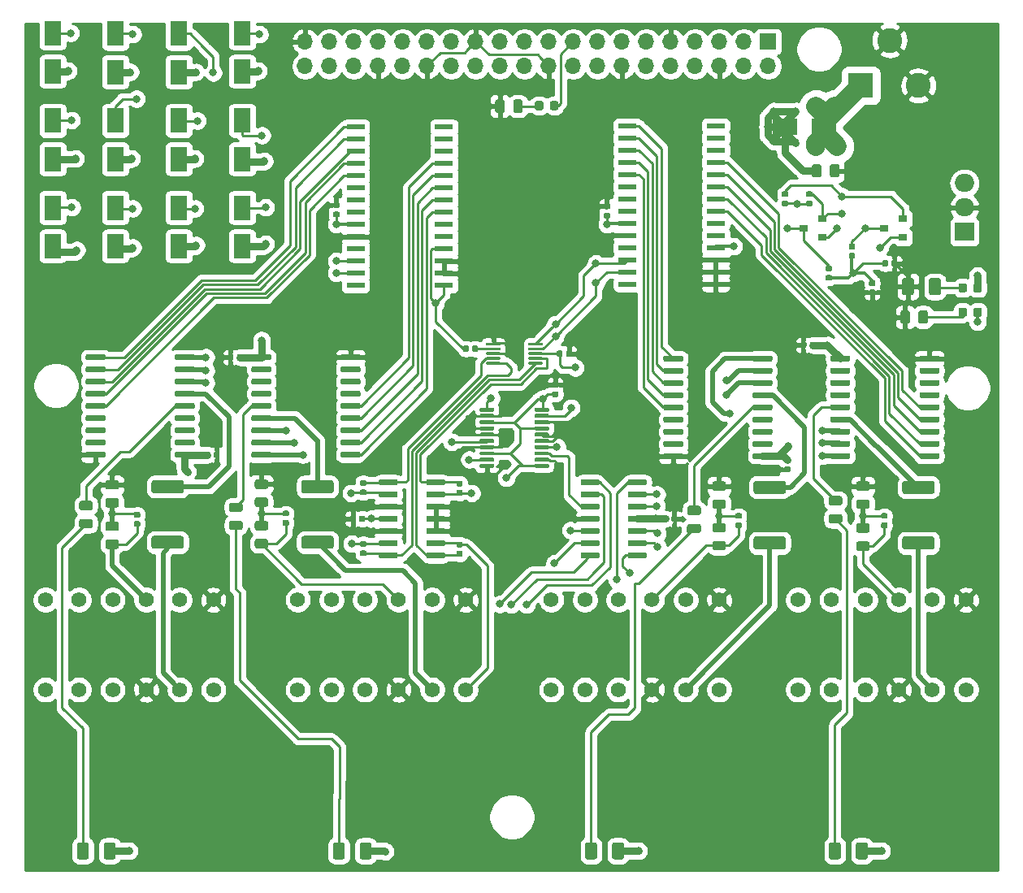
<source format=gbr>
G04 #@! TF.GenerationSoftware,KiCad,Pcbnew,5.1.5*
G04 #@! TF.CreationDate,2020-05-08T01:24:46-04:00*
G04 #@! TF.ProjectId,EVE-PCB-V3,4556452d-5043-4422-9d56-332e6b696361,rev?*
G04 #@! TF.SameCoordinates,Original*
G04 #@! TF.FileFunction,Copper,L1,Top*
G04 #@! TF.FilePolarity,Positive*
%FSLAX46Y46*%
G04 Gerber Fmt 4.6, Leading zero omitted, Abs format (unit mm)*
G04 Created by KiCad (PCBNEW 5.1.5) date 2020-05-08 01:24:46*
%MOMM*%
%LPD*%
G04 APERTURE LIST*
%ADD10C,0.100000*%
%ADD11R,2.500000X1.800000*%
%ADD12C,1.575000*%
%ADD13R,1.900000X0.600000*%
%ADD14R,0.900000X0.800000*%
%ADD15O,1.700000X1.700000*%
%ADD16R,1.700000X1.700000*%
%ADD17R,1.800000X2.500000*%
%ADD18R,2.600000X2.600000*%
%ADD19C,2.600000*%
%ADD20R,2.000000X1.905000*%
%ADD21O,2.000000X1.905000*%
%ADD22C,0.800000*%
%ADD23C,0.750000*%
%ADD24C,0.250000*%
%ADD25C,0.350000*%
%ADD26C,0.500000*%
%ADD27C,2.000000*%
%ADD28C,0.254000*%
G04 APERTURE END LIST*
G04 #@! TA.AperFunction,SMDPad,CuDef*
D10*
G36*
X166702703Y-70312722D02*
G01*
X166717264Y-70314882D01*
X166731543Y-70318459D01*
X166745403Y-70323418D01*
X166758710Y-70329712D01*
X166771336Y-70337280D01*
X166783159Y-70346048D01*
X166794066Y-70355934D01*
X166803952Y-70366841D01*
X166812720Y-70378664D01*
X166820288Y-70391290D01*
X166826582Y-70404597D01*
X166831541Y-70418457D01*
X166835118Y-70432736D01*
X166837278Y-70447297D01*
X166838000Y-70462000D01*
X166838000Y-70762000D01*
X166837278Y-70776703D01*
X166835118Y-70791264D01*
X166831541Y-70805543D01*
X166826582Y-70819403D01*
X166820288Y-70832710D01*
X166812720Y-70845336D01*
X166803952Y-70857159D01*
X166794066Y-70868066D01*
X166783159Y-70877952D01*
X166771336Y-70886720D01*
X166758710Y-70894288D01*
X166745403Y-70900582D01*
X166731543Y-70905541D01*
X166717264Y-70909118D01*
X166702703Y-70911278D01*
X166688000Y-70912000D01*
X164938000Y-70912000D01*
X164923297Y-70911278D01*
X164908736Y-70909118D01*
X164894457Y-70905541D01*
X164880597Y-70900582D01*
X164867290Y-70894288D01*
X164854664Y-70886720D01*
X164842841Y-70877952D01*
X164831934Y-70868066D01*
X164822048Y-70857159D01*
X164813280Y-70845336D01*
X164805712Y-70832710D01*
X164799418Y-70819403D01*
X164794459Y-70805543D01*
X164790882Y-70791264D01*
X164788722Y-70776703D01*
X164788000Y-70762000D01*
X164788000Y-70462000D01*
X164788722Y-70447297D01*
X164790882Y-70432736D01*
X164794459Y-70418457D01*
X164799418Y-70404597D01*
X164805712Y-70391290D01*
X164813280Y-70378664D01*
X164822048Y-70366841D01*
X164831934Y-70355934D01*
X164842841Y-70346048D01*
X164854664Y-70337280D01*
X164867290Y-70329712D01*
X164880597Y-70323418D01*
X164894457Y-70318459D01*
X164908736Y-70314882D01*
X164923297Y-70312722D01*
X164938000Y-70312000D01*
X166688000Y-70312000D01*
X166702703Y-70312722D01*
G37*
G04 #@! TD.AperFunction*
G04 #@! TA.AperFunction,SMDPad,CuDef*
G36*
X166702703Y-71582722D02*
G01*
X166717264Y-71584882D01*
X166731543Y-71588459D01*
X166745403Y-71593418D01*
X166758710Y-71599712D01*
X166771336Y-71607280D01*
X166783159Y-71616048D01*
X166794066Y-71625934D01*
X166803952Y-71636841D01*
X166812720Y-71648664D01*
X166820288Y-71661290D01*
X166826582Y-71674597D01*
X166831541Y-71688457D01*
X166835118Y-71702736D01*
X166837278Y-71717297D01*
X166838000Y-71732000D01*
X166838000Y-72032000D01*
X166837278Y-72046703D01*
X166835118Y-72061264D01*
X166831541Y-72075543D01*
X166826582Y-72089403D01*
X166820288Y-72102710D01*
X166812720Y-72115336D01*
X166803952Y-72127159D01*
X166794066Y-72138066D01*
X166783159Y-72147952D01*
X166771336Y-72156720D01*
X166758710Y-72164288D01*
X166745403Y-72170582D01*
X166731543Y-72175541D01*
X166717264Y-72179118D01*
X166702703Y-72181278D01*
X166688000Y-72182000D01*
X164938000Y-72182000D01*
X164923297Y-72181278D01*
X164908736Y-72179118D01*
X164894457Y-72175541D01*
X164880597Y-72170582D01*
X164867290Y-72164288D01*
X164854664Y-72156720D01*
X164842841Y-72147952D01*
X164831934Y-72138066D01*
X164822048Y-72127159D01*
X164813280Y-72115336D01*
X164805712Y-72102710D01*
X164799418Y-72089403D01*
X164794459Y-72075543D01*
X164790882Y-72061264D01*
X164788722Y-72046703D01*
X164788000Y-72032000D01*
X164788000Y-71732000D01*
X164788722Y-71717297D01*
X164790882Y-71702736D01*
X164794459Y-71688457D01*
X164799418Y-71674597D01*
X164805712Y-71661290D01*
X164813280Y-71648664D01*
X164822048Y-71636841D01*
X164831934Y-71625934D01*
X164842841Y-71616048D01*
X164854664Y-71607280D01*
X164867290Y-71599712D01*
X164880597Y-71593418D01*
X164894457Y-71588459D01*
X164908736Y-71584882D01*
X164923297Y-71582722D01*
X164938000Y-71582000D01*
X166688000Y-71582000D01*
X166702703Y-71582722D01*
G37*
G04 #@! TD.AperFunction*
G04 #@! TA.AperFunction,SMDPad,CuDef*
G36*
X166702703Y-72852722D02*
G01*
X166717264Y-72854882D01*
X166731543Y-72858459D01*
X166745403Y-72863418D01*
X166758710Y-72869712D01*
X166771336Y-72877280D01*
X166783159Y-72886048D01*
X166794066Y-72895934D01*
X166803952Y-72906841D01*
X166812720Y-72918664D01*
X166820288Y-72931290D01*
X166826582Y-72944597D01*
X166831541Y-72958457D01*
X166835118Y-72972736D01*
X166837278Y-72987297D01*
X166838000Y-73002000D01*
X166838000Y-73302000D01*
X166837278Y-73316703D01*
X166835118Y-73331264D01*
X166831541Y-73345543D01*
X166826582Y-73359403D01*
X166820288Y-73372710D01*
X166812720Y-73385336D01*
X166803952Y-73397159D01*
X166794066Y-73408066D01*
X166783159Y-73417952D01*
X166771336Y-73426720D01*
X166758710Y-73434288D01*
X166745403Y-73440582D01*
X166731543Y-73445541D01*
X166717264Y-73449118D01*
X166702703Y-73451278D01*
X166688000Y-73452000D01*
X164938000Y-73452000D01*
X164923297Y-73451278D01*
X164908736Y-73449118D01*
X164894457Y-73445541D01*
X164880597Y-73440582D01*
X164867290Y-73434288D01*
X164854664Y-73426720D01*
X164842841Y-73417952D01*
X164831934Y-73408066D01*
X164822048Y-73397159D01*
X164813280Y-73385336D01*
X164805712Y-73372710D01*
X164799418Y-73359403D01*
X164794459Y-73345543D01*
X164790882Y-73331264D01*
X164788722Y-73316703D01*
X164788000Y-73302000D01*
X164788000Y-73002000D01*
X164788722Y-72987297D01*
X164790882Y-72972736D01*
X164794459Y-72958457D01*
X164799418Y-72944597D01*
X164805712Y-72931290D01*
X164813280Y-72918664D01*
X164822048Y-72906841D01*
X164831934Y-72895934D01*
X164842841Y-72886048D01*
X164854664Y-72877280D01*
X164867290Y-72869712D01*
X164880597Y-72863418D01*
X164894457Y-72858459D01*
X164908736Y-72854882D01*
X164923297Y-72852722D01*
X164938000Y-72852000D01*
X166688000Y-72852000D01*
X166702703Y-72852722D01*
G37*
G04 #@! TD.AperFunction*
G04 #@! TA.AperFunction,SMDPad,CuDef*
G36*
X166702703Y-74122722D02*
G01*
X166717264Y-74124882D01*
X166731543Y-74128459D01*
X166745403Y-74133418D01*
X166758710Y-74139712D01*
X166771336Y-74147280D01*
X166783159Y-74156048D01*
X166794066Y-74165934D01*
X166803952Y-74176841D01*
X166812720Y-74188664D01*
X166820288Y-74201290D01*
X166826582Y-74214597D01*
X166831541Y-74228457D01*
X166835118Y-74242736D01*
X166837278Y-74257297D01*
X166838000Y-74272000D01*
X166838000Y-74572000D01*
X166837278Y-74586703D01*
X166835118Y-74601264D01*
X166831541Y-74615543D01*
X166826582Y-74629403D01*
X166820288Y-74642710D01*
X166812720Y-74655336D01*
X166803952Y-74667159D01*
X166794066Y-74678066D01*
X166783159Y-74687952D01*
X166771336Y-74696720D01*
X166758710Y-74704288D01*
X166745403Y-74710582D01*
X166731543Y-74715541D01*
X166717264Y-74719118D01*
X166702703Y-74721278D01*
X166688000Y-74722000D01*
X164938000Y-74722000D01*
X164923297Y-74721278D01*
X164908736Y-74719118D01*
X164894457Y-74715541D01*
X164880597Y-74710582D01*
X164867290Y-74704288D01*
X164854664Y-74696720D01*
X164842841Y-74687952D01*
X164831934Y-74678066D01*
X164822048Y-74667159D01*
X164813280Y-74655336D01*
X164805712Y-74642710D01*
X164799418Y-74629403D01*
X164794459Y-74615543D01*
X164790882Y-74601264D01*
X164788722Y-74586703D01*
X164788000Y-74572000D01*
X164788000Y-74272000D01*
X164788722Y-74257297D01*
X164790882Y-74242736D01*
X164794459Y-74228457D01*
X164799418Y-74214597D01*
X164805712Y-74201290D01*
X164813280Y-74188664D01*
X164822048Y-74176841D01*
X164831934Y-74165934D01*
X164842841Y-74156048D01*
X164854664Y-74147280D01*
X164867290Y-74139712D01*
X164880597Y-74133418D01*
X164894457Y-74128459D01*
X164908736Y-74124882D01*
X164923297Y-74122722D01*
X164938000Y-74122000D01*
X166688000Y-74122000D01*
X166702703Y-74122722D01*
G37*
G04 #@! TD.AperFunction*
G04 #@! TA.AperFunction,SMDPad,CuDef*
G36*
X166702703Y-75392722D02*
G01*
X166717264Y-75394882D01*
X166731543Y-75398459D01*
X166745403Y-75403418D01*
X166758710Y-75409712D01*
X166771336Y-75417280D01*
X166783159Y-75426048D01*
X166794066Y-75435934D01*
X166803952Y-75446841D01*
X166812720Y-75458664D01*
X166820288Y-75471290D01*
X166826582Y-75484597D01*
X166831541Y-75498457D01*
X166835118Y-75512736D01*
X166837278Y-75527297D01*
X166838000Y-75542000D01*
X166838000Y-75842000D01*
X166837278Y-75856703D01*
X166835118Y-75871264D01*
X166831541Y-75885543D01*
X166826582Y-75899403D01*
X166820288Y-75912710D01*
X166812720Y-75925336D01*
X166803952Y-75937159D01*
X166794066Y-75948066D01*
X166783159Y-75957952D01*
X166771336Y-75966720D01*
X166758710Y-75974288D01*
X166745403Y-75980582D01*
X166731543Y-75985541D01*
X166717264Y-75989118D01*
X166702703Y-75991278D01*
X166688000Y-75992000D01*
X164938000Y-75992000D01*
X164923297Y-75991278D01*
X164908736Y-75989118D01*
X164894457Y-75985541D01*
X164880597Y-75980582D01*
X164867290Y-75974288D01*
X164854664Y-75966720D01*
X164842841Y-75957952D01*
X164831934Y-75948066D01*
X164822048Y-75937159D01*
X164813280Y-75925336D01*
X164805712Y-75912710D01*
X164799418Y-75899403D01*
X164794459Y-75885543D01*
X164790882Y-75871264D01*
X164788722Y-75856703D01*
X164788000Y-75842000D01*
X164788000Y-75542000D01*
X164788722Y-75527297D01*
X164790882Y-75512736D01*
X164794459Y-75498457D01*
X164799418Y-75484597D01*
X164805712Y-75471290D01*
X164813280Y-75458664D01*
X164822048Y-75446841D01*
X164831934Y-75435934D01*
X164842841Y-75426048D01*
X164854664Y-75417280D01*
X164867290Y-75409712D01*
X164880597Y-75403418D01*
X164894457Y-75398459D01*
X164908736Y-75394882D01*
X164923297Y-75392722D01*
X164938000Y-75392000D01*
X166688000Y-75392000D01*
X166702703Y-75392722D01*
G37*
G04 #@! TD.AperFunction*
G04 #@! TA.AperFunction,SMDPad,CuDef*
G36*
X166702703Y-76662722D02*
G01*
X166717264Y-76664882D01*
X166731543Y-76668459D01*
X166745403Y-76673418D01*
X166758710Y-76679712D01*
X166771336Y-76687280D01*
X166783159Y-76696048D01*
X166794066Y-76705934D01*
X166803952Y-76716841D01*
X166812720Y-76728664D01*
X166820288Y-76741290D01*
X166826582Y-76754597D01*
X166831541Y-76768457D01*
X166835118Y-76782736D01*
X166837278Y-76797297D01*
X166838000Y-76812000D01*
X166838000Y-77112000D01*
X166837278Y-77126703D01*
X166835118Y-77141264D01*
X166831541Y-77155543D01*
X166826582Y-77169403D01*
X166820288Y-77182710D01*
X166812720Y-77195336D01*
X166803952Y-77207159D01*
X166794066Y-77218066D01*
X166783159Y-77227952D01*
X166771336Y-77236720D01*
X166758710Y-77244288D01*
X166745403Y-77250582D01*
X166731543Y-77255541D01*
X166717264Y-77259118D01*
X166702703Y-77261278D01*
X166688000Y-77262000D01*
X164938000Y-77262000D01*
X164923297Y-77261278D01*
X164908736Y-77259118D01*
X164894457Y-77255541D01*
X164880597Y-77250582D01*
X164867290Y-77244288D01*
X164854664Y-77236720D01*
X164842841Y-77227952D01*
X164831934Y-77218066D01*
X164822048Y-77207159D01*
X164813280Y-77195336D01*
X164805712Y-77182710D01*
X164799418Y-77169403D01*
X164794459Y-77155543D01*
X164790882Y-77141264D01*
X164788722Y-77126703D01*
X164788000Y-77112000D01*
X164788000Y-76812000D01*
X164788722Y-76797297D01*
X164790882Y-76782736D01*
X164794459Y-76768457D01*
X164799418Y-76754597D01*
X164805712Y-76741290D01*
X164813280Y-76728664D01*
X164822048Y-76716841D01*
X164831934Y-76705934D01*
X164842841Y-76696048D01*
X164854664Y-76687280D01*
X164867290Y-76679712D01*
X164880597Y-76673418D01*
X164894457Y-76668459D01*
X164908736Y-76664882D01*
X164923297Y-76662722D01*
X164938000Y-76662000D01*
X166688000Y-76662000D01*
X166702703Y-76662722D01*
G37*
G04 #@! TD.AperFunction*
G04 #@! TA.AperFunction,SMDPad,CuDef*
G36*
X166702703Y-77932722D02*
G01*
X166717264Y-77934882D01*
X166731543Y-77938459D01*
X166745403Y-77943418D01*
X166758710Y-77949712D01*
X166771336Y-77957280D01*
X166783159Y-77966048D01*
X166794066Y-77975934D01*
X166803952Y-77986841D01*
X166812720Y-77998664D01*
X166820288Y-78011290D01*
X166826582Y-78024597D01*
X166831541Y-78038457D01*
X166835118Y-78052736D01*
X166837278Y-78067297D01*
X166838000Y-78082000D01*
X166838000Y-78382000D01*
X166837278Y-78396703D01*
X166835118Y-78411264D01*
X166831541Y-78425543D01*
X166826582Y-78439403D01*
X166820288Y-78452710D01*
X166812720Y-78465336D01*
X166803952Y-78477159D01*
X166794066Y-78488066D01*
X166783159Y-78497952D01*
X166771336Y-78506720D01*
X166758710Y-78514288D01*
X166745403Y-78520582D01*
X166731543Y-78525541D01*
X166717264Y-78529118D01*
X166702703Y-78531278D01*
X166688000Y-78532000D01*
X164938000Y-78532000D01*
X164923297Y-78531278D01*
X164908736Y-78529118D01*
X164894457Y-78525541D01*
X164880597Y-78520582D01*
X164867290Y-78514288D01*
X164854664Y-78506720D01*
X164842841Y-78497952D01*
X164831934Y-78488066D01*
X164822048Y-78477159D01*
X164813280Y-78465336D01*
X164805712Y-78452710D01*
X164799418Y-78439403D01*
X164794459Y-78425543D01*
X164790882Y-78411264D01*
X164788722Y-78396703D01*
X164788000Y-78382000D01*
X164788000Y-78082000D01*
X164788722Y-78067297D01*
X164790882Y-78052736D01*
X164794459Y-78038457D01*
X164799418Y-78024597D01*
X164805712Y-78011290D01*
X164813280Y-77998664D01*
X164822048Y-77986841D01*
X164831934Y-77975934D01*
X164842841Y-77966048D01*
X164854664Y-77957280D01*
X164867290Y-77949712D01*
X164880597Y-77943418D01*
X164894457Y-77938459D01*
X164908736Y-77934882D01*
X164923297Y-77932722D01*
X164938000Y-77932000D01*
X166688000Y-77932000D01*
X166702703Y-77932722D01*
G37*
G04 #@! TD.AperFunction*
G04 #@! TA.AperFunction,SMDPad,CuDef*
G36*
X166702703Y-79202722D02*
G01*
X166717264Y-79204882D01*
X166731543Y-79208459D01*
X166745403Y-79213418D01*
X166758710Y-79219712D01*
X166771336Y-79227280D01*
X166783159Y-79236048D01*
X166794066Y-79245934D01*
X166803952Y-79256841D01*
X166812720Y-79268664D01*
X166820288Y-79281290D01*
X166826582Y-79294597D01*
X166831541Y-79308457D01*
X166835118Y-79322736D01*
X166837278Y-79337297D01*
X166838000Y-79352000D01*
X166838000Y-79652000D01*
X166837278Y-79666703D01*
X166835118Y-79681264D01*
X166831541Y-79695543D01*
X166826582Y-79709403D01*
X166820288Y-79722710D01*
X166812720Y-79735336D01*
X166803952Y-79747159D01*
X166794066Y-79758066D01*
X166783159Y-79767952D01*
X166771336Y-79776720D01*
X166758710Y-79784288D01*
X166745403Y-79790582D01*
X166731543Y-79795541D01*
X166717264Y-79799118D01*
X166702703Y-79801278D01*
X166688000Y-79802000D01*
X164938000Y-79802000D01*
X164923297Y-79801278D01*
X164908736Y-79799118D01*
X164894457Y-79795541D01*
X164880597Y-79790582D01*
X164867290Y-79784288D01*
X164854664Y-79776720D01*
X164842841Y-79767952D01*
X164831934Y-79758066D01*
X164822048Y-79747159D01*
X164813280Y-79735336D01*
X164805712Y-79722710D01*
X164799418Y-79709403D01*
X164794459Y-79695543D01*
X164790882Y-79681264D01*
X164788722Y-79666703D01*
X164788000Y-79652000D01*
X164788000Y-79352000D01*
X164788722Y-79337297D01*
X164790882Y-79322736D01*
X164794459Y-79308457D01*
X164799418Y-79294597D01*
X164805712Y-79281290D01*
X164813280Y-79268664D01*
X164822048Y-79256841D01*
X164831934Y-79245934D01*
X164842841Y-79236048D01*
X164854664Y-79227280D01*
X164867290Y-79219712D01*
X164880597Y-79213418D01*
X164894457Y-79208459D01*
X164908736Y-79204882D01*
X164923297Y-79202722D01*
X164938000Y-79202000D01*
X166688000Y-79202000D01*
X166702703Y-79202722D01*
G37*
G04 #@! TD.AperFunction*
G04 #@! TA.AperFunction,SMDPad,CuDef*
G36*
X166702703Y-80472722D02*
G01*
X166717264Y-80474882D01*
X166731543Y-80478459D01*
X166745403Y-80483418D01*
X166758710Y-80489712D01*
X166771336Y-80497280D01*
X166783159Y-80506048D01*
X166794066Y-80515934D01*
X166803952Y-80526841D01*
X166812720Y-80538664D01*
X166820288Y-80551290D01*
X166826582Y-80564597D01*
X166831541Y-80578457D01*
X166835118Y-80592736D01*
X166837278Y-80607297D01*
X166838000Y-80622000D01*
X166838000Y-80922000D01*
X166837278Y-80936703D01*
X166835118Y-80951264D01*
X166831541Y-80965543D01*
X166826582Y-80979403D01*
X166820288Y-80992710D01*
X166812720Y-81005336D01*
X166803952Y-81017159D01*
X166794066Y-81028066D01*
X166783159Y-81037952D01*
X166771336Y-81046720D01*
X166758710Y-81054288D01*
X166745403Y-81060582D01*
X166731543Y-81065541D01*
X166717264Y-81069118D01*
X166702703Y-81071278D01*
X166688000Y-81072000D01*
X164938000Y-81072000D01*
X164923297Y-81071278D01*
X164908736Y-81069118D01*
X164894457Y-81065541D01*
X164880597Y-81060582D01*
X164867290Y-81054288D01*
X164854664Y-81046720D01*
X164842841Y-81037952D01*
X164831934Y-81028066D01*
X164822048Y-81017159D01*
X164813280Y-81005336D01*
X164805712Y-80992710D01*
X164799418Y-80979403D01*
X164794459Y-80965543D01*
X164790882Y-80951264D01*
X164788722Y-80936703D01*
X164788000Y-80922000D01*
X164788000Y-80622000D01*
X164788722Y-80607297D01*
X164790882Y-80592736D01*
X164794459Y-80578457D01*
X164799418Y-80564597D01*
X164805712Y-80551290D01*
X164813280Y-80538664D01*
X164822048Y-80526841D01*
X164831934Y-80515934D01*
X164842841Y-80506048D01*
X164854664Y-80497280D01*
X164867290Y-80489712D01*
X164880597Y-80483418D01*
X164894457Y-80478459D01*
X164908736Y-80474882D01*
X164923297Y-80472722D01*
X164938000Y-80472000D01*
X166688000Y-80472000D01*
X166702703Y-80472722D01*
G37*
G04 #@! TD.AperFunction*
G04 #@! TA.AperFunction,SMDPad,CuDef*
G36*
X157402703Y-80472722D02*
G01*
X157417264Y-80474882D01*
X157431543Y-80478459D01*
X157445403Y-80483418D01*
X157458710Y-80489712D01*
X157471336Y-80497280D01*
X157483159Y-80506048D01*
X157494066Y-80515934D01*
X157503952Y-80526841D01*
X157512720Y-80538664D01*
X157520288Y-80551290D01*
X157526582Y-80564597D01*
X157531541Y-80578457D01*
X157535118Y-80592736D01*
X157537278Y-80607297D01*
X157538000Y-80622000D01*
X157538000Y-80922000D01*
X157537278Y-80936703D01*
X157535118Y-80951264D01*
X157531541Y-80965543D01*
X157526582Y-80979403D01*
X157520288Y-80992710D01*
X157512720Y-81005336D01*
X157503952Y-81017159D01*
X157494066Y-81028066D01*
X157483159Y-81037952D01*
X157471336Y-81046720D01*
X157458710Y-81054288D01*
X157445403Y-81060582D01*
X157431543Y-81065541D01*
X157417264Y-81069118D01*
X157402703Y-81071278D01*
X157388000Y-81072000D01*
X155638000Y-81072000D01*
X155623297Y-81071278D01*
X155608736Y-81069118D01*
X155594457Y-81065541D01*
X155580597Y-81060582D01*
X155567290Y-81054288D01*
X155554664Y-81046720D01*
X155542841Y-81037952D01*
X155531934Y-81028066D01*
X155522048Y-81017159D01*
X155513280Y-81005336D01*
X155505712Y-80992710D01*
X155499418Y-80979403D01*
X155494459Y-80965543D01*
X155490882Y-80951264D01*
X155488722Y-80936703D01*
X155488000Y-80922000D01*
X155488000Y-80622000D01*
X155488722Y-80607297D01*
X155490882Y-80592736D01*
X155494459Y-80578457D01*
X155499418Y-80564597D01*
X155505712Y-80551290D01*
X155513280Y-80538664D01*
X155522048Y-80526841D01*
X155531934Y-80515934D01*
X155542841Y-80506048D01*
X155554664Y-80497280D01*
X155567290Y-80489712D01*
X155580597Y-80483418D01*
X155594457Y-80478459D01*
X155608736Y-80474882D01*
X155623297Y-80472722D01*
X155638000Y-80472000D01*
X157388000Y-80472000D01*
X157402703Y-80472722D01*
G37*
G04 #@! TD.AperFunction*
G04 #@! TA.AperFunction,SMDPad,CuDef*
G36*
X157402703Y-79202722D02*
G01*
X157417264Y-79204882D01*
X157431543Y-79208459D01*
X157445403Y-79213418D01*
X157458710Y-79219712D01*
X157471336Y-79227280D01*
X157483159Y-79236048D01*
X157494066Y-79245934D01*
X157503952Y-79256841D01*
X157512720Y-79268664D01*
X157520288Y-79281290D01*
X157526582Y-79294597D01*
X157531541Y-79308457D01*
X157535118Y-79322736D01*
X157537278Y-79337297D01*
X157538000Y-79352000D01*
X157538000Y-79652000D01*
X157537278Y-79666703D01*
X157535118Y-79681264D01*
X157531541Y-79695543D01*
X157526582Y-79709403D01*
X157520288Y-79722710D01*
X157512720Y-79735336D01*
X157503952Y-79747159D01*
X157494066Y-79758066D01*
X157483159Y-79767952D01*
X157471336Y-79776720D01*
X157458710Y-79784288D01*
X157445403Y-79790582D01*
X157431543Y-79795541D01*
X157417264Y-79799118D01*
X157402703Y-79801278D01*
X157388000Y-79802000D01*
X155638000Y-79802000D01*
X155623297Y-79801278D01*
X155608736Y-79799118D01*
X155594457Y-79795541D01*
X155580597Y-79790582D01*
X155567290Y-79784288D01*
X155554664Y-79776720D01*
X155542841Y-79767952D01*
X155531934Y-79758066D01*
X155522048Y-79747159D01*
X155513280Y-79735336D01*
X155505712Y-79722710D01*
X155499418Y-79709403D01*
X155494459Y-79695543D01*
X155490882Y-79681264D01*
X155488722Y-79666703D01*
X155488000Y-79652000D01*
X155488000Y-79352000D01*
X155488722Y-79337297D01*
X155490882Y-79322736D01*
X155494459Y-79308457D01*
X155499418Y-79294597D01*
X155505712Y-79281290D01*
X155513280Y-79268664D01*
X155522048Y-79256841D01*
X155531934Y-79245934D01*
X155542841Y-79236048D01*
X155554664Y-79227280D01*
X155567290Y-79219712D01*
X155580597Y-79213418D01*
X155594457Y-79208459D01*
X155608736Y-79204882D01*
X155623297Y-79202722D01*
X155638000Y-79202000D01*
X157388000Y-79202000D01*
X157402703Y-79202722D01*
G37*
G04 #@! TD.AperFunction*
G04 #@! TA.AperFunction,SMDPad,CuDef*
G36*
X157402703Y-77932722D02*
G01*
X157417264Y-77934882D01*
X157431543Y-77938459D01*
X157445403Y-77943418D01*
X157458710Y-77949712D01*
X157471336Y-77957280D01*
X157483159Y-77966048D01*
X157494066Y-77975934D01*
X157503952Y-77986841D01*
X157512720Y-77998664D01*
X157520288Y-78011290D01*
X157526582Y-78024597D01*
X157531541Y-78038457D01*
X157535118Y-78052736D01*
X157537278Y-78067297D01*
X157538000Y-78082000D01*
X157538000Y-78382000D01*
X157537278Y-78396703D01*
X157535118Y-78411264D01*
X157531541Y-78425543D01*
X157526582Y-78439403D01*
X157520288Y-78452710D01*
X157512720Y-78465336D01*
X157503952Y-78477159D01*
X157494066Y-78488066D01*
X157483159Y-78497952D01*
X157471336Y-78506720D01*
X157458710Y-78514288D01*
X157445403Y-78520582D01*
X157431543Y-78525541D01*
X157417264Y-78529118D01*
X157402703Y-78531278D01*
X157388000Y-78532000D01*
X155638000Y-78532000D01*
X155623297Y-78531278D01*
X155608736Y-78529118D01*
X155594457Y-78525541D01*
X155580597Y-78520582D01*
X155567290Y-78514288D01*
X155554664Y-78506720D01*
X155542841Y-78497952D01*
X155531934Y-78488066D01*
X155522048Y-78477159D01*
X155513280Y-78465336D01*
X155505712Y-78452710D01*
X155499418Y-78439403D01*
X155494459Y-78425543D01*
X155490882Y-78411264D01*
X155488722Y-78396703D01*
X155488000Y-78382000D01*
X155488000Y-78082000D01*
X155488722Y-78067297D01*
X155490882Y-78052736D01*
X155494459Y-78038457D01*
X155499418Y-78024597D01*
X155505712Y-78011290D01*
X155513280Y-77998664D01*
X155522048Y-77986841D01*
X155531934Y-77975934D01*
X155542841Y-77966048D01*
X155554664Y-77957280D01*
X155567290Y-77949712D01*
X155580597Y-77943418D01*
X155594457Y-77938459D01*
X155608736Y-77934882D01*
X155623297Y-77932722D01*
X155638000Y-77932000D01*
X157388000Y-77932000D01*
X157402703Y-77932722D01*
G37*
G04 #@! TD.AperFunction*
G04 #@! TA.AperFunction,SMDPad,CuDef*
G36*
X157402703Y-76662722D02*
G01*
X157417264Y-76664882D01*
X157431543Y-76668459D01*
X157445403Y-76673418D01*
X157458710Y-76679712D01*
X157471336Y-76687280D01*
X157483159Y-76696048D01*
X157494066Y-76705934D01*
X157503952Y-76716841D01*
X157512720Y-76728664D01*
X157520288Y-76741290D01*
X157526582Y-76754597D01*
X157531541Y-76768457D01*
X157535118Y-76782736D01*
X157537278Y-76797297D01*
X157538000Y-76812000D01*
X157538000Y-77112000D01*
X157537278Y-77126703D01*
X157535118Y-77141264D01*
X157531541Y-77155543D01*
X157526582Y-77169403D01*
X157520288Y-77182710D01*
X157512720Y-77195336D01*
X157503952Y-77207159D01*
X157494066Y-77218066D01*
X157483159Y-77227952D01*
X157471336Y-77236720D01*
X157458710Y-77244288D01*
X157445403Y-77250582D01*
X157431543Y-77255541D01*
X157417264Y-77259118D01*
X157402703Y-77261278D01*
X157388000Y-77262000D01*
X155638000Y-77262000D01*
X155623297Y-77261278D01*
X155608736Y-77259118D01*
X155594457Y-77255541D01*
X155580597Y-77250582D01*
X155567290Y-77244288D01*
X155554664Y-77236720D01*
X155542841Y-77227952D01*
X155531934Y-77218066D01*
X155522048Y-77207159D01*
X155513280Y-77195336D01*
X155505712Y-77182710D01*
X155499418Y-77169403D01*
X155494459Y-77155543D01*
X155490882Y-77141264D01*
X155488722Y-77126703D01*
X155488000Y-77112000D01*
X155488000Y-76812000D01*
X155488722Y-76797297D01*
X155490882Y-76782736D01*
X155494459Y-76768457D01*
X155499418Y-76754597D01*
X155505712Y-76741290D01*
X155513280Y-76728664D01*
X155522048Y-76716841D01*
X155531934Y-76705934D01*
X155542841Y-76696048D01*
X155554664Y-76687280D01*
X155567290Y-76679712D01*
X155580597Y-76673418D01*
X155594457Y-76668459D01*
X155608736Y-76664882D01*
X155623297Y-76662722D01*
X155638000Y-76662000D01*
X157388000Y-76662000D01*
X157402703Y-76662722D01*
G37*
G04 #@! TD.AperFunction*
G04 #@! TA.AperFunction,SMDPad,CuDef*
G36*
X157402703Y-75392722D02*
G01*
X157417264Y-75394882D01*
X157431543Y-75398459D01*
X157445403Y-75403418D01*
X157458710Y-75409712D01*
X157471336Y-75417280D01*
X157483159Y-75426048D01*
X157494066Y-75435934D01*
X157503952Y-75446841D01*
X157512720Y-75458664D01*
X157520288Y-75471290D01*
X157526582Y-75484597D01*
X157531541Y-75498457D01*
X157535118Y-75512736D01*
X157537278Y-75527297D01*
X157538000Y-75542000D01*
X157538000Y-75842000D01*
X157537278Y-75856703D01*
X157535118Y-75871264D01*
X157531541Y-75885543D01*
X157526582Y-75899403D01*
X157520288Y-75912710D01*
X157512720Y-75925336D01*
X157503952Y-75937159D01*
X157494066Y-75948066D01*
X157483159Y-75957952D01*
X157471336Y-75966720D01*
X157458710Y-75974288D01*
X157445403Y-75980582D01*
X157431543Y-75985541D01*
X157417264Y-75989118D01*
X157402703Y-75991278D01*
X157388000Y-75992000D01*
X155638000Y-75992000D01*
X155623297Y-75991278D01*
X155608736Y-75989118D01*
X155594457Y-75985541D01*
X155580597Y-75980582D01*
X155567290Y-75974288D01*
X155554664Y-75966720D01*
X155542841Y-75957952D01*
X155531934Y-75948066D01*
X155522048Y-75937159D01*
X155513280Y-75925336D01*
X155505712Y-75912710D01*
X155499418Y-75899403D01*
X155494459Y-75885543D01*
X155490882Y-75871264D01*
X155488722Y-75856703D01*
X155488000Y-75842000D01*
X155488000Y-75542000D01*
X155488722Y-75527297D01*
X155490882Y-75512736D01*
X155494459Y-75498457D01*
X155499418Y-75484597D01*
X155505712Y-75471290D01*
X155513280Y-75458664D01*
X155522048Y-75446841D01*
X155531934Y-75435934D01*
X155542841Y-75426048D01*
X155554664Y-75417280D01*
X155567290Y-75409712D01*
X155580597Y-75403418D01*
X155594457Y-75398459D01*
X155608736Y-75394882D01*
X155623297Y-75392722D01*
X155638000Y-75392000D01*
X157388000Y-75392000D01*
X157402703Y-75392722D01*
G37*
G04 #@! TD.AperFunction*
G04 #@! TA.AperFunction,SMDPad,CuDef*
G36*
X157402703Y-74122722D02*
G01*
X157417264Y-74124882D01*
X157431543Y-74128459D01*
X157445403Y-74133418D01*
X157458710Y-74139712D01*
X157471336Y-74147280D01*
X157483159Y-74156048D01*
X157494066Y-74165934D01*
X157503952Y-74176841D01*
X157512720Y-74188664D01*
X157520288Y-74201290D01*
X157526582Y-74214597D01*
X157531541Y-74228457D01*
X157535118Y-74242736D01*
X157537278Y-74257297D01*
X157538000Y-74272000D01*
X157538000Y-74572000D01*
X157537278Y-74586703D01*
X157535118Y-74601264D01*
X157531541Y-74615543D01*
X157526582Y-74629403D01*
X157520288Y-74642710D01*
X157512720Y-74655336D01*
X157503952Y-74667159D01*
X157494066Y-74678066D01*
X157483159Y-74687952D01*
X157471336Y-74696720D01*
X157458710Y-74704288D01*
X157445403Y-74710582D01*
X157431543Y-74715541D01*
X157417264Y-74719118D01*
X157402703Y-74721278D01*
X157388000Y-74722000D01*
X155638000Y-74722000D01*
X155623297Y-74721278D01*
X155608736Y-74719118D01*
X155594457Y-74715541D01*
X155580597Y-74710582D01*
X155567290Y-74704288D01*
X155554664Y-74696720D01*
X155542841Y-74687952D01*
X155531934Y-74678066D01*
X155522048Y-74667159D01*
X155513280Y-74655336D01*
X155505712Y-74642710D01*
X155499418Y-74629403D01*
X155494459Y-74615543D01*
X155490882Y-74601264D01*
X155488722Y-74586703D01*
X155488000Y-74572000D01*
X155488000Y-74272000D01*
X155488722Y-74257297D01*
X155490882Y-74242736D01*
X155494459Y-74228457D01*
X155499418Y-74214597D01*
X155505712Y-74201290D01*
X155513280Y-74188664D01*
X155522048Y-74176841D01*
X155531934Y-74165934D01*
X155542841Y-74156048D01*
X155554664Y-74147280D01*
X155567290Y-74139712D01*
X155580597Y-74133418D01*
X155594457Y-74128459D01*
X155608736Y-74124882D01*
X155623297Y-74122722D01*
X155638000Y-74122000D01*
X157388000Y-74122000D01*
X157402703Y-74122722D01*
G37*
G04 #@! TD.AperFunction*
G04 #@! TA.AperFunction,SMDPad,CuDef*
G36*
X157402703Y-72852722D02*
G01*
X157417264Y-72854882D01*
X157431543Y-72858459D01*
X157445403Y-72863418D01*
X157458710Y-72869712D01*
X157471336Y-72877280D01*
X157483159Y-72886048D01*
X157494066Y-72895934D01*
X157503952Y-72906841D01*
X157512720Y-72918664D01*
X157520288Y-72931290D01*
X157526582Y-72944597D01*
X157531541Y-72958457D01*
X157535118Y-72972736D01*
X157537278Y-72987297D01*
X157538000Y-73002000D01*
X157538000Y-73302000D01*
X157537278Y-73316703D01*
X157535118Y-73331264D01*
X157531541Y-73345543D01*
X157526582Y-73359403D01*
X157520288Y-73372710D01*
X157512720Y-73385336D01*
X157503952Y-73397159D01*
X157494066Y-73408066D01*
X157483159Y-73417952D01*
X157471336Y-73426720D01*
X157458710Y-73434288D01*
X157445403Y-73440582D01*
X157431543Y-73445541D01*
X157417264Y-73449118D01*
X157402703Y-73451278D01*
X157388000Y-73452000D01*
X155638000Y-73452000D01*
X155623297Y-73451278D01*
X155608736Y-73449118D01*
X155594457Y-73445541D01*
X155580597Y-73440582D01*
X155567290Y-73434288D01*
X155554664Y-73426720D01*
X155542841Y-73417952D01*
X155531934Y-73408066D01*
X155522048Y-73397159D01*
X155513280Y-73385336D01*
X155505712Y-73372710D01*
X155499418Y-73359403D01*
X155494459Y-73345543D01*
X155490882Y-73331264D01*
X155488722Y-73316703D01*
X155488000Y-73302000D01*
X155488000Y-73002000D01*
X155488722Y-72987297D01*
X155490882Y-72972736D01*
X155494459Y-72958457D01*
X155499418Y-72944597D01*
X155505712Y-72931290D01*
X155513280Y-72918664D01*
X155522048Y-72906841D01*
X155531934Y-72895934D01*
X155542841Y-72886048D01*
X155554664Y-72877280D01*
X155567290Y-72869712D01*
X155580597Y-72863418D01*
X155594457Y-72858459D01*
X155608736Y-72854882D01*
X155623297Y-72852722D01*
X155638000Y-72852000D01*
X157388000Y-72852000D01*
X157402703Y-72852722D01*
G37*
G04 #@! TD.AperFunction*
G04 #@! TA.AperFunction,SMDPad,CuDef*
G36*
X157402703Y-71582722D02*
G01*
X157417264Y-71584882D01*
X157431543Y-71588459D01*
X157445403Y-71593418D01*
X157458710Y-71599712D01*
X157471336Y-71607280D01*
X157483159Y-71616048D01*
X157494066Y-71625934D01*
X157503952Y-71636841D01*
X157512720Y-71648664D01*
X157520288Y-71661290D01*
X157526582Y-71674597D01*
X157531541Y-71688457D01*
X157535118Y-71702736D01*
X157537278Y-71717297D01*
X157538000Y-71732000D01*
X157538000Y-72032000D01*
X157537278Y-72046703D01*
X157535118Y-72061264D01*
X157531541Y-72075543D01*
X157526582Y-72089403D01*
X157520288Y-72102710D01*
X157512720Y-72115336D01*
X157503952Y-72127159D01*
X157494066Y-72138066D01*
X157483159Y-72147952D01*
X157471336Y-72156720D01*
X157458710Y-72164288D01*
X157445403Y-72170582D01*
X157431543Y-72175541D01*
X157417264Y-72179118D01*
X157402703Y-72181278D01*
X157388000Y-72182000D01*
X155638000Y-72182000D01*
X155623297Y-72181278D01*
X155608736Y-72179118D01*
X155594457Y-72175541D01*
X155580597Y-72170582D01*
X155567290Y-72164288D01*
X155554664Y-72156720D01*
X155542841Y-72147952D01*
X155531934Y-72138066D01*
X155522048Y-72127159D01*
X155513280Y-72115336D01*
X155505712Y-72102710D01*
X155499418Y-72089403D01*
X155494459Y-72075543D01*
X155490882Y-72061264D01*
X155488722Y-72046703D01*
X155488000Y-72032000D01*
X155488000Y-71732000D01*
X155488722Y-71717297D01*
X155490882Y-71702736D01*
X155494459Y-71688457D01*
X155499418Y-71674597D01*
X155505712Y-71661290D01*
X155513280Y-71648664D01*
X155522048Y-71636841D01*
X155531934Y-71625934D01*
X155542841Y-71616048D01*
X155554664Y-71607280D01*
X155567290Y-71599712D01*
X155580597Y-71593418D01*
X155594457Y-71588459D01*
X155608736Y-71584882D01*
X155623297Y-71582722D01*
X155638000Y-71582000D01*
X157388000Y-71582000D01*
X157402703Y-71582722D01*
G37*
G04 #@! TD.AperFunction*
G04 #@! TA.AperFunction,SMDPad,CuDef*
G36*
X157402703Y-70312722D02*
G01*
X157417264Y-70314882D01*
X157431543Y-70318459D01*
X157445403Y-70323418D01*
X157458710Y-70329712D01*
X157471336Y-70337280D01*
X157483159Y-70346048D01*
X157494066Y-70355934D01*
X157503952Y-70366841D01*
X157512720Y-70378664D01*
X157520288Y-70391290D01*
X157526582Y-70404597D01*
X157531541Y-70418457D01*
X157535118Y-70432736D01*
X157537278Y-70447297D01*
X157538000Y-70462000D01*
X157538000Y-70762000D01*
X157537278Y-70776703D01*
X157535118Y-70791264D01*
X157531541Y-70805543D01*
X157526582Y-70819403D01*
X157520288Y-70832710D01*
X157512720Y-70845336D01*
X157503952Y-70857159D01*
X157494066Y-70868066D01*
X157483159Y-70877952D01*
X157471336Y-70886720D01*
X157458710Y-70894288D01*
X157445403Y-70900582D01*
X157431543Y-70905541D01*
X157417264Y-70909118D01*
X157402703Y-70911278D01*
X157388000Y-70912000D01*
X155638000Y-70912000D01*
X155623297Y-70911278D01*
X155608736Y-70909118D01*
X155594457Y-70905541D01*
X155580597Y-70900582D01*
X155567290Y-70894288D01*
X155554664Y-70886720D01*
X155542841Y-70877952D01*
X155531934Y-70868066D01*
X155522048Y-70857159D01*
X155513280Y-70845336D01*
X155505712Y-70832710D01*
X155499418Y-70819403D01*
X155494459Y-70805543D01*
X155490882Y-70791264D01*
X155488722Y-70776703D01*
X155488000Y-70762000D01*
X155488000Y-70462000D01*
X155488722Y-70447297D01*
X155490882Y-70432736D01*
X155494459Y-70418457D01*
X155499418Y-70404597D01*
X155505712Y-70391290D01*
X155513280Y-70378664D01*
X155522048Y-70366841D01*
X155531934Y-70355934D01*
X155542841Y-70346048D01*
X155554664Y-70337280D01*
X155567290Y-70329712D01*
X155580597Y-70323418D01*
X155594457Y-70318459D01*
X155608736Y-70314882D01*
X155623297Y-70312722D01*
X155638000Y-70312000D01*
X157388000Y-70312000D01*
X157402703Y-70312722D01*
G37*
G04 #@! TD.AperFunction*
D11*
X168180000Y-46482000D03*
X172180000Y-46482000D03*
D12*
X108592346Y-95760000D03*
X108592346Y-105110000D03*
X105092346Y-95760000D03*
X105092346Y-105110000D03*
X101592346Y-95760000D03*
X101592346Y-105110000D03*
X98092346Y-95760000D03*
X98092346Y-105110000D03*
X94592346Y-95760000D03*
X94592346Y-105110000D03*
X91092346Y-95760000D03*
X91092346Y-105110000D03*
D13*
X123411000Y-46482000D03*
X123411000Y-47752000D03*
X123411000Y-49022000D03*
X123411000Y-50292000D03*
X123411000Y-51562000D03*
X123411000Y-52832000D03*
X123411000Y-54102000D03*
X123411000Y-55372000D03*
X123411000Y-56642000D03*
X123411000Y-57912000D03*
X123411000Y-59182000D03*
X123411000Y-60452000D03*
X123411000Y-61722000D03*
X123411000Y-62992000D03*
X132621000Y-62992000D03*
X132621000Y-61722000D03*
X132621000Y-60452000D03*
X132621000Y-59182000D03*
X132621000Y-57912000D03*
X132621000Y-56642000D03*
X132621000Y-55372000D03*
X132621000Y-54102000D03*
X132621000Y-52832000D03*
X132621000Y-51562000D03*
X132621000Y-50292000D03*
X132621000Y-49022000D03*
X132621000Y-47752000D03*
X132621000Y-46482000D03*
D14*
X178451000Y-57023000D03*
X180451000Y-56073000D03*
X180451000Y-57973000D03*
G04 #@! TA.AperFunction,SMDPad,CuDef*
D10*
G36*
X148669203Y-90823222D02*
G01*
X148683764Y-90825382D01*
X148698043Y-90828959D01*
X148711903Y-90833918D01*
X148725210Y-90840212D01*
X148737836Y-90847780D01*
X148749659Y-90856548D01*
X148760566Y-90866434D01*
X148770452Y-90877341D01*
X148779220Y-90889164D01*
X148786788Y-90901790D01*
X148793082Y-90915097D01*
X148798041Y-90928957D01*
X148801618Y-90943236D01*
X148803778Y-90957797D01*
X148804500Y-90972500D01*
X148804500Y-91272500D01*
X148803778Y-91287203D01*
X148801618Y-91301764D01*
X148798041Y-91316043D01*
X148793082Y-91329903D01*
X148786788Y-91343210D01*
X148779220Y-91355836D01*
X148770452Y-91367659D01*
X148760566Y-91378566D01*
X148749659Y-91388452D01*
X148737836Y-91397220D01*
X148725210Y-91404788D01*
X148711903Y-91411082D01*
X148698043Y-91416041D01*
X148683764Y-91419618D01*
X148669203Y-91421778D01*
X148654500Y-91422500D01*
X147004500Y-91422500D01*
X146989797Y-91421778D01*
X146975236Y-91419618D01*
X146960957Y-91416041D01*
X146947097Y-91411082D01*
X146933790Y-91404788D01*
X146921164Y-91397220D01*
X146909341Y-91388452D01*
X146898434Y-91378566D01*
X146888548Y-91367659D01*
X146879780Y-91355836D01*
X146872212Y-91343210D01*
X146865918Y-91329903D01*
X146860959Y-91316043D01*
X146857382Y-91301764D01*
X146855222Y-91287203D01*
X146854500Y-91272500D01*
X146854500Y-90972500D01*
X146855222Y-90957797D01*
X146857382Y-90943236D01*
X146860959Y-90928957D01*
X146865918Y-90915097D01*
X146872212Y-90901790D01*
X146879780Y-90889164D01*
X146888548Y-90877341D01*
X146898434Y-90866434D01*
X146909341Y-90856548D01*
X146921164Y-90847780D01*
X146933790Y-90840212D01*
X146947097Y-90833918D01*
X146960957Y-90828959D01*
X146975236Y-90825382D01*
X146989797Y-90823222D01*
X147004500Y-90822500D01*
X148654500Y-90822500D01*
X148669203Y-90823222D01*
G37*
G04 #@! TD.AperFunction*
G04 #@! TA.AperFunction,SMDPad,CuDef*
G36*
X148669203Y-89553222D02*
G01*
X148683764Y-89555382D01*
X148698043Y-89558959D01*
X148711903Y-89563918D01*
X148725210Y-89570212D01*
X148737836Y-89577780D01*
X148749659Y-89586548D01*
X148760566Y-89596434D01*
X148770452Y-89607341D01*
X148779220Y-89619164D01*
X148786788Y-89631790D01*
X148793082Y-89645097D01*
X148798041Y-89658957D01*
X148801618Y-89673236D01*
X148803778Y-89687797D01*
X148804500Y-89702500D01*
X148804500Y-90002500D01*
X148803778Y-90017203D01*
X148801618Y-90031764D01*
X148798041Y-90046043D01*
X148793082Y-90059903D01*
X148786788Y-90073210D01*
X148779220Y-90085836D01*
X148770452Y-90097659D01*
X148760566Y-90108566D01*
X148749659Y-90118452D01*
X148737836Y-90127220D01*
X148725210Y-90134788D01*
X148711903Y-90141082D01*
X148698043Y-90146041D01*
X148683764Y-90149618D01*
X148669203Y-90151778D01*
X148654500Y-90152500D01*
X147004500Y-90152500D01*
X146989797Y-90151778D01*
X146975236Y-90149618D01*
X146960957Y-90146041D01*
X146947097Y-90141082D01*
X146933790Y-90134788D01*
X146921164Y-90127220D01*
X146909341Y-90118452D01*
X146898434Y-90108566D01*
X146888548Y-90097659D01*
X146879780Y-90085836D01*
X146872212Y-90073210D01*
X146865918Y-90059903D01*
X146860959Y-90046043D01*
X146857382Y-90031764D01*
X146855222Y-90017203D01*
X146854500Y-90002500D01*
X146854500Y-89702500D01*
X146855222Y-89687797D01*
X146857382Y-89673236D01*
X146860959Y-89658957D01*
X146865918Y-89645097D01*
X146872212Y-89631790D01*
X146879780Y-89619164D01*
X146888548Y-89607341D01*
X146898434Y-89596434D01*
X146909341Y-89586548D01*
X146921164Y-89577780D01*
X146933790Y-89570212D01*
X146947097Y-89563918D01*
X146960957Y-89558959D01*
X146975236Y-89555382D01*
X146989797Y-89553222D01*
X147004500Y-89552500D01*
X148654500Y-89552500D01*
X148669203Y-89553222D01*
G37*
G04 #@! TD.AperFunction*
G04 #@! TA.AperFunction,SMDPad,CuDef*
G36*
X148669203Y-88283222D02*
G01*
X148683764Y-88285382D01*
X148698043Y-88288959D01*
X148711903Y-88293918D01*
X148725210Y-88300212D01*
X148737836Y-88307780D01*
X148749659Y-88316548D01*
X148760566Y-88326434D01*
X148770452Y-88337341D01*
X148779220Y-88349164D01*
X148786788Y-88361790D01*
X148793082Y-88375097D01*
X148798041Y-88388957D01*
X148801618Y-88403236D01*
X148803778Y-88417797D01*
X148804500Y-88432500D01*
X148804500Y-88732500D01*
X148803778Y-88747203D01*
X148801618Y-88761764D01*
X148798041Y-88776043D01*
X148793082Y-88789903D01*
X148786788Y-88803210D01*
X148779220Y-88815836D01*
X148770452Y-88827659D01*
X148760566Y-88838566D01*
X148749659Y-88848452D01*
X148737836Y-88857220D01*
X148725210Y-88864788D01*
X148711903Y-88871082D01*
X148698043Y-88876041D01*
X148683764Y-88879618D01*
X148669203Y-88881778D01*
X148654500Y-88882500D01*
X147004500Y-88882500D01*
X146989797Y-88881778D01*
X146975236Y-88879618D01*
X146960957Y-88876041D01*
X146947097Y-88871082D01*
X146933790Y-88864788D01*
X146921164Y-88857220D01*
X146909341Y-88848452D01*
X146898434Y-88838566D01*
X146888548Y-88827659D01*
X146879780Y-88815836D01*
X146872212Y-88803210D01*
X146865918Y-88789903D01*
X146860959Y-88776043D01*
X146857382Y-88761764D01*
X146855222Y-88747203D01*
X146854500Y-88732500D01*
X146854500Y-88432500D01*
X146855222Y-88417797D01*
X146857382Y-88403236D01*
X146860959Y-88388957D01*
X146865918Y-88375097D01*
X146872212Y-88361790D01*
X146879780Y-88349164D01*
X146888548Y-88337341D01*
X146898434Y-88326434D01*
X146909341Y-88316548D01*
X146921164Y-88307780D01*
X146933790Y-88300212D01*
X146947097Y-88293918D01*
X146960957Y-88288959D01*
X146975236Y-88285382D01*
X146989797Y-88283222D01*
X147004500Y-88282500D01*
X148654500Y-88282500D01*
X148669203Y-88283222D01*
G37*
G04 #@! TD.AperFunction*
G04 #@! TA.AperFunction,SMDPad,CuDef*
G36*
X148669203Y-87013222D02*
G01*
X148683764Y-87015382D01*
X148698043Y-87018959D01*
X148711903Y-87023918D01*
X148725210Y-87030212D01*
X148737836Y-87037780D01*
X148749659Y-87046548D01*
X148760566Y-87056434D01*
X148770452Y-87067341D01*
X148779220Y-87079164D01*
X148786788Y-87091790D01*
X148793082Y-87105097D01*
X148798041Y-87118957D01*
X148801618Y-87133236D01*
X148803778Y-87147797D01*
X148804500Y-87162500D01*
X148804500Y-87462500D01*
X148803778Y-87477203D01*
X148801618Y-87491764D01*
X148798041Y-87506043D01*
X148793082Y-87519903D01*
X148786788Y-87533210D01*
X148779220Y-87545836D01*
X148770452Y-87557659D01*
X148760566Y-87568566D01*
X148749659Y-87578452D01*
X148737836Y-87587220D01*
X148725210Y-87594788D01*
X148711903Y-87601082D01*
X148698043Y-87606041D01*
X148683764Y-87609618D01*
X148669203Y-87611778D01*
X148654500Y-87612500D01*
X147004500Y-87612500D01*
X146989797Y-87611778D01*
X146975236Y-87609618D01*
X146960957Y-87606041D01*
X146947097Y-87601082D01*
X146933790Y-87594788D01*
X146921164Y-87587220D01*
X146909341Y-87578452D01*
X146898434Y-87568566D01*
X146888548Y-87557659D01*
X146879780Y-87545836D01*
X146872212Y-87533210D01*
X146865918Y-87519903D01*
X146860959Y-87506043D01*
X146857382Y-87491764D01*
X146855222Y-87477203D01*
X146854500Y-87462500D01*
X146854500Y-87162500D01*
X146855222Y-87147797D01*
X146857382Y-87133236D01*
X146860959Y-87118957D01*
X146865918Y-87105097D01*
X146872212Y-87091790D01*
X146879780Y-87079164D01*
X146888548Y-87067341D01*
X146898434Y-87056434D01*
X146909341Y-87046548D01*
X146921164Y-87037780D01*
X146933790Y-87030212D01*
X146947097Y-87023918D01*
X146960957Y-87018959D01*
X146975236Y-87015382D01*
X146989797Y-87013222D01*
X147004500Y-87012500D01*
X148654500Y-87012500D01*
X148669203Y-87013222D01*
G37*
G04 #@! TD.AperFunction*
G04 #@! TA.AperFunction,SMDPad,CuDef*
G36*
X148669203Y-85743222D02*
G01*
X148683764Y-85745382D01*
X148698043Y-85748959D01*
X148711903Y-85753918D01*
X148725210Y-85760212D01*
X148737836Y-85767780D01*
X148749659Y-85776548D01*
X148760566Y-85786434D01*
X148770452Y-85797341D01*
X148779220Y-85809164D01*
X148786788Y-85821790D01*
X148793082Y-85835097D01*
X148798041Y-85848957D01*
X148801618Y-85863236D01*
X148803778Y-85877797D01*
X148804500Y-85892500D01*
X148804500Y-86192500D01*
X148803778Y-86207203D01*
X148801618Y-86221764D01*
X148798041Y-86236043D01*
X148793082Y-86249903D01*
X148786788Y-86263210D01*
X148779220Y-86275836D01*
X148770452Y-86287659D01*
X148760566Y-86298566D01*
X148749659Y-86308452D01*
X148737836Y-86317220D01*
X148725210Y-86324788D01*
X148711903Y-86331082D01*
X148698043Y-86336041D01*
X148683764Y-86339618D01*
X148669203Y-86341778D01*
X148654500Y-86342500D01*
X147004500Y-86342500D01*
X146989797Y-86341778D01*
X146975236Y-86339618D01*
X146960957Y-86336041D01*
X146947097Y-86331082D01*
X146933790Y-86324788D01*
X146921164Y-86317220D01*
X146909341Y-86308452D01*
X146898434Y-86298566D01*
X146888548Y-86287659D01*
X146879780Y-86275836D01*
X146872212Y-86263210D01*
X146865918Y-86249903D01*
X146860959Y-86236043D01*
X146857382Y-86221764D01*
X146855222Y-86207203D01*
X146854500Y-86192500D01*
X146854500Y-85892500D01*
X146855222Y-85877797D01*
X146857382Y-85863236D01*
X146860959Y-85848957D01*
X146865918Y-85835097D01*
X146872212Y-85821790D01*
X146879780Y-85809164D01*
X146888548Y-85797341D01*
X146898434Y-85786434D01*
X146909341Y-85776548D01*
X146921164Y-85767780D01*
X146933790Y-85760212D01*
X146947097Y-85753918D01*
X146960957Y-85748959D01*
X146975236Y-85745382D01*
X146989797Y-85743222D01*
X147004500Y-85742500D01*
X148654500Y-85742500D01*
X148669203Y-85743222D01*
G37*
G04 #@! TD.AperFunction*
G04 #@! TA.AperFunction,SMDPad,CuDef*
G36*
X148669203Y-84473222D02*
G01*
X148683764Y-84475382D01*
X148698043Y-84478959D01*
X148711903Y-84483918D01*
X148725210Y-84490212D01*
X148737836Y-84497780D01*
X148749659Y-84506548D01*
X148760566Y-84516434D01*
X148770452Y-84527341D01*
X148779220Y-84539164D01*
X148786788Y-84551790D01*
X148793082Y-84565097D01*
X148798041Y-84578957D01*
X148801618Y-84593236D01*
X148803778Y-84607797D01*
X148804500Y-84622500D01*
X148804500Y-84922500D01*
X148803778Y-84937203D01*
X148801618Y-84951764D01*
X148798041Y-84966043D01*
X148793082Y-84979903D01*
X148786788Y-84993210D01*
X148779220Y-85005836D01*
X148770452Y-85017659D01*
X148760566Y-85028566D01*
X148749659Y-85038452D01*
X148737836Y-85047220D01*
X148725210Y-85054788D01*
X148711903Y-85061082D01*
X148698043Y-85066041D01*
X148683764Y-85069618D01*
X148669203Y-85071778D01*
X148654500Y-85072500D01*
X147004500Y-85072500D01*
X146989797Y-85071778D01*
X146975236Y-85069618D01*
X146960957Y-85066041D01*
X146947097Y-85061082D01*
X146933790Y-85054788D01*
X146921164Y-85047220D01*
X146909341Y-85038452D01*
X146898434Y-85028566D01*
X146888548Y-85017659D01*
X146879780Y-85005836D01*
X146872212Y-84993210D01*
X146865918Y-84979903D01*
X146860959Y-84966043D01*
X146857382Y-84951764D01*
X146855222Y-84937203D01*
X146854500Y-84922500D01*
X146854500Y-84622500D01*
X146855222Y-84607797D01*
X146857382Y-84593236D01*
X146860959Y-84578957D01*
X146865918Y-84565097D01*
X146872212Y-84551790D01*
X146879780Y-84539164D01*
X146888548Y-84527341D01*
X146898434Y-84516434D01*
X146909341Y-84506548D01*
X146921164Y-84497780D01*
X146933790Y-84490212D01*
X146947097Y-84483918D01*
X146960957Y-84478959D01*
X146975236Y-84475382D01*
X146989797Y-84473222D01*
X147004500Y-84472500D01*
X148654500Y-84472500D01*
X148669203Y-84473222D01*
G37*
G04 #@! TD.AperFunction*
G04 #@! TA.AperFunction,SMDPad,CuDef*
G36*
X148669203Y-83203222D02*
G01*
X148683764Y-83205382D01*
X148698043Y-83208959D01*
X148711903Y-83213918D01*
X148725210Y-83220212D01*
X148737836Y-83227780D01*
X148749659Y-83236548D01*
X148760566Y-83246434D01*
X148770452Y-83257341D01*
X148779220Y-83269164D01*
X148786788Y-83281790D01*
X148793082Y-83295097D01*
X148798041Y-83308957D01*
X148801618Y-83323236D01*
X148803778Y-83337797D01*
X148804500Y-83352500D01*
X148804500Y-83652500D01*
X148803778Y-83667203D01*
X148801618Y-83681764D01*
X148798041Y-83696043D01*
X148793082Y-83709903D01*
X148786788Y-83723210D01*
X148779220Y-83735836D01*
X148770452Y-83747659D01*
X148760566Y-83758566D01*
X148749659Y-83768452D01*
X148737836Y-83777220D01*
X148725210Y-83784788D01*
X148711903Y-83791082D01*
X148698043Y-83796041D01*
X148683764Y-83799618D01*
X148669203Y-83801778D01*
X148654500Y-83802500D01*
X147004500Y-83802500D01*
X146989797Y-83801778D01*
X146975236Y-83799618D01*
X146960957Y-83796041D01*
X146947097Y-83791082D01*
X146933790Y-83784788D01*
X146921164Y-83777220D01*
X146909341Y-83768452D01*
X146898434Y-83758566D01*
X146888548Y-83747659D01*
X146879780Y-83735836D01*
X146872212Y-83723210D01*
X146865918Y-83709903D01*
X146860959Y-83696043D01*
X146857382Y-83681764D01*
X146855222Y-83667203D01*
X146854500Y-83652500D01*
X146854500Y-83352500D01*
X146855222Y-83337797D01*
X146857382Y-83323236D01*
X146860959Y-83308957D01*
X146865918Y-83295097D01*
X146872212Y-83281790D01*
X146879780Y-83269164D01*
X146888548Y-83257341D01*
X146898434Y-83246434D01*
X146909341Y-83236548D01*
X146921164Y-83227780D01*
X146933790Y-83220212D01*
X146947097Y-83213918D01*
X146960957Y-83208959D01*
X146975236Y-83205382D01*
X146989797Y-83203222D01*
X147004500Y-83202500D01*
X148654500Y-83202500D01*
X148669203Y-83203222D01*
G37*
G04 #@! TD.AperFunction*
G04 #@! TA.AperFunction,SMDPad,CuDef*
G36*
X153619203Y-83203222D02*
G01*
X153633764Y-83205382D01*
X153648043Y-83208959D01*
X153661903Y-83213918D01*
X153675210Y-83220212D01*
X153687836Y-83227780D01*
X153699659Y-83236548D01*
X153710566Y-83246434D01*
X153720452Y-83257341D01*
X153729220Y-83269164D01*
X153736788Y-83281790D01*
X153743082Y-83295097D01*
X153748041Y-83308957D01*
X153751618Y-83323236D01*
X153753778Y-83337797D01*
X153754500Y-83352500D01*
X153754500Y-83652500D01*
X153753778Y-83667203D01*
X153751618Y-83681764D01*
X153748041Y-83696043D01*
X153743082Y-83709903D01*
X153736788Y-83723210D01*
X153729220Y-83735836D01*
X153720452Y-83747659D01*
X153710566Y-83758566D01*
X153699659Y-83768452D01*
X153687836Y-83777220D01*
X153675210Y-83784788D01*
X153661903Y-83791082D01*
X153648043Y-83796041D01*
X153633764Y-83799618D01*
X153619203Y-83801778D01*
X153604500Y-83802500D01*
X151954500Y-83802500D01*
X151939797Y-83801778D01*
X151925236Y-83799618D01*
X151910957Y-83796041D01*
X151897097Y-83791082D01*
X151883790Y-83784788D01*
X151871164Y-83777220D01*
X151859341Y-83768452D01*
X151848434Y-83758566D01*
X151838548Y-83747659D01*
X151829780Y-83735836D01*
X151822212Y-83723210D01*
X151815918Y-83709903D01*
X151810959Y-83696043D01*
X151807382Y-83681764D01*
X151805222Y-83667203D01*
X151804500Y-83652500D01*
X151804500Y-83352500D01*
X151805222Y-83337797D01*
X151807382Y-83323236D01*
X151810959Y-83308957D01*
X151815918Y-83295097D01*
X151822212Y-83281790D01*
X151829780Y-83269164D01*
X151838548Y-83257341D01*
X151848434Y-83246434D01*
X151859341Y-83236548D01*
X151871164Y-83227780D01*
X151883790Y-83220212D01*
X151897097Y-83213918D01*
X151910957Y-83208959D01*
X151925236Y-83205382D01*
X151939797Y-83203222D01*
X151954500Y-83202500D01*
X153604500Y-83202500D01*
X153619203Y-83203222D01*
G37*
G04 #@! TD.AperFunction*
G04 #@! TA.AperFunction,SMDPad,CuDef*
G36*
X153619203Y-84473222D02*
G01*
X153633764Y-84475382D01*
X153648043Y-84478959D01*
X153661903Y-84483918D01*
X153675210Y-84490212D01*
X153687836Y-84497780D01*
X153699659Y-84506548D01*
X153710566Y-84516434D01*
X153720452Y-84527341D01*
X153729220Y-84539164D01*
X153736788Y-84551790D01*
X153743082Y-84565097D01*
X153748041Y-84578957D01*
X153751618Y-84593236D01*
X153753778Y-84607797D01*
X153754500Y-84622500D01*
X153754500Y-84922500D01*
X153753778Y-84937203D01*
X153751618Y-84951764D01*
X153748041Y-84966043D01*
X153743082Y-84979903D01*
X153736788Y-84993210D01*
X153729220Y-85005836D01*
X153720452Y-85017659D01*
X153710566Y-85028566D01*
X153699659Y-85038452D01*
X153687836Y-85047220D01*
X153675210Y-85054788D01*
X153661903Y-85061082D01*
X153648043Y-85066041D01*
X153633764Y-85069618D01*
X153619203Y-85071778D01*
X153604500Y-85072500D01*
X151954500Y-85072500D01*
X151939797Y-85071778D01*
X151925236Y-85069618D01*
X151910957Y-85066041D01*
X151897097Y-85061082D01*
X151883790Y-85054788D01*
X151871164Y-85047220D01*
X151859341Y-85038452D01*
X151848434Y-85028566D01*
X151838548Y-85017659D01*
X151829780Y-85005836D01*
X151822212Y-84993210D01*
X151815918Y-84979903D01*
X151810959Y-84966043D01*
X151807382Y-84951764D01*
X151805222Y-84937203D01*
X151804500Y-84922500D01*
X151804500Y-84622500D01*
X151805222Y-84607797D01*
X151807382Y-84593236D01*
X151810959Y-84578957D01*
X151815918Y-84565097D01*
X151822212Y-84551790D01*
X151829780Y-84539164D01*
X151838548Y-84527341D01*
X151848434Y-84516434D01*
X151859341Y-84506548D01*
X151871164Y-84497780D01*
X151883790Y-84490212D01*
X151897097Y-84483918D01*
X151910957Y-84478959D01*
X151925236Y-84475382D01*
X151939797Y-84473222D01*
X151954500Y-84472500D01*
X153604500Y-84472500D01*
X153619203Y-84473222D01*
G37*
G04 #@! TD.AperFunction*
G04 #@! TA.AperFunction,SMDPad,CuDef*
G36*
X153619203Y-85743222D02*
G01*
X153633764Y-85745382D01*
X153648043Y-85748959D01*
X153661903Y-85753918D01*
X153675210Y-85760212D01*
X153687836Y-85767780D01*
X153699659Y-85776548D01*
X153710566Y-85786434D01*
X153720452Y-85797341D01*
X153729220Y-85809164D01*
X153736788Y-85821790D01*
X153743082Y-85835097D01*
X153748041Y-85848957D01*
X153751618Y-85863236D01*
X153753778Y-85877797D01*
X153754500Y-85892500D01*
X153754500Y-86192500D01*
X153753778Y-86207203D01*
X153751618Y-86221764D01*
X153748041Y-86236043D01*
X153743082Y-86249903D01*
X153736788Y-86263210D01*
X153729220Y-86275836D01*
X153720452Y-86287659D01*
X153710566Y-86298566D01*
X153699659Y-86308452D01*
X153687836Y-86317220D01*
X153675210Y-86324788D01*
X153661903Y-86331082D01*
X153648043Y-86336041D01*
X153633764Y-86339618D01*
X153619203Y-86341778D01*
X153604500Y-86342500D01*
X151954500Y-86342500D01*
X151939797Y-86341778D01*
X151925236Y-86339618D01*
X151910957Y-86336041D01*
X151897097Y-86331082D01*
X151883790Y-86324788D01*
X151871164Y-86317220D01*
X151859341Y-86308452D01*
X151848434Y-86298566D01*
X151838548Y-86287659D01*
X151829780Y-86275836D01*
X151822212Y-86263210D01*
X151815918Y-86249903D01*
X151810959Y-86236043D01*
X151807382Y-86221764D01*
X151805222Y-86207203D01*
X151804500Y-86192500D01*
X151804500Y-85892500D01*
X151805222Y-85877797D01*
X151807382Y-85863236D01*
X151810959Y-85848957D01*
X151815918Y-85835097D01*
X151822212Y-85821790D01*
X151829780Y-85809164D01*
X151838548Y-85797341D01*
X151848434Y-85786434D01*
X151859341Y-85776548D01*
X151871164Y-85767780D01*
X151883790Y-85760212D01*
X151897097Y-85753918D01*
X151910957Y-85748959D01*
X151925236Y-85745382D01*
X151939797Y-85743222D01*
X151954500Y-85742500D01*
X153604500Y-85742500D01*
X153619203Y-85743222D01*
G37*
G04 #@! TD.AperFunction*
G04 #@! TA.AperFunction,SMDPad,CuDef*
G36*
X153619203Y-87013222D02*
G01*
X153633764Y-87015382D01*
X153648043Y-87018959D01*
X153661903Y-87023918D01*
X153675210Y-87030212D01*
X153687836Y-87037780D01*
X153699659Y-87046548D01*
X153710566Y-87056434D01*
X153720452Y-87067341D01*
X153729220Y-87079164D01*
X153736788Y-87091790D01*
X153743082Y-87105097D01*
X153748041Y-87118957D01*
X153751618Y-87133236D01*
X153753778Y-87147797D01*
X153754500Y-87162500D01*
X153754500Y-87462500D01*
X153753778Y-87477203D01*
X153751618Y-87491764D01*
X153748041Y-87506043D01*
X153743082Y-87519903D01*
X153736788Y-87533210D01*
X153729220Y-87545836D01*
X153720452Y-87557659D01*
X153710566Y-87568566D01*
X153699659Y-87578452D01*
X153687836Y-87587220D01*
X153675210Y-87594788D01*
X153661903Y-87601082D01*
X153648043Y-87606041D01*
X153633764Y-87609618D01*
X153619203Y-87611778D01*
X153604500Y-87612500D01*
X151954500Y-87612500D01*
X151939797Y-87611778D01*
X151925236Y-87609618D01*
X151910957Y-87606041D01*
X151897097Y-87601082D01*
X151883790Y-87594788D01*
X151871164Y-87587220D01*
X151859341Y-87578452D01*
X151848434Y-87568566D01*
X151838548Y-87557659D01*
X151829780Y-87545836D01*
X151822212Y-87533210D01*
X151815918Y-87519903D01*
X151810959Y-87506043D01*
X151807382Y-87491764D01*
X151805222Y-87477203D01*
X151804500Y-87462500D01*
X151804500Y-87162500D01*
X151805222Y-87147797D01*
X151807382Y-87133236D01*
X151810959Y-87118957D01*
X151815918Y-87105097D01*
X151822212Y-87091790D01*
X151829780Y-87079164D01*
X151838548Y-87067341D01*
X151848434Y-87056434D01*
X151859341Y-87046548D01*
X151871164Y-87037780D01*
X151883790Y-87030212D01*
X151897097Y-87023918D01*
X151910957Y-87018959D01*
X151925236Y-87015382D01*
X151939797Y-87013222D01*
X151954500Y-87012500D01*
X153604500Y-87012500D01*
X153619203Y-87013222D01*
G37*
G04 #@! TD.AperFunction*
G04 #@! TA.AperFunction,SMDPad,CuDef*
G36*
X153619203Y-88283222D02*
G01*
X153633764Y-88285382D01*
X153648043Y-88288959D01*
X153661903Y-88293918D01*
X153675210Y-88300212D01*
X153687836Y-88307780D01*
X153699659Y-88316548D01*
X153710566Y-88326434D01*
X153720452Y-88337341D01*
X153729220Y-88349164D01*
X153736788Y-88361790D01*
X153743082Y-88375097D01*
X153748041Y-88388957D01*
X153751618Y-88403236D01*
X153753778Y-88417797D01*
X153754500Y-88432500D01*
X153754500Y-88732500D01*
X153753778Y-88747203D01*
X153751618Y-88761764D01*
X153748041Y-88776043D01*
X153743082Y-88789903D01*
X153736788Y-88803210D01*
X153729220Y-88815836D01*
X153720452Y-88827659D01*
X153710566Y-88838566D01*
X153699659Y-88848452D01*
X153687836Y-88857220D01*
X153675210Y-88864788D01*
X153661903Y-88871082D01*
X153648043Y-88876041D01*
X153633764Y-88879618D01*
X153619203Y-88881778D01*
X153604500Y-88882500D01*
X151954500Y-88882500D01*
X151939797Y-88881778D01*
X151925236Y-88879618D01*
X151910957Y-88876041D01*
X151897097Y-88871082D01*
X151883790Y-88864788D01*
X151871164Y-88857220D01*
X151859341Y-88848452D01*
X151848434Y-88838566D01*
X151838548Y-88827659D01*
X151829780Y-88815836D01*
X151822212Y-88803210D01*
X151815918Y-88789903D01*
X151810959Y-88776043D01*
X151807382Y-88761764D01*
X151805222Y-88747203D01*
X151804500Y-88732500D01*
X151804500Y-88432500D01*
X151805222Y-88417797D01*
X151807382Y-88403236D01*
X151810959Y-88388957D01*
X151815918Y-88375097D01*
X151822212Y-88361790D01*
X151829780Y-88349164D01*
X151838548Y-88337341D01*
X151848434Y-88326434D01*
X151859341Y-88316548D01*
X151871164Y-88307780D01*
X151883790Y-88300212D01*
X151897097Y-88293918D01*
X151910957Y-88288959D01*
X151925236Y-88285382D01*
X151939797Y-88283222D01*
X151954500Y-88282500D01*
X153604500Y-88282500D01*
X153619203Y-88283222D01*
G37*
G04 #@! TD.AperFunction*
G04 #@! TA.AperFunction,SMDPad,CuDef*
G36*
X153619203Y-89553222D02*
G01*
X153633764Y-89555382D01*
X153648043Y-89558959D01*
X153661903Y-89563918D01*
X153675210Y-89570212D01*
X153687836Y-89577780D01*
X153699659Y-89586548D01*
X153710566Y-89596434D01*
X153720452Y-89607341D01*
X153729220Y-89619164D01*
X153736788Y-89631790D01*
X153743082Y-89645097D01*
X153748041Y-89658957D01*
X153751618Y-89673236D01*
X153753778Y-89687797D01*
X153754500Y-89702500D01*
X153754500Y-90002500D01*
X153753778Y-90017203D01*
X153751618Y-90031764D01*
X153748041Y-90046043D01*
X153743082Y-90059903D01*
X153736788Y-90073210D01*
X153729220Y-90085836D01*
X153720452Y-90097659D01*
X153710566Y-90108566D01*
X153699659Y-90118452D01*
X153687836Y-90127220D01*
X153675210Y-90134788D01*
X153661903Y-90141082D01*
X153648043Y-90146041D01*
X153633764Y-90149618D01*
X153619203Y-90151778D01*
X153604500Y-90152500D01*
X151954500Y-90152500D01*
X151939797Y-90151778D01*
X151925236Y-90149618D01*
X151910957Y-90146041D01*
X151897097Y-90141082D01*
X151883790Y-90134788D01*
X151871164Y-90127220D01*
X151859341Y-90118452D01*
X151848434Y-90108566D01*
X151838548Y-90097659D01*
X151829780Y-90085836D01*
X151822212Y-90073210D01*
X151815918Y-90059903D01*
X151810959Y-90046043D01*
X151807382Y-90031764D01*
X151805222Y-90017203D01*
X151804500Y-90002500D01*
X151804500Y-89702500D01*
X151805222Y-89687797D01*
X151807382Y-89673236D01*
X151810959Y-89658957D01*
X151815918Y-89645097D01*
X151822212Y-89631790D01*
X151829780Y-89619164D01*
X151838548Y-89607341D01*
X151848434Y-89596434D01*
X151859341Y-89586548D01*
X151871164Y-89577780D01*
X151883790Y-89570212D01*
X151897097Y-89563918D01*
X151910957Y-89558959D01*
X151925236Y-89555382D01*
X151939797Y-89553222D01*
X151954500Y-89552500D01*
X153604500Y-89552500D01*
X153619203Y-89553222D01*
G37*
G04 #@! TD.AperFunction*
G04 #@! TA.AperFunction,SMDPad,CuDef*
G36*
X153619203Y-90823222D02*
G01*
X153633764Y-90825382D01*
X153648043Y-90828959D01*
X153661903Y-90833918D01*
X153675210Y-90840212D01*
X153687836Y-90847780D01*
X153699659Y-90856548D01*
X153710566Y-90866434D01*
X153720452Y-90877341D01*
X153729220Y-90889164D01*
X153736788Y-90901790D01*
X153743082Y-90915097D01*
X153748041Y-90928957D01*
X153751618Y-90943236D01*
X153753778Y-90957797D01*
X153754500Y-90972500D01*
X153754500Y-91272500D01*
X153753778Y-91287203D01*
X153751618Y-91301764D01*
X153748041Y-91316043D01*
X153743082Y-91329903D01*
X153736788Y-91343210D01*
X153729220Y-91355836D01*
X153720452Y-91367659D01*
X153710566Y-91378566D01*
X153699659Y-91388452D01*
X153687836Y-91397220D01*
X153675210Y-91404788D01*
X153661903Y-91411082D01*
X153648043Y-91416041D01*
X153633764Y-91419618D01*
X153619203Y-91421778D01*
X153604500Y-91422500D01*
X151954500Y-91422500D01*
X151939797Y-91421778D01*
X151925236Y-91419618D01*
X151910957Y-91416041D01*
X151897097Y-91411082D01*
X151883790Y-91404788D01*
X151871164Y-91397220D01*
X151859341Y-91388452D01*
X151848434Y-91378566D01*
X151838548Y-91367659D01*
X151829780Y-91355836D01*
X151822212Y-91343210D01*
X151815918Y-91329903D01*
X151810959Y-91316043D01*
X151807382Y-91301764D01*
X151805222Y-91287203D01*
X151804500Y-91272500D01*
X151804500Y-90972500D01*
X151805222Y-90957797D01*
X151807382Y-90943236D01*
X151810959Y-90928957D01*
X151815918Y-90915097D01*
X151822212Y-90901790D01*
X151829780Y-90889164D01*
X151838548Y-90877341D01*
X151848434Y-90866434D01*
X151859341Y-90856548D01*
X151871164Y-90847780D01*
X151883790Y-90840212D01*
X151897097Y-90833918D01*
X151910957Y-90828959D01*
X151925236Y-90825382D01*
X151939797Y-90823222D01*
X151954500Y-90822500D01*
X153604500Y-90822500D01*
X153619203Y-90823222D01*
G37*
G04 #@! TD.AperFunction*
G04 #@! TA.AperFunction,SMDPad,CuDef*
G36*
X105272005Y-89094204D02*
G01*
X105296273Y-89097804D01*
X105320072Y-89103765D01*
X105343171Y-89112030D01*
X105365350Y-89122520D01*
X105386393Y-89135132D01*
X105406099Y-89149747D01*
X105424277Y-89166223D01*
X105440753Y-89184401D01*
X105455368Y-89204107D01*
X105467980Y-89225150D01*
X105478470Y-89247329D01*
X105486735Y-89270428D01*
X105492696Y-89294227D01*
X105496296Y-89318495D01*
X105497500Y-89342999D01*
X105497500Y-90193001D01*
X105496296Y-90217505D01*
X105492696Y-90241773D01*
X105486735Y-90265572D01*
X105478470Y-90288671D01*
X105467980Y-90310850D01*
X105455368Y-90331893D01*
X105440753Y-90351599D01*
X105424277Y-90369777D01*
X105406099Y-90386253D01*
X105386393Y-90400868D01*
X105365350Y-90413480D01*
X105343171Y-90423970D01*
X105320072Y-90432235D01*
X105296273Y-90438196D01*
X105272005Y-90441796D01*
X105247501Y-90443000D01*
X102397499Y-90443000D01*
X102372995Y-90441796D01*
X102348727Y-90438196D01*
X102324928Y-90432235D01*
X102301829Y-90423970D01*
X102279650Y-90413480D01*
X102258607Y-90400868D01*
X102238901Y-90386253D01*
X102220723Y-90369777D01*
X102204247Y-90351599D01*
X102189632Y-90331893D01*
X102177020Y-90310850D01*
X102166530Y-90288671D01*
X102158265Y-90265572D01*
X102152304Y-90241773D01*
X102148704Y-90217505D01*
X102147500Y-90193001D01*
X102147500Y-89342999D01*
X102148704Y-89318495D01*
X102152304Y-89294227D01*
X102158265Y-89270428D01*
X102166530Y-89247329D01*
X102177020Y-89225150D01*
X102189632Y-89204107D01*
X102204247Y-89184401D01*
X102220723Y-89166223D01*
X102238901Y-89149747D01*
X102258607Y-89135132D01*
X102279650Y-89122520D01*
X102301829Y-89112030D01*
X102324928Y-89103765D01*
X102348727Y-89097804D01*
X102372995Y-89094204D01*
X102397499Y-89093000D01*
X105247501Y-89093000D01*
X105272005Y-89094204D01*
G37*
G04 #@! TD.AperFunction*
G04 #@! TA.AperFunction,SMDPad,CuDef*
G36*
X105272005Y-83294204D02*
G01*
X105296273Y-83297804D01*
X105320072Y-83303765D01*
X105343171Y-83312030D01*
X105365350Y-83322520D01*
X105386393Y-83335132D01*
X105406099Y-83349747D01*
X105424277Y-83366223D01*
X105440753Y-83384401D01*
X105455368Y-83404107D01*
X105467980Y-83425150D01*
X105478470Y-83447329D01*
X105486735Y-83470428D01*
X105492696Y-83494227D01*
X105496296Y-83518495D01*
X105497500Y-83542999D01*
X105497500Y-84393001D01*
X105496296Y-84417505D01*
X105492696Y-84441773D01*
X105486735Y-84465572D01*
X105478470Y-84488671D01*
X105467980Y-84510850D01*
X105455368Y-84531893D01*
X105440753Y-84551599D01*
X105424277Y-84569777D01*
X105406099Y-84586253D01*
X105386393Y-84600868D01*
X105365350Y-84613480D01*
X105343171Y-84623970D01*
X105320072Y-84632235D01*
X105296273Y-84638196D01*
X105272005Y-84641796D01*
X105247501Y-84643000D01*
X102397499Y-84643000D01*
X102372995Y-84641796D01*
X102348727Y-84638196D01*
X102324928Y-84632235D01*
X102301829Y-84623970D01*
X102279650Y-84613480D01*
X102258607Y-84600868D01*
X102238901Y-84586253D01*
X102220723Y-84569777D01*
X102204247Y-84551599D01*
X102189632Y-84531893D01*
X102177020Y-84510850D01*
X102166530Y-84488671D01*
X102158265Y-84465572D01*
X102152304Y-84441773D01*
X102148704Y-84417505D01*
X102147500Y-84393001D01*
X102147500Y-83542999D01*
X102148704Y-83518495D01*
X102152304Y-83494227D01*
X102158265Y-83470428D01*
X102166530Y-83447329D01*
X102177020Y-83425150D01*
X102189632Y-83404107D01*
X102204247Y-83384401D01*
X102220723Y-83366223D01*
X102238901Y-83349747D01*
X102258607Y-83335132D01*
X102279650Y-83322520D01*
X102301829Y-83312030D01*
X102324928Y-83303765D01*
X102348727Y-83297804D01*
X102372995Y-83294204D01*
X102397499Y-83293000D01*
X105247501Y-83293000D01*
X105272005Y-83294204D01*
G37*
G04 #@! TD.AperFunction*
G04 #@! TA.AperFunction,SMDPad,CuDef*
G36*
X120893005Y-89094204D02*
G01*
X120917273Y-89097804D01*
X120941072Y-89103765D01*
X120964171Y-89112030D01*
X120986350Y-89122520D01*
X121007393Y-89135132D01*
X121027099Y-89149747D01*
X121045277Y-89166223D01*
X121061753Y-89184401D01*
X121076368Y-89204107D01*
X121088980Y-89225150D01*
X121099470Y-89247329D01*
X121107735Y-89270428D01*
X121113696Y-89294227D01*
X121117296Y-89318495D01*
X121118500Y-89342999D01*
X121118500Y-90193001D01*
X121117296Y-90217505D01*
X121113696Y-90241773D01*
X121107735Y-90265572D01*
X121099470Y-90288671D01*
X121088980Y-90310850D01*
X121076368Y-90331893D01*
X121061753Y-90351599D01*
X121045277Y-90369777D01*
X121027099Y-90386253D01*
X121007393Y-90400868D01*
X120986350Y-90413480D01*
X120964171Y-90423970D01*
X120941072Y-90432235D01*
X120917273Y-90438196D01*
X120893005Y-90441796D01*
X120868501Y-90443000D01*
X118018499Y-90443000D01*
X117993995Y-90441796D01*
X117969727Y-90438196D01*
X117945928Y-90432235D01*
X117922829Y-90423970D01*
X117900650Y-90413480D01*
X117879607Y-90400868D01*
X117859901Y-90386253D01*
X117841723Y-90369777D01*
X117825247Y-90351599D01*
X117810632Y-90331893D01*
X117798020Y-90310850D01*
X117787530Y-90288671D01*
X117779265Y-90265572D01*
X117773304Y-90241773D01*
X117769704Y-90217505D01*
X117768500Y-90193001D01*
X117768500Y-89342999D01*
X117769704Y-89318495D01*
X117773304Y-89294227D01*
X117779265Y-89270428D01*
X117787530Y-89247329D01*
X117798020Y-89225150D01*
X117810632Y-89204107D01*
X117825247Y-89184401D01*
X117841723Y-89166223D01*
X117859901Y-89149747D01*
X117879607Y-89135132D01*
X117900650Y-89122520D01*
X117922829Y-89112030D01*
X117945928Y-89103765D01*
X117969727Y-89097804D01*
X117993995Y-89094204D01*
X118018499Y-89093000D01*
X120868501Y-89093000D01*
X120893005Y-89094204D01*
G37*
G04 #@! TD.AperFunction*
G04 #@! TA.AperFunction,SMDPad,CuDef*
G36*
X120893005Y-83294204D02*
G01*
X120917273Y-83297804D01*
X120941072Y-83303765D01*
X120964171Y-83312030D01*
X120986350Y-83322520D01*
X121007393Y-83335132D01*
X121027099Y-83349747D01*
X121045277Y-83366223D01*
X121061753Y-83384401D01*
X121076368Y-83404107D01*
X121088980Y-83425150D01*
X121099470Y-83447329D01*
X121107735Y-83470428D01*
X121113696Y-83494227D01*
X121117296Y-83518495D01*
X121118500Y-83542999D01*
X121118500Y-84393001D01*
X121117296Y-84417505D01*
X121113696Y-84441773D01*
X121107735Y-84465572D01*
X121099470Y-84488671D01*
X121088980Y-84510850D01*
X121076368Y-84531893D01*
X121061753Y-84551599D01*
X121045277Y-84569777D01*
X121027099Y-84586253D01*
X121007393Y-84600868D01*
X120986350Y-84613480D01*
X120964171Y-84623970D01*
X120941072Y-84632235D01*
X120917273Y-84638196D01*
X120893005Y-84641796D01*
X120868501Y-84643000D01*
X118018499Y-84643000D01*
X117993995Y-84641796D01*
X117969727Y-84638196D01*
X117945928Y-84632235D01*
X117922829Y-84623970D01*
X117900650Y-84613480D01*
X117879607Y-84600868D01*
X117859901Y-84586253D01*
X117841723Y-84569777D01*
X117825247Y-84551599D01*
X117810632Y-84531893D01*
X117798020Y-84510850D01*
X117787530Y-84488671D01*
X117779265Y-84465572D01*
X117773304Y-84441773D01*
X117769704Y-84417505D01*
X117768500Y-84393001D01*
X117768500Y-83542999D01*
X117769704Y-83518495D01*
X117773304Y-83494227D01*
X117779265Y-83470428D01*
X117787530Y-83447329D01*
X117798020Y-83425150D01*
X117810632Y-83404107D01*
X117825247Y-83384401D01*
X117841723Y-83366223D01*
X117859901Y-83349747D01*
X117879607Y-83335132D01*
X117900650Y-83322520D01*
X117922829Y-83312030D01*
X117945928Y-83303765D01*
X117969727Y-83297804D01*
X117993995Y-83294204D01*
X118018499Y-83293000D01*
X120868501Y-83293000D01*
X120893005Y-83294204D01*
G37*
G04 #@! TD.AperFunction*
G04 #@! TA.AperFunction,SMDPad,CuDef*
G36*
X168010005Y-89157704D02*
G01*
X168034273Y-89161304D01*
X168058072Y-89167265D01*
X168081171Y-89175530D01*
X168103350Y-89186020D01*
X168124393Y-89198632D01*
X168144099Y-89213247D01*
X168162277Y-89229723D01*
X168178753Y-89247901D01*
X168193368Y-89267607D01*
X168205980Y-89288650D01*
X168216470Y-89310829D01*
X168224735Y-89333928D01*
X168230696Y-89357727D01*
X168234296Y-89381995D01*
X168235500Y-89406499D01*
X168235500Y-90256501D01*
X168234296Y-90281005D01*
X168230696Y-90305273D01*
X168224735Y-90329072D01*
X168216470Y-90352171D01*
X168205980Y-90374350D01*
X168193368Y-90395393D01*
X168178753Y-90415099D01*
X168162277Y-90433277D01*
X168144099Y-90449753D01*
X168124393Y-90464368D01*
X168103350Y-90476980D01*
X168081171Y-90487470D01*
X168058072Y-90495735D01*
X168034273Y-90501696D01*
X168010005Y-90505296D01*
X167985501Y-90506500D01*
X165135499Y-90506500D01*
X165110995Y-90505296D01*
X165086727Y-90501696D01*
X165062928Y-90495735D01*
X165039829Y-90487470D01*
X165017650Y-90476980D01*
X164996607Y-90464368D01*
X164976901Y-90449753D01*
X164958723Y-90433277D01*
X164942247Y-90415099D01*
X164927632Y-90395393D01*
X164915020Y-90374350D01*
X164904530Y-90352171D01*
X164896265Y-90329072D01*
X164890304Y-90305273D01*
X164886704Y-90281005D01*
X164885500Y-90256501D01*
X164885500Y-89406499D01*
X164886704Y-89381995D01*
X164890304Y-89357727D01*
X164896265Y-89333928D01*
X164904530Y-89310829D01*
X164915020Y-89288650D01*
X164927632Y-89267607D01*
X164942247Y-89247901D01*
X164958723Y-89229723D01*
X164976901Y-89213247D01*
X164996607Y-89198632D01*
X165017650Y-89186020D01*
X165039829Y-89175530D01*
X165062928Y-89167265D01*
X165086727Y-89161304D01*
X165110995Y-89157704D01*
X165135499Y-89156500D01*
X167985501Y-89156500D01*
X168010005Y-89157704D01*
G37*
G04 #@! TD.AperFunction*
G04 #@! TA.AperFunction,SMDPad,CuDef*
G36*
X168010005Y-83357704D02*
G01*
X168034273Y-83361304D01*
X168058072Y-83367265D01*
X168081171Y-83375530D01*
X168103350Y-83386020D01*
X168124393Y-83398632D01*
X168144099Y-83413247D01*
X168162277Y-83429723D01*
X168178753Y-83447901D01*
X168193368Y-83467607D01*
X168205980Y-83488650D01*
X168216470Y-83510829D01*
X168224735Y-83533928D01*
X168230696Y-83557727D01*
X168234296Y-83581995D01*
X168235500Y-83606499D01*
X168235500Y-84456501D01*
X168234296Y-84481005D01*
X168230696Y-84505273D01*
X168224735Y-84529072D01*
X168216470Y-84552171D01*
X168205980Y-84574350D01*
X168193368Y-84595393D01*
X168178753Y-84615099D01*
X168162277Y-84633277D01*
X168144099Y-84649753D01*
X168124393Y-84664368D01*
X168103350Y-84676980D01*
X168081171Y-84687470D01*
X168058072Y-84695735D01*
X168034273Y-84701696D01*
X168010005Y-84705296D01*
X167985501Y-84706500D01*
X165135499Y-84706500D01*
X165110995Y-84705296D01*
X165086727Y-84701696D01*
X165062928Y-84695735D01*
X165039829Y-84687470D01*
X165017650Y-84676980D01*
X164996607Y-84664368D01*
X164976901Y-84649753D01*
X164958723Y-84633277D01*
X164942247Y-84615099D01*
X164927632Y-84595393D01*
X164915020Y-84574350D01*
X164904530Y-84552171D01*
X164896265Y-84529072D01*
X164890304Y-84505273D01*
X164886704Y-84481005D01*
X164885500Y-84456501D01*
X164885500Y-83606499D01*
X164886704Y-83581995D01*
X164890304Y-83557727D01*
X164896265Y-83533928D01*
X164904530Y-83510829D01*
X164915020Y-83488650D01*
X164927632Y-83467607D01*
X164942247Y-83447901D01*
X164958723Y-83429723D01*
X164976901Y-83413247D01*
X164996607Y-83398632D01*
X165017650Y-83386020D01*
X165039829Y-83375530D01*
X165062928Y-83367265D01*
X165086727Y-83361304D01*
X165110995Y-83357704D01*
X165135499Y-83356500D01*
X167985501Y-83356500D01*
X168010005Y-83357704D01*
G37*
G04 #@! TD.AperFunction*
G04 #@! TA.AperFunction,SMDPad,CuDef*
G36*
X183504005Y-89157704D02*
G01*
X183528273Y-89161304D01*
X183552072Y-89167265D01*
X183575171Y-89175530D01*
X183597350Y-89186020D01*
X183618393Y-89198632D01*
X183638099Y-89213247D01*
X183656277Y-89229723D01*
X183672753Y-89247901D01*
X183687368Y-89267607D01*
X183699980Y-89288650D01*
X183710470Y-89310829D01*
X183718735Y-89333928D01*
X183724696Y-89357727D01*
X183728296Y-89381995D01*
X183729500Y-89406499D01*
X183729500Y-90256501D01*
X183728296Y-90281005D01*
X183724696Y-90305273D01*
X183718735Y-90329072D01*
X183710470Y-90352171D01*
X183699980Y-90374350D01*
X183687368Y-90395393D01*
X183672753Y-90415099D01*
X183656277Y-90433277D01*
X183638099Y-90449753D01*
X183618393Y-90464368D01*
X183597350Y-90476980D01*
X183575171Y-90487470D01*
X183552072Y-90495735D01*
X183528273Y-90501696D01*
X183504005Y-90505296D01*
X183479501Y-90506500D01*
X180629499Y-90506500D01*
X180604995Y-90505296D01*
X180580727Y-90501696D01*
X180556928Y-90495735D01*
X180533829Y-90487470D01*
X180511650Y-90476980D01*
X180490607Y-90464368D01*
X180470901Y-90449753D01*
X180452723Y-90433277D01*
X180436247Y-90415099D01*
X180421632Y-90395393D01*
X180409020Y-90374350D01*
X180398530Y-90352171D01*
X180390265Y-90329072D01*
X180384304Y-90305273D01*
X180380704Y-90281005D01*
X180379500Y-90256501D01*
X180379500Y-89406499D01*
X180380704Y-89381995D01*
X180384304Y-89357727D01*
X180390265Y-89333928D01*
X180398530Y-89310829D01*
X180409020Y-89288650D01*
X180421632Y-89267607D01*
X180436247Y-89247901D01*
X180452723Y-89229723D01*
X180470901Y-89213247D01*
X180490607Y-89198632D01*
X180511650Y-89186020D01*
X180533829Y-89175530D01*
X180556928Y-89167265D01*
X180580727Y-89161304D01*
X180604995Y-89157704D01*
X180629499Y-89156500D01*
X183479501Y-89156500D01*
X183504005Y-89157704D01*
G37*
G04 #@! TD.AperFunction*
G04 #@! TA.AperFunction,SMDPad,CuDef*
G36*
X183504005Y-83357704D02*
G01*
X183528273Y-83361304D01*
X183552072Y-83367265D01*
X183575171Y-83375530D01*
X183597350Y-83386020D01*
X183618393Y-83398632D01*
X183638099Y-83413247D01*
X183656277Y-83429723D01*
X183672753Y-83447901D01*
X183687368Y-83467607D01*
X183699980Y-83488650D01*
X183710470Y-83510829D01*
X183718735Y-83533928D01*
X183724696Y-83557727D01*
X183728296Y-83581995D01*
X183729500Y-83606499D01*
X183729500Y-84456501D01*
X183728296Y-84481005D01*
X183724696Y-84505273D01*
X183718735Y-84529072D01*
X183710470Y-84552171D01*
X183699980Y-84574350D01*
X183687368Y-84595393D01*
X183672753Y-84615099D01*
X183656277Y-84633277D01*
X183638099Y-84649753D01*
X183618393Y-84664368D01*
X183597350Y-84676980D01*
X183575171Y-84687470D01*
X183552072Y-84695735D01*
X183528273Y-84701696D01*
X183504005Y-84705296D01*
X183479501Y-84706500D01*
X180629499Y-84706500D01*
X180604995Y-84705296D01*
X180580727Y-84701696D01*
X180556928Y-84695735D01*
X180533829Y-84687470D01*
X180511650Y-84676980D01*
X180490607Y-84664368D01*
X180470901Y-84649753D01*
X180452723Y-84633277D01*
X180436247Y-84615099D01*
X180421632Y-84595393D01*
X180409020Y-84574350D01*
X180398530Y-84552171D01*
X180390265Y-84529072D01*
X180384304Y-84505273D01*
X180380704Y-84481005D01*
X180379500Y-84456501D01*
X180379500Y-83606499D01*
X180380704Y-83581995D01*
X180384304Y-83557727D01*
X180390265Y-83533928D01*
X180398530Y-83510829D01*
X180409020Y-83488650D01*
X180421632Y-83467607D01*
X180436247Y-83447901D01*
X180452723Y-83429723D01*
X180470901Y-83413247D01*
X180490607Y-83398632D01*
X180511650Y-83386020D01*
X180533829Y-83375530D01*
X180556928Y-83367265D01*
X180580727Y-83361304D01*
X180604995Y-83357704D01*
X180629499Y-83356500D01*
X183479501Y-83356500D01*
X183504005Y-83357704D01*
G37*
G04 #@! TD.AperFunction*
G04 #@! TA.AperFunction,SMDPad,CuDef*
G36*
X98524142Y-87603174D02*
G01*
X98547803Y-87606684D01*
X98571007Y-87612496D01*
X98593529Y-87620554D01*
X98615153Y-87630782D01*
X98635670Y-87643079D01*
X98654883Y-87657329D01*
X98672607Y-87673393D01*
X98688671Y-87691117D01*
X98702921Y-87710330D01*
X98715218Y-87730847D01*
X98725446Y-87752471D01*
X98733504Y-87774993D01*
X98739316Y-87798197D01*
X98742826Y-87821858D01*
X98744000Y-87845750D01*
X98744000Y-88333250D01*
X98742826Y-88357142D01*
X98739316Y-88380803D01*
X98733504Y-88404007D01*
X98725446Y-88426529D01*
X98715218Y-88448153D01*
X98702921Y-88468670D01*
X98688671Y-88487883D01*
X98672607Y-88505607D01*
X98654883Y-88521671D01*
X98635670Y-88535921D01*
X98615153Y-88548218D01*
X98593529Y-88558446D01*
X98571007Y-88566504D01*
X98547803Y-88572316D01*
X98524142Y-88575826D01*
X98500250Y-88577000D01*
X97587750Y-88577000D01*
X97563858Y-88575826D01*
X97540197Y-88572316D01*
X97516993Y-88566504D01*
X97494471Y-88558446D01*
X97472847Y-88548218D01*
X97452330Y-88535921D01*
X97433117Y-88521671D01*
X97415393Y-88505607D01*
X97399329Y-88487883D01*
X97385079Y-88468670D01*
X97372782Y-88448153D01*
X97362554Y-88426529D01*
X97354496Y-88404007D01*
X97348684Y-88380803D01*
X97345174Y-88357142D01*
X97344000Y-88333250D01*
X97344000Y-87845750D01*
X97345174Y-87821858D01*
X97348684Y-87798197D01*
X97354496Y-87774993D01*
X97362554Y-87752471D01*
X97372782Y-87730847D01*
X97385079Y-87710330D01*
X97399329Y-87691117D01*
X97415393Y-87673393D01*
X97433117Y-87657329D01*
X97452330Y-87643079D01*
X97472847Y-87630782D01*
X97494471Y-87620554D01*
X97516993Y-87612496D01*
X97540197Y-87606684D01*
X97563858Y-87603174D01*
X97587750Y-87602000D01*
X98500250Y-87602000D01*
X98524142Y-87603174D01*
G37*
G04 #@! TD.AperFunction*
G04 #@! TA.AperFunction,SMDPad,CuDef*
G36*
X98524142Y-89478174D02*
G01*
X98547803Y-89481684D01*
X98571007Y-89487496D01*
X98593529Y-89495554D01*
X98615153Y-89505782D01*
X98635670Y-89518079D01*
X98654883Y-89532329D01*
X98672607Y-89548393D01*
X98688671Y-89566117D01*
X98702921Y-89585330D01*
X98715218Y-89605847D01*
X98725446Y-89627471D01*
X98733504Y-89649993D01*
X98739316Y-89673197D01*
X98742826Y-89696858D01*
X98744000Y-89720750D01*
X98744000Y-90208250D01*
X98742826Y-90232142D01*
X98739316Y-90255803D01*
X98733504Y-90279007D01*
X98725446Y-90301529D01*
X98715218Y-90323153D01*
X98702921Y-90343670D01*
X98688671Y-90362883D01*
X98672607Y-90380607D01*
X98654883Y-90396671D01*
X98635670Y-90410921D01*
X98615153Y-90423218D01*
X98593529Y-90433446D01*
X98571007Y-90441504D01*
X98547803Y-90447316D01*
X98524142Y-90450826D01*
X98500250Y-90452000D01*
X97587750Y-90452000D01*
X97563858Y-90450826D01*
X97540197Y-90447316D01*
X97516993Y-90441504D01*
X97494471Y-90433446D01*
X97472847Y-90423218D01*
X97452330Y-90410921D01*
X97433117Y-90396671D01*
X97415393Y-90380607D01*
X97399329Y-90362883D01*
X97385079Y-90343670D01*
X97372782Y-90323153D01*
X97362554Y-90301529D01*
X97354496Y-90279007D01*
X97348684Y-90255803D01*
X97345174Y-90232142D01*
X97344000Y-90208250D01*
X97344000Y-89720750D01*
X97345174Y-89696858D01*
X97348684Y-89673197D01*
X97354496Y-89649993D01*
X97362554Y-89627471D01*
X97372782Y-89605847D01*
X97385079Y-89585330D01*
X97399329Y-89566117D01*
X97415393Y-89548393D01*
X97433117Y-89532329D01*
X97452330Y-89518079D01*
X97472847Y-89505782D01*
X97494471Y-89495554D01*
X97516993Y-89487496D01*
X97540197Y-89481684D01*
X97563858Y-89478174D01*
X97587750Y-89477000D01*
X98500250Y-89477000D01*
X98524142Y-89478174D01*
G37*
G04 #@! TD.AperFunction*
G04 #@! TA.AperFunction,SMDPad,CuDef*
G36*
X161770142Y-87745174D02*
G01*
X161793803Y-87748684D01*
X161817007Y-87754496D01*
X161839529Y-87762554D01*
X161861153Y-87772782D01*
X161881670Y-87785079D01*
X161900883Y-87799329D01*
X161918607Y-87815393D01*
X161934671Y-87833117D01*
X161948921Y-87852330D01*
X161961218Y-87872847D01*
X161971446Y-87894471D01*
X161979504Y-87916993D01*
X161985316Y-87940197D01*
X161988826Y-87963858D01*
X161990000Y-87987750D01*
X161990000Y-88475250D01*
X161988826Y-88499142D01*
X161985316Y-88522803D01*
X161979504Y-88546007D01*
X161971446Y-88568529D01*
X161961218Y-88590153D01*
X161948921Y-88610670D01*
X161934671Y-88629883D01*
X161918607Y-88647607D01*
X161900883Y-88663671D01*
X161881670Y-88677921D01*
X161861153Y-88690218D01*
X161839529Y-88700446D01*
X161817007Y-88708504D01*
X161793803Y-88714316D01*
X161770142Y-88717826D01*
X161746250Y-88719000D01*
X160833750Y-88719000D01*
X160809858Y-88717826D01*
X160786197Y-88714316D01*
X160762993Y-88708504D01*
X160740471Y-88700446D01*
X160718847Y-88690218D01*
X160698330Y-88677921D01*
X160679117Y-88663671D01*
X160661393Y-88647607D01*
X160645329Y-88629883D01*
X160631079Y-88610670D01*
X160618782Y-88590153D01*
X160608554Y-88568529D01*
X160600496Y-88546007D01*
X160594684Y-88522803D01*
X160591174Y-88499142D01*
X160590000Y-88475250D01*
X160590000Y-87987750D01*
X160591174Y-87963858D01*
X160594684Y-87940197D01*
X160600496Y-87916993D01*
X160608554Y-87894471D01*
X160618782Y-87872847D01*
X160631079Y-87852330D01*
X160645329Y-87833117D01*
X160661393Y-87815393D01*
X160679117Y-87799329D01*
X160698330Y-87785079D01*
X160718847Y-87772782D01*
X160740471Y-87762554D01*
X160762993Y-87754496D01*
X160786197Y-87748684D01*
X160809858Y-87745174D01*
X160833750Y-87744000D01*
X161746250Y-87744000D01*
X161770142Y-87745174D01*
G37*
G04 #@! TD.AperFunction*
G04 #@! TA.AperFunction,SMDPad,CuDef*
G36*
X161770142Y-89620174D02*
G01*
X161793803Y-89623684D01*
X161817007Y-89629496D01*
X161839529Y-89637554D01*
X161861153Y-89647782D01*
X161881670Y-89660079D01*
X161900883Y-89674329D01*
X161918607Y-89690393D01*
X161934671Y-89708117D01*
X161948921Y-89727330D01*
X161961218Y-89747847D01*
X161971446Y-89769471D01*
X161979504Y-89791993D01*
X161985316Y-89815197D01*
X161988826Y-89838858D01*
X161990000Y-89862750D01*
X161990000Y-90350250D01*
X161988826Y-90374142D01*
X161985316Y-90397803D01*
X161979504Y-90421007D01*
X161971446Y-90443529D01*
X161961218Y-90465153D01*
X161948921Y-90485670D01*
X161934671Y-90504883D01*
X161918607Y-90522607D01*
X161900883Y-90538671D01*
X161881670Y-90552921D01*
X161861153Y-90565218D01*
X161839529Y-90575446D01*
X161817007Y-90583504D01*
X161793803Y-90589316D01*
X161770142Y-90592826D01*
X161746250Y-90594000D01*
X160833750Y-90594000D01*
X160809858Y-90592826D01*
X160786197Y-90589316D01*
X160762993Y-90583504D01*
X160740471Y-90575446D01*
X160718847Y-90565218D01*
X160698330Y-90552921D01*
X160679117Y-90538671D01*
X160661393Y-90522607D01*
X160645329Y-90504883D01*
X160631079Y-90485670D01*
X160618782Y-90465153D01*
X160608554Y-90443529D01*
X160600496Y-90421007D01*
X160594684Y-90397803D01*
X160591174Y-90374142D01*
X160590000Y-90350250D01*
X160590000Y-89862750D01*
X160591174Y-89838858D01*
X160594684Y-89815197D01*
X160600496Y-89791993D01*
X160608554Y-89769471D01*
X160618782Y-89747847D01*
X160631079Y-89727330D01*
X160645329Y-89708117D01*
X160661393Y-89690393D01*
X160679117Y-89674329D01*
X160698330Y-89660079D01*
X160718847Y-89647782D01*
X160740471Y-89637554D01*
X160762993Y-89629496D01*
X160786197Y-89623684D01*
X160809858Y-89620174D01*
X160833750Y-89619000D01*
X161746250Y-89619000D01*
X161770142Y-89620174D01*
G37*
G04 #@! TD.AperFunction*
G04 #@! TA.AperFunction,SMDPad,CuDef*
G36*
X168334958Y-53195710D02*
G01*
X168349276Y-53197834D01*
X168363317Y-53201351D01*
X168376946Y-53206228D01*
X168390031Y-53212417D01*
X168402447Y-53219858D01*
X168414073Y-53228481D01*
X168424798Y-53238202D01*
X168434519Y-53248927D01*
X168443142Y-53260553D01*
X168450583Y-53272969D01*
X168456772Y-53286054D01*
X168461649Y-53299683D01*
X168465166Y-53313724D01*
X168467290Y-53328042D01*
X168468000Y-53342500D01*
X168468000Y-53637500D01*
X168467290Y-53651958D01*
X168465166Y-53666276D01*
X168461649Y-53680317D01*
X168456772Y-53693946D01*
X168450583Y-53707031D01*
X168443142Y-53719447D01*
X168434519Y-53731073D01*
X168424798Y-53741798D01*
X168414073Y-53751519D01*
X168402447Y-53760142D01*
X168390031Y-53767583D01*
X168376946Y-53773772D01*
X168363317Y-53778649D01*
X168349276Y-53782166D01*
X168334958Y-53784290D01*
X168320500Y-53785000D01*
X167975500Y-53785000D01*
X167961042Y-53784290D01*
X167946724Y-53782166D01*
X167932683Y-53778649D01*
X167919054Y-53773772D01*
X167905969Y-53767583D01*
X167893553Y-53760142D01*
X167881927Y-53751519D01*
X167871202Y-53741798D01*
X167861481Y-53731073D01*
X167852858Y-53719447D01*
X167845417Y-53707031D01*
X167839228Y-53693946D01*
X167834351Y-53680317D01*
X167830834Y-53666276D01*
X167828710Y-53651958D01*
X167828000Y-53637500D01*
X167828000Y-53342500D01*
X167828710Y-53328042D01*
X167830834Y-53313724D01*
X167834351Y-53299683D01*
X167839228Y-53286054D01*
X167845417Y-53272969D01*
X167852858Y-53260553D01*
X167861481Y-53248927D01*
X167871202Y-53238202D01*
X167881927Y-53228481D01*
X167893553Y-53219858D01*
X167905969Y-53212417D01*
X167919054Y-53206228D01*
X167932683Y-53201351D01*
X167946724Y-53197834D01*
X167961042Y-53195710D01*
X167975500Y-53195000D01*
X168320500Y-53195000D01*
X168334958Y-53195710D01*
G37*
G04 #@! TD.AperFunction*
G04 #@! TA.AperFunction,SMDPad,CuDef*
G36*
X168334958Y-54165710D02*
G01*
X168349276Y-54167834D01*
X168363317Y-54171351D01*
X168376946Y-54176228D01*
X168390031Y-54182417D01*
X168402447Y-54189858D01*
X168414073Y-54198481D01*
X168424798Y-54208202D01*
X168434519Y-54218927D01*
X168443142Y-54230553D01*
X168450583Y-54242969D01*
X168456772Y-54256054D01*
X168461649Y-54269683D01*
X168465166Y-54283724D01*
X168467290Y-54298042D01*
X168468000Y-54312500D01*
X168468000Y-54607500D01*
X168467290Y-54621958D01*
X168465166Y-54636276D01*
X168461649Y-54650317D01*
X168456772Y-54663946D01*
X168450583Y-54677031D01*
X168443142Y-54689447D01*
X168434519Y-54701073D01*
X168424798Y-54711798D01*
X168414073Y-54721519D01*
X168402447Y-54730142D01*
X168390031Y-54737583D01*
X168376946Y-54743772D01*
X168363317Y-54748649D01*
X168349276Y-54752166D01*
X168334958Y-54754290D01*
X168320500Y-54755000D01*
X167975500Y-54755000D01*
X167961042Y-54754290D01*
X167946724Y-54752166D01*
X167932683Y-54748649D01*
X167919054Y-54743772D01*
X167905969Y-54737583D01*
X167893553Y-54730142D01*
X167881927Y-54721519D01*
X167871202Y-54711798D01*
X167861481Y-54701073D01*
X167852858Y-54689447D01*
X167845417Y-54677031D01*
X167839228Y-54663946D01*
X167834351Y-54650317D01*
X167830834Y-54636276D01*
X167828710Y-54621958D01*
X167828000Y-54607500D01*
X167828000Y-54312500D01*
X167828710Y-54298042D01*
X167830834Y-54283724D01*
X167834351Y-54269683D01*
X167839228Y-54256054D01*
X167845417Y-54242969D01*
X167852858Y-54230553D01*
X167861481Y-54218927D01*
X167871202Y-54208202D01*
X167881927Y-54198481D01*
X167893553Y-54189858D01*
X167905969Y-54182417D01*
X167919054Y-54176228D01*
X167932683Y-54171351D01*
X167946724Y-54167834D01*
X167961042Y-54165710D01*
X167975500Y-54165000D01*
X168320500Y-54165000D01*
X168334958Y-54165710D01*
G37*
G04 #@! TD.AperFunction*
G04 #@! TA.AperFunction,SMDPad,CuDef*
G36*
X170874958Y-53195710D02*
G01*
X170889276Y-53197834D01*
X170903317Y-53201351D01*
X170916946Y-53206228D01*
X170930031Y-53212417D01*
X170942447Y-53219858D01*
X170954073Y-53228481D01*
X170964798Y-53238202D01*
X170974519Y-53248927D01*
X170983142Y-53260553D01*
X170990583Y-53272969D01*
X170996772Y-53286054D01*
X171001649Y-53299683D01*
X171005166Y-53313724D01*
X171007290Y-53328042D01*
X171008000Y-53342500D01*
X171008000Y-53637500D01*
X171007290Y-53651958D01*
X171005166Y-53666276D01*
X171001649Y-53680317D01*
X170996772Y-53693946D01*
X170990583Y-53707031D01*
X170983142Y-53719447D01*
X170974519Y-53731073D01*
X170964798Y-53741798D01*
X170954073Y-53751519D01*
X170942447Y-53760142D01*
X170930031Y-53767583D01*
X170916946Y-53773772D01*
X170903317Y-53778649D01*
X170889276Y-53782166D01*
X170874958Y-53784290D01*
X170860500Y-53785000D01*
X170515500Y-53785000D01*
X170501042Y-53784290D01*
X170486724Y-53782166D01*
X170472683Y-53778649D01*
X170459054Y-53773772D01*
X170445969Y-53767583D01*
X170433553Y-53760142D01*
X170421927Y-53751519D01*
X170411202Y-53741798D01*
X170401481Y-53731073D01*
X170392858Y-53719447D01*
X170385417Y-53707031D01*
X170379228Y-53693946D01*
X170374351Y-53680317D01*
X170370834Y-53666276D01*
X170368710Y-53651958D01*
X170368000Y-53637500D01*
X170368000Y-53342500D01*
X170368710Y-53328042D01*
X170370834Y-53313724D01*
X170374351Y-53299683D01*
X170379228Y-53286054D01*
X170385417Y-53272969D01*
X170392858Y-53260553D01*
X170401481Y-53248927D01*
X170411202Y-53238202D01*
X170421927Y-53228481D01*
X170433553Y-53219858D01*
X170445969Y-53212417D01*
X170459054Y-53206228D01*
X170472683Y-53201351D01*
X170486724Y-53197834D01*
X170501042Y-53195710D01*
X170515500Y-53195000D01*
X170860500Y-53195000D01*
X170874958Y-53195710D01*
G37*
G04 #@! TD.AperFunction*
G04 #@! TA.AperFunction,SMDPad,CuDef*
G36*
X170874958Y-54165710D02*
G01*
X170889276Y-54167834D01*
X170903317Y-54171351D01*
X170916946Y-54176228D01*
X170930031Y-54182417D01*
X170942447Y-54189858D01*
X170954073Y-54198481D01*
X170964798Y-54208202D01*
X170974519Y-54218927D01*
X170983142Y-54230553D01*
X170990583Y-54242969D01*
X170996772Y-54256054D01*
X171001649Y-54269683D01*
X171005166Y-54283724D01*
X171007290Y-54298042D01*
X171008000Y-54312500D01*
X171008000Y-54607500D01*
X171007290Y-54621958D01*
X171005166Y-54636276D01*
X171001649Y-54650317D01*
X170996772Y-54663946D01*
X170990583Y-54677031D01*
X170983142Y-54689447D01*
X170974519Y-54701073D01*
X170964798Y-54711798D01*
X170954073Y-54721519D01*
X170942447Y-54730142D01*
X170930031Y-54737583D01*
X170916946Y-54743772D01*
X170903317Y-54748649D01*
X170889276Y-54752166D01*
X170874958Y-54754290D01*
X170860500Y-54755000D01*
X170515500Y-54755000D01*
X170501042Y-54754290D01*
X170486724Y-54752166D01*
X170472683Y-54748649D01*
X170459054Y-54743772D01*
X170445969Y-54737583D01*
X170433553Y-54730142D01*
X170421927Y-54721519D01*
X170411202Y-54711798D01*
X170401481Y-54701073D01*
X170392858Y-54689447D01*
X170385417Y-54677031D01*
X170379228Y-54663946D01*
X170374351Y-54650317D01*
X170370834Y-54636276D01*
X170368710Y-54621958D01*
X170368000Y-54607500D01*
X170368000Y-54312500D01*
X170368710Y-54298042D01*
X170370834Y-54283724D01*
X170374351Y-54269683D01*
X170379228Y-54256054D01*
X170385417Y-54242969D01*
X170392858Y-54230553D01*
X170401481Y-54218927D01*
X170411202Y-54208202D01*
X170421927Y-54198481D01*
X170433553Y-54189858D01*
X170445969Y-54182417D01*
X170459054Y-54176228D01*
X170472683Y-54171351D01*
X170486724Y-54167834D01*
X170501042Y-54165710D01*
X170515500Y-54165000D01*
X170860500Y-54165000D01*
X170874958Y-54165710D01*
G37*
G04 #@! TD.AperFunction*
G04 #@! TA.AperFunction,SMDPad,CuDef*
G36*
X98524142Y-83285174D02*
G01*
X98547803Y-83288684D01*
X98571007Y-83294496D01*
X98593529Y-83302554D01*
X98615153Y-83312782D01*
X98635670Y-83325079D01*
X98654883Y-83339329D01*
X98672607Y-83355393D01*
X98688671Y-83373117D01*
X98702921Y-83392330D01*
X98715218Y-83412847D01*
X98725446Y-83434471D01*
X98733504Y-83456993D01*
X98739316Y-83480197D01*
X98742826Y-83503858D01*
X98744000Y-83527750D01*
X98744000Y-84015250D01*
X98742826Y-84039142D01*
X98739316Y-84062803D01*
X98733504Y-84086007D01*
X98725446Y-84108529D01*
X98715218Y-84130153D01*
X98702921Y-84150670D01*
X98688671Y-84169883D01*
X98672607Y-84187607D01*
X98654883Y-84203671D01*
X98635670Y-84217921D01*
X98615153Y-84230218D01*
X98593529Y-84240446D01*
X98571007Y-84248504D01*
X98547803Y-84254316D01*
X98524142Y-84257826D01*
X98500250Y-84259000D01*
X97587750Y-84259000D01*
X97563858Y-84257826D01*
X97540197Y-84254316D01*
X97516993Y-84248504D01*
X97494471Y-84240446D01*
X97472847Y-84230218D01*
X97452330Y-84217921D01*
X97433117Y-84203671D01*
X97415393Y-84187607D01*
X97399329Y-84169883D01*
X97385079Y-84150670D01*
X97372782Y-84130153D01*
X97362554Y-84108529D01*
X97354496Y-84086007D01*
X97348684Y-84062803D01*
X97345174Y-84039142D01*
X97344000Y-84015250D01*
X97344000Y-83527750D01*
X97345174Y-83503858D01*
X97348684Y-83480197D01*
X97354496Y-83456993D01*
X97362554Y-83434471D01*
X97372782Y-83412847D01*
X97385079Y-83392330D01*
X97399329Y-83373117D01*
X97415393Y-83355393D01*
X97433117Y-83339329D01*
X97452330Y-83325079D01*
X97472847Y-83312782D01*
X97494471Y-83302554D01*
X97516993Y-83294496D01*
X97540197Y-83288684D01*
X97563858Y-83285174D01*
X97587750Y-83284000D01*
X98500250Y-83284000D01*
X98524142Y-83285174D01*
G37*
G04 #@! TD.AperFunction*
G04 #@! TA.AperFunction,SMDPad,CuDef*
G36*
X98524142Y-85160174D02*
G01*
X98547803Y-85163684D01*
X98571007Y-85169496D01*
X98593529Y-85177554D01*
X98615153Y-85187782D01*
X98635670Y-85200079D01*
X98654883Y-85214329D01*
X98672607Y-85230393D01*
X98688671Y-85248117D01*
X98702921Y-85267330D01*
X98715218Y-85287847D01*
X98725446Y-85309471D01*
X98733504Y-85331993D01*
X98739316Y-85355197D01*
X98742826Y-85378858D01*
X98744000Y-85402750D01*
X98744000Y-85890250D01*
X98742826Y-85914142D01*
X98739316Y-85937803D01*
X98733504Y-85961007D01*
X98725446Y-85983529D01*
X98715218Y-86005153D01*
X98702921Y-86025670D01*
X98688671Y-86044883D01*
X98672607Y-86062607D01*
X98654883Y-86078671D01*
X98635670Y-86092921D01*
X98615153Y-86105218D01*
X98593529Y-86115446D01*
X98571007Y-86123504D01*
X98547803Y-86129316D01*
X98524142Y-86132826D01*
X98500250Y-86134000D01*
X97587750Y-86134000D01*
X97563858Y-86132826D01*
X97540197Y-86129316D01*
X97516993Y-86123504D01*
X97494471Y-86115446D01*
X97472847Y-86105218D01*
X97452330Y-86092921D01*
X97433117Y-86078671D01*
X97415393Y-86062607D01*
X97399329Y-86044883D01*
X97385079Y-86025670D01*
X97372782Y-86005153D01*
X97362554Y-85983529D01*
X97354496Y-85961007D01*
X97348684Y-85937803D01*
X97345174Y-85914142D01*
X97344000Y-85890250D01*
X97344000Y-85402750D01*
X97345174Y-85378858D01*
X97348684Y-85355197D01*
X97354496Y-85331993D01*
X97362554Y-85309471D01*
X97372782Y-85287847D01*
X97385079Y-85267330D01*
X97399329Y-85248117D01*
X97415393Y-85230393D01*
X97433117Y-85214329D01*
X97452330Y-85200079D01*
X97472847Y-85187782D01*
X97494471Y-85177554D01*
X97516993Y-85169496D01*
X97540197Y-85163684D01*
X97563858Y-85160174D01*
X97587750Y-85159000D01*
X98500250Y-85159000D01*
X98524142Y-85160174D01*
G37*
G04 #@! TD.AperFunction*
G04 #@! TA.AperFunction,SMDPad,CuDef*
G36*
X161770142Y-83412174D02*
G01*
X161793803Y-83415684D01*
X161817007Y-83421496D01*
X161839529Y-83429554D01*
X161861153Y-83439782D01*
X161881670Y-83452079D01*
X161900883Y-83466329D01*
X161918607Y-83482393D01*
X161934671Y-83500117D01*
X161948921Y-83519330D01*
X161961218Y-83539847D01*
X161971446Y-83561471D01*
X161979504Y-83583993D01*
X161985316Y-83607197D01*
X161988826Y-83630858D01*
X161990000Y-83654750D01*
X161990000Y-84142250D01*
X161988826Y-84166142D01*
X161985316Y-84189803D01*
X161979504Y-84213007D01*
X161971446Y-84235529D01*
X161961218Y-84257153D01*
X161948921Y-84277670D01*
X161934671Y-84296883D01*
X161918607Y-84314607D01*
X161900883Y-84330671D01*
X161881670Y-84344921D01*
X161861153Y-84357218D01*
X161839529Y-84367446D01*
X161817007Y-84375504D01*
X161793803Y-84381316D01*
X161770142Y-84384826D01*
X161746250Y-84386000D01*
X160833750Y-84386000D01*
X160809858Y-84384826D01*
X160786197Y-84381316D01*
X160762993Y-84375504D01*
X160740471Y-84367446D01*
X160718847Y-84357218D01*
X160698330Y-84344921D01*
X160679117Y-84330671D01*
X160661393Y-84314607D01*
X160645329Y-84296883D01*
X160631079Y-84277670D01*
X160618782Y-84257153D01*
X160608554Y-84235529D01*
X160600496Y-84213007D01*
X160594684Y-84189803D01*
X160591174Y-84166142D01*
X160590000Y-84142250D01*
X160590000Y-83654750D01*
X160591174Y-83630858D01*
X160594684Y-83607197D01*
X160600496Y-83583993D01*
X160608554Y-83561471D01*
X160618782Y-83539847D01*
X160631079Y-83519330D01*
X160645329Y-83500117D01*
X160661393Y-83482393D01*
X160679117Y-83466329D01*
X160698330Y-83452079D01*
X160718847Y-83439782D01*
X160740471Y-83429554D01*
X160762993Y-83421496D01*
X160786197Y-83415684D01*
X160809858Y-83412174D01*
X160833750Y-83411000D01*
X161746250Y-83411000D01*
X161770142Y-83412174D01*
G37*
G04 #@! TD.AperFunction*
G04 #@! TA.AperFunction,SMDPad,CuDef*
G36*
X161770142Y-85287174D02*
G01*
X161793803Y-85290684D01*
X161817007Y-85296496D01*
X161839529Y-85304554D01*
X161861153Y-85314782D01*
X161881670Y-85327079D01*
X161900883Y-85341329D01*
X161918607Y-85357393D01*
X161934671Y-85375117D01*
X161948921Y-85394330D01*
X161961218Y-85414847D01*
X161971446Y-85436471D01*
X161979504Y-85458993D01*
X161985316Y-85482197D01*
X161988826Y-85505858D01*
X161990000Y-85529750D01*
X161990000Y-86017250D01*
X161988826Y-86041142D01*
X161985316Y-86064803D01*
X161979504Y-86088007D01*
X161971446Y-86110529D01*
X161961218Y-86132153D01*
X161948921Y-86152670D01*
X161934671Y-86171883D01*
X161918607Y-86189607D01*
X161900883Y-86205671D01*
X161881670Y-86219921D01*
X161861153Y-86232218D01*
X161839529Y-86242446D01*
X161817007Y-86250504D01*
X161793803Y-86256316D01*
X161770142Y-86259826D01*
X161746250Y-86261000D01*
X160833750Y-86261000D01*
X160809858Y-86259826D01*
X160786197Y-86256316D01*
X160762993Y-86250504D01*
X160740471Y-86242446D01*
X160718847Y-86232218D01*
X160698330Y-86219921D01*
X160679117Y-86205671D01*
X160661393Y-86189607D01*
X160645329Y-86171883D01*
X160631079Y-86152670D01*
X160618782Y-86132153D01*
X160608554Y-86110529D01*
X160600496Y-86088007D01*
X160594684Y-86064803D01*
X160591174Y-86041142D01*
X160590000Y-86017250D01*
X160590000Y-85529750D01*
X160591174Y-85505858D01*
X160594684Y-85482197D01*
X160600496Y-85458993D01*
X160608554Y-85436471D01*
X160618782Y-85414847D01*
X160631079Y-85394330D01*
X160645329Y-85375117D01*
X160661393Y-85357393D01*
X160679117Y-85341329D01*
X160698330Y-85327079D01*
X160718847Y-85314782D01*
X160740471Y-85304554D01*
X160762993Y-85296496D01*
X160786197Y-85290684D01*
X160809858Y-85287174D01*
X160833750Y-85286000D01*
X161746250Y-85286000D01*
X161770142Y-85287174D01*
G37*
G04 #@! TD.AperFunction*
G04 #@! TA.AperFunction,SMDPad,CuDef*
G36*
X175319958Y-59626710D02*
G01*
X175334276Y-59628834D01*
X175348317Y-59632351D01*
X175361946Y-59637228D01*
X175375031Y-59643417D01*
X175387447Y-59650858D01*
X175399073Y-59659481D01*
X175409798Y-59669202D01*
X175419519Y-59679927D01*
X175428142Y-59691553D01*
X175435583Y-59703969D01*
X175441772Y-59717054D01*
X175446649Y-59730683D01*
X175450166Y-59744724D01*
X175452290Y-59759042D01*
X175453000Y-59773500D01*
X175453000Y-60068500D01*
X175452290Y-60082958D01*
X175450166Y-60097276D01*
X175446649Y-60111317D01*
X175441772Y-60124946D01*
X175435583Y-60138031D01*
X175428142Y-60150447D01*
X175419519Y-60162073D01*
X175409798Y-60172798D01*
X175399073Y-60182519D01*
X175387447Y-60191142D01*
X175375031Y-60198583D01*
X175361946Y-60204772D01*
X175348317Y-60209649D01*
X175334276Y-60213166D01*
X175319958Y-60215290D01*
X175305500Y-60216000D01*
X174960500Y-60216000D01*
X174946042Y-60215290D01*
X174931724Y-60213166D01*
X174917683Y-60209649D01*
X174904054Y-60204772D01*
X174890969Y-60198583D01*
X174878553Y-60191142D01*
X174866927Y-60182519D01*
X174856202Y-60172798D01*
X174846481Y-60162073D01*
X174837858Y-60150447D01*
X174830417Y-60138031D01*
X174824228Y-60124946D01*
X174819351Y-60111317D01*
X174815834Y-60097276D01*
X174813710Y-60082958D01*
X174813000Y-60068500D01*
X174813000Y-59773500D01*
X174813710Y-59759042D01*
X174815834Y-59744724D01*
X174819351Y-59730683D01*
X174824228Y-59717054D01*
X174830417Y-59703969D01*
X174837858Y-59691553D01*
X174846481Y-59679927D01*
X174856202Y-59669202D01*
X174866927Y-59659481D01*
X174878553Y-59650858D01*
X174890969Y-59643417D01*
X174904054Y-59637228D01*
X174917683Y-59632351D01*
X174931724Y-59628834D01*
X174946042Y-59626710D01*
X174960500Y-59626000D01*
X175305500Y-59626000D01*
X175319958Y-59626710D01*
G37*
G04 #@! TD.AperFunction*
G04 #@! TA.AperFunction,SMDPad,CuDef*
G36*
X175319958Y-58656710D02*
G01*
X175334276Y-58658834D01*
X175348317Y-58662351D01*
X175361946Y-58667228D01*
X175375031Y-58673417D01*
X175387447Y-58680858D01*
X175399073Y-58689481D01*
X175409798Y-58699202D01*
X175419519Y-58709927D01*
X175428142Y-58721553D01*
X175435583Y-58733969D01*
X175441772Y-58747054D01*
X175446649Y-58760683D01*
X175450166Y-58774724D01*
X175452290Y-58789042D01*
X175453000Y-58803500D01*
X175453000Y-59098500D01*
X175452290Y-59112958D01*
X175450166Y-59127276D01*
X175446649Y-59141317D01*
X175441772Y-59154946D01*
X175435583Y-59168031D01*
X175428142Y-59180447D01*
X175419519Y-59192073D01*
X175409798Y-59202798D01*
X175399073Y-59212519D01*
X175387447Y-59221142D01*
X175375031Y-59228583D01*
X175361946Y-59234772D01*
X175348317Y-59239649D01*
X175334276Y-59243166D01*
X175319958Y-59245290D01*
X175305500Y-59246000D01*
X174960500Y-59246000D01*
X174946042Y-59245290D01*
X174931724Y-59243166D01*
X174917683Y-59239649D01*
X174904054Y-59234772D01*
X174890969Y-59228583D01*
X174878553Y-59221142D01*
X174866927Y-59212519D01*
X174856202Y-59202798D01*
X174846481Y-59192073D01*
X174837858Y-59180447D01*
X174830417Y-59168031D01*
X174824228Y-59154946D01*
X174819351Y-59141317D01*
X174815834Y-59127276D01*
X174813710Y-59112958D01*
X174813000Y-59098500D01*
X174813000Y-58803500D01*
X174813710Y-58789042D01*
X174815834Y-58774724D01*
X174819351Y-58760683D01*
X174824228Y-58747054D01*
X174830417Y-58733969D01*
X174837858Y-58721553D01*
X174846481Y-58709927D01*
X174856202Y-58699202D01*
X174866927Y-58689481D01*
X174878553Y-58680858D01*
X174890969Y-58673417D01*
X174904054Y-58667228D01*
X174917683Y-58662351D01*
X174931724Y-58658834D01*
X174946042Y-58656710D01*
X174960500Y-58656000D01*
X175305500Y-58656000D01*
X175319958Y-58656710D01*
G37*
G04 #@! TD.AperFunction*
G04 #@! TA.AperFunction,SMDPad,CuDef*
G36*
X172906958Y-61912710D02*
G01*
X172921276Y-61914834D01*
X172935317Y-61918351D01*
X172948946Y-61923228D01*
X172962031Y-61929417D01*
X172974447Y-61936858D01*
X172986073Y-61945481D01*
X172996798Y-61955202D01*
X173006519Y-61965927D01*
X173015142Y-61977553D01*
X173022583Y-61989969D01*
X173028772Y-62003054D01*
X173033649Y-62016683D01*
X173037166Y-62030724D01*
X173039290Y-62045042D01*
X173040000Y-62059500D01*
X173040000Y-62354500D01*
X173039290Y-62368958D01*
X173037166Y-62383276D01*
X173033649Y-62397317D01*
X173028772Y-62410946D01*
X173022583Y-62424031D01*
X173015142Y-62436447D01*
X173006519Y-62448073D01*
X172996798Y-62458798D01*
X172986073Y-62468519D01*
X172974447Y-62477142D01*
X172962031Y-62484583D01*
X172948946Y-62490772D01*
X172935317Y-62495649D01*
X172921276Y-62499166D01*
X172906958Y-62501290D01*
X172892500Y-62502000D01*
X172547500Y-62502000D01*
X172533042Y-62501290D01*
X172518724Y-62499166D01*
X172504683Y-62495649D01*
X172491054Y-62490772D01*
X172477969Y-62484583D01*
X172465553Y-62477142D01*
X172453927Y-62468519D01*
X172443202Y-62458798D01*
X172433481Y-62448073D01*
X172424858Y-62436447D01*
X172417417Y-62424031D01*
X172411228Y-62410946D01*
X172406351Y-62397317D01*
X172402834Y-62383276D01*
X172400710Y-62368958D01*
X172400000Y-62354500D01*
X172400000Y-62059500D01*
X172400710Y-62045042D01*
X172402834Y-62030724D01*
X172406351Y-62016683D01*
X172411228Y-62003054D01*
X172417417Y-61989969D01*
X172424858Y-61977553D01*
X172433481Y-61965927D01*
X172443202Y-61955202D01*
X172453927Y-61945481D01*
X172465553Y-61936858D01*
X172477969Y-61929417D01*
X172491054Y-61923228D01*
X172504683Y-61918351D01*
X172518724Y-61914834D01*
X172533042Y-61912710D01*
X172547500Y-61912000D01*
X172892500Y-61912000D01*
X172906958Y-61912710D01*
G37*
G04 #@! TD.AperFunction*
G04 #@! TA.AperFunction,SMDPad,CuDef*
G36*
X172906958Y-60942710D02*
G01*
X172921276Y-60944834D01*
X172935317Y-60948351D01*
X172948946Y-60953228D01*
X172962031Y-60959417D01*
X172974447Y-60966858D01*
X172986073Y-60975481D01*
X172996798Y-60985202D01*
X173006519Y-60995927D01*
X173015142Y-61007553D01*
X173022583Y-61019969D01*
X173028772Y-61033054D01*
X173033649Y-61046683D01*
X173037166Y-61060724D01*
X173039290Y-61075042D01*
X173040000Y-61089500D01*
X173040000Y-61384500D01*
X173039290Y-61398958D01*
X173037166Y-61413276D01*
X173033649Y-61427317D01*
X173028772Y-61440946D01*
X173022583Y-61454031D01*
X173015142Y-61466447D01*
X173006519Y-61478073D01*
X172996798Y-61488798D01*
X172986073Y-61498519D01*
X172974447Y-61507142D01*
X172962031Y-61514583D01*
X172948946Y-61520772D01*
X172935317Y-61525649D01*
X172921276Y-61529166D01*
X172906958Y-61531290D01*
X172892500Y-61532000D01*
X172547500Y-61532000D01*
X172533042Y-61531290D01*
X172518724Y-61529166D01*
X172504683Y-61525649D01*
X172491054Y-61520772D01*
X172477969Y-61514583D01*
X172465553Y-61507142D01*
X172453927Y-61498519D01*
X172443202Y-61488798D01*
X172433481Y-61478073D01*
X172424858Y-61466447D01*
X172417417Y-61454031D01*
X172411228Y-61440946D01*
X172406351Y-61427317D01*
X172402834Y-61413276D01*
X172400710Y-61398958D01*
X172400000Y-61384500D01*
X172400000Y-61089500D01*
X172400710Y-61075042D01*
X172402834Y-61060724D01*
X172406351Y-61046683D01*
X172411228Y-61033054D01*
X172417417Y-61019969D01*
X172424858Y-61007553D01*
X172433481Y-60995927D01*
X172443202Y-60985202D01*
X172453927Y-60975481D01*
X172465553Y-60966858D01*
X172477969Y-60959417D01*
X172491054Y-60953228D01*
X172504683Y-60948351D01*
X172518724Y-60944834D01*
X172533042Y-60942710D01*
X172547500Y-60942000D01*
X172892500Y-60942000D01*
X172906958Y-60942710D01*
G37*
G04 #@! TD.AperFunction*
G04 #@! TA.AperFunction,SMDPad,CuDef*
G36*
X114081642Y-87539674D02*
G01*
X114105303Y-87543184D01*
X114128507Y-87548996D01*
X114151029Y-87557054D01*
X114172653Y-87567282D01*
X114193170Y-87579579D01*
X114212383Y-87593829D01*
X114230107Y-87609893D01*
X114246171Y-87627617D01*
X114260421Y-87646830D01*
X114272718Y-87667347D01*
X114282946Y-87688971D01*
X114291004Y-87711493D01*
X114296816Y-87734697D01*
X114300326Y-87758358D01*
X114301500Y-87782250D01*
X114301500Y-88269750D01*
X114300326Y-88293642D01*
X114296816Y-88317303D01*
X114291004Y-88340507D01*
X114282946Y-88363029D01*
X114272718Y-88384653D01*
X114260421Y-88405170D01*
X114246171Y-88424383D01*
X114230107Y-88442107D01*
X114212383Y-88458171D01*
X114193170Y-88472421D01*
X114172653Y-88484718D01*
X114151029Y-88494946D01*
X114128507Y-88503004D01*
X114105303Y-88508816D01*
X114081642Y-88512326D01*
X114057750Y-88513500D01*
X113145250Y-88513500D01*
X113121358Y-88512326D01*
X113097697Y-88508816D01*
X113074493Y-88503004D01*
X113051971Y-88494946D01*
X113030347Y-88484718D01*
X113009830Y-88472421D01*
X112990617Y-88458171D01*
X112972893Y-88442107D01*
X112956829Y-88424383D01*
X112942579Y-88405170D01*
X112930282Y-88384653D01*
X112920054Y-88363029D01*
X112911996Y-88340507D01*
X112906184Y-88317303D01*
X112902674Y-88293642D01*
X112901500Y-88269750D01*
X112901500Y-87782250D01*
X112902674Y-87758358D01*
X112906184Y-87734697D01*
X112911996Y-87711493D01*
X112920054Y-87688971D01*
X112930282Y-87667347D01*
X112942579Y-87646830D01*
X112956829Y-87627617D01*
X112972893Y-87609893D01*
X112990617Y-87593829D01*
X113009830Y-87579579D01*
X113030347Y-87567282D01*
X113051971Y-87557054D01*
X113074493Y-87548996D01*
X113097697Y-87543184D01*
X113121358Y-87539674D01*
X113145250Y-87538500D01*
X114057750Y-87538500D01*
X114081642Y-87539674D01*
G37*
G04 #@! TD.AperFunction*
G04 #@! TA.AperFunction,SMDPad,CuDef*
G36*
X114081642Y-89414674D02*
G01*
X114105303Y-89418184D01*
X114128507Y-89423996D01*
X114151029Y-89432054D01*
X114172653Y-89442282D01*
X114193170Y-89454579D01*
X114212383Y-89468829D01*
X114230107Y-89484893D01*
X114246171Y-89502617D01*
X114260421Y-89521830D01*
X114272718Y-89542347D01*
X114282946Y-89563971D01*
X114291004Y-89586493D01*
X114296816Y-89609697D01*
X114300326Y-89633358D01*
X114301500Y-89657250D01*
X114301500Y-90144750D01*
X114300326Y-90168642D01*
X114296816Y-90192303D01*
X114291004Y-90215507D01*
X114282946Y-90238029D01*
X114272718Y-90259653D01*
X114260421Y-90280170D01*
X114246171Y-90299383D01*
X114230107Y-90317107D01*
X114212383Y-90333171D01*
X114193170Y-90347421D01*
X114172653Y-90359718D01*
X114151029Y-90369946D01*
X114128507Y-90378004D01*
X114105303Y-90383816D01*
X114081642Y-90387326D01*
X114057750Y-90388500D01*
X113145250Y-90388500D01*
X113121358Y-90387326D01*
X113097697Y-90383816D01*
X113074493Y-90378004D01*
X113051971Y-90369946D01*
X113030347Y-90359718D01*
X113009830Y-90347421D01*
X112990617Y-90333171D01*
X112972893Y-90317107D01*
X112956829Y-90299383D01*
X112942579Y-90280170D01*
X112930282Y-90259653D01*
X112920054Y-90238029D01*
X112911996Y-90215507D01*
X112906184Y-90192303D01*
X112902674Y-90168642D01*
X112901500Y-90144750D01*
X112901500Y-89657250D01*
X112902674Y-89633358D01*
X112906184Y-89609697D01*
X112911996Y-89586493D01*
X112920054Y-89563971D01*
X112930282Y-89542347D01*
X112942579Y-89521830D01*
X112956829Y-89502617D01*
X112972893Y-89484893D01*
X112990617Y-89468829D01*
X113009830Y-89454579D01*
X113030347Y-89442282D01*
X113051971Y-89432054D01*
X113074493Y-89423996D01*
X113097697Y-89418184D01*
X113121358Y-89414674D01*
X113145250Y-89413500D01*
X114057750Y-89413500D01*
X114081642Y-89414674D01*
G37*
G04 #@! TD.AperFunction*
G04 #@! TA.AperFunction,SMDPad,CuDef*
G36*
X176756142Y-87793674D02*
G01*
X176779803Y-87797184D01*
X176803007Y-87802996D01*
X176825529Y-87811054D01*
X176847153Y-87821282D01*
X176867670Y-87833579D01*
X176886883Y-87847829D01*
X176904607Y-87863893D01*
X176920671Y-87881617D01*
X176934921Y-87900830D01*
X176947218Y-87921347D01*
X176957446Y-87942971D01*
X176965504Y-87965493D01*
X176971316Y-87988697D01*
X176974826Y-88012358D01*
X176976000Y-88036250D01*
X176976000Y-88523750D01*
X176974826Y-88547642D01*
X176971316Y-88571303D01*
X176965504Y-88594507D01*
X176957446Y-88617029D01*
X176947218Y-88638653D01*
X176934921Y-88659170D01*
X176920671Y-88678383D01*
X176904607Y-88696107D01*
X176886883Y-88712171D01*
X176867670Y-88726421D01*
X176847153Y-88738718D01*
X176825529Y-88748946D01*
X176803007Y-88757004D01*
X176779803Y-88762816D01*
X176756142Y-88766326D01*
X176732250Y-88767500D01*
X175819750Y-88767500D01*
X175795858Y-88766326D01*
X175772197Y-88762816D01*
X175748993Y-88757004D01*
X175726471Y-88748946D01*
X175704847Y-88738718D01*
X175684330Y-88726421D01*
X175665117Y-88712171D01*
X175647393Y-88696107D01*
X175631329Y-88678383D01*
X175617079Y-88659170D01*
X175604782Y-88638653D01*
X175594554Y-88617029D01*
X175586496Y-88594507D01*
X175580684Y-88571303D01*
X175577174Y-88547642D01*
X175576000Y-88523750D01*
X175576000Y-88036250D01*
X175577174Y-88012358D01*
X175580684Y-87988697D01*
X175586496Y-87965493D01*
X175594554Y-87942971D01*
X175604782Y-87921347D01*
X175617079Y-87900830D01*
X175631329Y-87881617D01*
X175647393Y-87863893D01*
X175665117Y-87847829D01*
X175684330Y-87833579D01*
X175704847Y-87821282D01*
X175726471Y-87811054D01*
X175748993Y-87802996D01*
X175772197Y-87797184D01*
X175795858Y-87793674D01*
X175819750Y-87792500D01*
X176732250Y-87792500D01*
X176756142Y-87793674D01*
G37*
G04 #@! TD.AperFunction*
G04 #@! TA.AperFunction,SMDPad,CuDef*
G36*
X176756142Y-89668674D02*
G01*
X176779803Y-89672184D01*
X176803007Y-89677996D01*
X176825529Y-89686054D01*
X176847153Y-89696282D01*
X176867670Y-89708579D01*
X176886883Y-89722829D01*
X176904607Y-89738893D01*
X176920671Y-89756617D01*
X176934921Y-89775830D01*
X176947218Y-89796347D01*
X176957446Y-89817971D01*
X176965504Y-89840493D01*
X176971316Y-89863697D01*
X176974826Y-89887358D01*
X176976000Y-89911250D01*
X176976000Y-90398750D01*
X176974826Y-90422642D01*
X176971316Y-90446303D01*
X176965504Y-90469507D01*
X176957446Y-90492029D01*
X176947218Y-90513653D01*
X176934921Y-90534170D01*
X176920671Y-90553383D01*
X176904607Y-90571107D01*
X176886883Y-90587171D01*
X176867670Y-90601421D01*
X176847153Y-90613718D01*
X176825529Y-90623946D01*
X176803007Y-90632004D01*
X176779803Y-90637816D01*
X176756142Y-90641326D01*
X176732250Y-90642500D01*
X175819750Y-90642500D01*
X175795858Y-90641326D01*
X175772197Y-90637816D01*
X175748993Y-90632004D01*
X175726471Y-90623946D01*
X175704847Y-90613718D01*
X175684330Y-90601421D01*
X175665117Y-90587171D01*
X175647393Y-90571107D01*
X175631329Y-90553383D01*
X175617079Y-90534170D01*
X175604782Y-90513653D01*
X175594554Y-90492029D01*
X175586496Y-90469507D01*
X175580684Y-90446303D01*
X175577174Y-90422642D01*
X175576000Y-90398750D01*
X175576000Y-89911250D01*
X175577174Y-89887358D01*
X175580684Y-89863697D01*
X175586496Y-89840493D01*
X175594554Y-89817971D01*
X175604782Y-89796347D01*
X175617079Y-89775830D01*
X175631329Y-89756617D01*
X175647393Y-89738893D01*
X175665117Y-89722829D01*
X175684330Y-89708579D01*
X175704847Y-89696282D01*
X175726471Y-89686054D01*
X175748993Y-89677996D01*
X175772197Y-89672184D01*
X175795858Y-89668674D01*
X175819750Y-89667500D01*
X176732250Y-89667500D01*
X176756142Y-89668674D01*
G37*
G04 #@! TD.AperFunction*
G04 #@! TA.AperFunction,SMDPad,CuDef*
G36*
X114081642Y-83221674D02*
G01*
X114105303Y-83225184D01*
X114128507Y-83230996D01*
X114151029Y-83239054D01*
X114172653Y-83249282D01*
X114193170Y-83261579D01*
X114212383Y-83275829D01*
X114230107Y-83291893D01*
X114246171Y-83309617D01*
X114260421Y-83328830D01*
X114272718Y-83349347D01*
X114282946Y-83370971D01*
X114291004Y-83393493D01*
X114296816Y-83416697D01*
X114300326Y-83440358D01*
X114301500Y-83464250D01*
X114301500Y-83951750D01*
X114300326Y-83975642D01*
X114296816Y-83999303D01*
X114291004Y-84022507D01*
X114282946Y-84045029D01*
X114272718Y-84066653D01*
X114260421Y-84087170D01*
X114246171Y-84106383D01*
X114230107Y-84124107D01*
X114212383Y-84140171D01*
X114193170Y-84154421D01*
X114172653Y-84166718D01*
X114151029Y-84176946D01*
X114128507Y-84185004D01*
X114105303Y-84190816D01*
X114081642Y-84194326D01*
X114057750Y-84195500D01*
X113145250Y-84195500D01*
X113121358Y-84194326D01*
X113097697Y-84190816D01*
X113074493Y-84185004D01*
X113051971Y-84176946D01*
X113030347Y-84166718D01*
X113009830Y-84154421D01*
X112990617Y-84140171D01*
X112972893Y-84124107D01*
X112956829Y-84106383D01*
X112942579Y-84087170D01*
X112930282Y-84066653D01*
X112920054Y-84045029D01*
X112911996Y-84022507D01*
X112906184Y-83999303D01*
X112902674Y-83975642D01*
X112901500Y-83951750D01*
X112901500Y-83464250D01*
X112902674Y-83440358D01*
X112906184Y-83416697D01*
X112911996Y-83393493D01*
X112920054Y-83370971D01*
X112930282Y-83349347D01*
X112942579Y-83328830D01*
X112956829Y-83309617D01*
X112972893Y-83291893D01*
X112990617Y-83275829D01*
X113009830Y-83261579D01*
X113030347Y-83249282D01*
X113051971Y-83239054D01*
X113074493Y-83230996D01*
X113097697Y-83225184D01*
X113121358Y-83221674D01*
X113145250Y-83220500D01*
X114057750Y-83220500D01*
X114081642Y-83221674D01*
G37*
G04 #@! TD.AperFunction*
G04 #@! TA.AperFunction,SMDPad,CuDef*
G36*
X114081642Y-85096674D02*
G01*
X114105303Y-85100184D01*
X114128507Y-85105996D01*
X114151029Y-85114054D01*
X114172653Y-85124282D01*
X114193170Y-85136579D01*
X114212383Y-85150829D01*
X114230107Y-85166893D01*
X114246171Y-85184617D01*
X114260421Y-85203830D01*
X114272718Y-85224347D01*
X114282946Y-85245971D01*
X114291004Y-85268493D01*
X114296816Y-85291697D01*
X114300326Y-85315358D01*
X114301500Y-85339250D01*
X114301500Y-85826750D01*
X114300326Y-85850642D01*
X114296816Y-85874303D01*
X114291004Y-85897507D01*
X114282946Y-85920029D01*
X114272718Y-85941653D01*
X114260421Y-85962170D01*
X114246171Y-85981383D01*
X114230107Y-85999107D01*
X114212383Y-86015171D01*
X114193170Y-86029421D01*
X114172653Y-86041718D01*
X114151029Y-86051946D01*
X114128507Y-86060004D01*
X114105303Y-86065816D01*
X114081642Y-86069326D01*
X114057750Y-86070500D01*
X113145250Y-86070500D01*
X113121358Y-86069326D01*
X113097697Y-86065816D01*
X113074493Y-86060004D01*
X113051971Y-86051946D01*
X113030347Y-86041718D01*
X113009830Y-86029421D01*
X112990617Y-86015171D01*
X112972893Y-85999107D01*
X112956829Y-85981383D01*
X112942579Y-85962170D01*
X112930282Y-85941653D01*
X112920054Y-85920029D01*
X112911996Y-85897507D01*
X112906184Y-85874303D01*
X112902674Y-85850642D01*
X112901500Y-85826750D01*
X112901500Y-85339250D01*
X112902674Y-85315358D01*
X112906184Y-85291697D01*
X112911996Y-85268493D01*
X112920054Y-85245971D01*
X112930282Y-85224347D01*
X112942579Y-85203830D01*
X112956829Y-85184617D01*
X112972893Y-85166893D01*
X112990617Y-85150829D01*
X113009830Y-85136579D01*
X113030347Y-85124282D01*
X113051971Y-85114054D01*
X113074493Y-85105996D01*
X113097697Y-85100184D01*
X113121358Y-85096674D01*
X113145250Y-85095500D01*
X114057750Y-85095500D01*
X114081642Y-85096674D01*
G37*
G04 #@! TD.AperFunction*
G04 #@! TA.AperFunction,SMDPad,CuDef*
G36*
X176756142Y-83412174D02*
G01*
X176779803Y-83415684D01*
X176803007Y-83421496D01*
X176825529Y-83429554D01*
X176847153Y-83439782D01*
X176867670Y-83452079D01*
X176886883Y-83466329D01*
X176904607Y-83482393D01*
X176920671Y-83500117D01*
X176934921Y-83519330D01*
X176947218Y-83539847D01*
X176957446Y-83561471D01*
X176965504Y-83583993D01*
X176971316Y-83607197D01*
X176974826Y-83630858D01*
X176976000Y-83654750D01*
X176976000Y-84142250D01*
X176974826Y-84166142D01*
X176971316Y-84189803D01*
X176965504Y-84213007D01*
X176957446Y-84235529D01*
X176947218Y-84257153D01*
X176934921Y-84277670D01*
X176920671Y-84296883D01*
X176904607Y-84314607D01*
X176886883Y-84330671D01*
X176867670Y-84344921D01*
X176847153Y-84357218D01*
X176825529Y-84367446D01*
X176803007Y-84375504D01*
X176779803Y-84381316D01*
X176756142Y-84384826D01*
X176732250Y-84386000D01*
X175819750Y-84386000D01*
X175795858Y-84384826D01*
X175772197Y-84381316D01*
X175748993Y-84375504D01*
X175726471Y-84367446D01*
X175704847Y-84357218D01*
X175684330Y-84344921D01*
X175665117Y-84330671D01*
X175647393Y-84314607D01*
X175631329Y-84296883D01*
X175617079Y-84277670D01*
X175604782Y-84257153D01*
X175594554Y-84235529D01*
X175586496Y-84213007D01*
X175580684Y-84189803D01*
X175577174Y-84166142D01*
X175576000Y-84142250D01*
X175576000Y-83654750D01*
X175577174Y-83630858D01*
X175580684Y-83607197D01*
X175586496Y-83583993D01*
X175594554Y-83561471D01*
X175604782Y-83539847D01*
X175617079Y-83519330D01*
X175631329Y-83500117D01*
X175647393Y-83482393D01*
X175665117Y-83466329D01*
X175684330Y-83452079D01*
X175704847Y-83439782D01*
X175726471Y-83429554D01*
X175748993Y-83421496D01*
X175772197Y-83415684D01*
X175795858Y-83412174D01*
X175819750Y-83411000D01*
X176732250Y-83411000D01*
X176756142Y-83412174D01*
G37*
G04 #@! TD.AperFunction*
G04 #@! TA.AperFunction,SMDPad,CuDef*
G36*
X176756142Y-85287174D02*
G01*
X176779803Y-85290684D01*
X176803007Y-85296496D01*
X176825529Y-85304554D01*
X176847153Y-85314782D01*
X176867670Y-85327079D01*
X176886883Y-85341329D01*
X176904607Y-85357393D01*
X176920671Y-85375117D01*
X176934921Y-85394330D01*
X176947218Y-85414847D01*
X176957446Y-85436471D01*
X176965504Y-85458993D01*
X176971316Y-85482197D01*
X176974826Y-85505858D01*
X176976000Y-85529750D01*
X176976000Y-86017250D01*
X176974826Y-86041142D01*
X176971316Y-86064803D01*
X176965504Y-86088007D01*
X176957446Y-86110529D01*
X176947218Y-86132153D01*
X176934921Y-86152670D01*
X176920671Y-86171883D01*
X176904607Y-86189607D01*
X176886883Y-86205671D01*
X176867670Y-86219921D01*
X176847153Y-86232218D01*
X176825529Y-86242446D01*
X176803007Y-86250504D01*
X176779803Y-86256316D01*
X176756142Y-86259826D01*
X176732250Y-86261000D01*
X175819750Y-86261000D01*
X175795858Y-86259826D01*
X175772197Y-86256316D01*
X175748993Y-86250504D01*
X175726471Y-86242446D01*
X175704847Y-86232218D01*
X175684330Y-86219921D01*
X175665117Y-86205671D01*
X175647393Y-86189607D01*
X175631329Y-86171883D01*
X175617079Y-86152670D01*
X175604782Y-86132153D01*
X175594554Y-86110529D01*
X175586496Y-86088007D01*
X175580684Y-86064803D01*
X175577174Y-86041142D01*
X175576000Y-86017250D01*
X175576000Y-85529750D01*
X175577174Y-85505858D01*
X175580684Y-85482197D01*
X175586496Y-85458993D01*
X175594554Y-85436471D01*
X175604782Y-85414847D01*
X175617079Y-85394330D01*
X175631329Y-85375117D01*
X175647393Y-85357393D01*
X175665117Y-85341329D01*
X175684330Y-85327079D01*
X175704847Y-85314782D01*
X175726471Y-85304554D01*
X175748993Y-85296496D01*
X175772197Y-85290684D01*
X175795858Y-85287174D01*
X175819750Y-85286000D01*
X176732250Y-85286000D01*
X176756142Y-85287174D01*
G37*
G04 #@! TD.AperFunction*
D15*
X118143346Y-40146769D03*
X118143346Y-37606769D03*
X120683346Y-40146769D03*
X120683346Y-37606769D03*
X123223346Y-40146769D03*
X123223346Y-37606769D03*
X125763346Y-40146769D03*
X125763346Y-37606769D03*
X128303346Y-40146769D03*
X128303346Y-37606769D03*
X130843346Y-40146769D03*
X130843346Y-37606769D03*
X133383346Y-40146769D03*
X133383346Y-37606769D03*
X135923346Y-40146769D03*
X135923346Y-37606769D03*
X138463346Y-40146769D03*
X138463346Y-37606769D03*
X141003346Y-40146769D03*
X141003346Y-37606769D03*
X143543346Y-40146769D03*
X143543346Y-37606769D03*
X146083346Y-40146769D03*
X146083346Y-37606769D03*
X148623346Y-40146769D03*
X148623346Y-37606769D03*
X151163346Y-40146769D03*
X151163346Y-37606769D03*
X153703346Y-40146769D03*
X153703346Y-37606769D03*
X156243346Y-40146769D03*
X156243346Y-37606769D03*
X158783346Y-40146769D03*
X158783346Y-37606769D03*
X161323346Y-40146769D03*
X161323346Y-37606769D03*
X163863346Y-40146769D03*
X163863346Y-37606769D03*
X166403346Y-40146769D03*
D16*
X166403346Y-37606769D03*
D12*
X187014846Y-95760000D03*
X187014846Y-105110000D03*
X183514846Y-95760000D03*
X183514846Y-105110000D03*
X180014846Y-95760000D03*
X180014846Y-105110000D03*
X176514846Y-95760000D03*
X176514846Y-105110000D03*
X173014846Y-95760000D03*
X173014846Y-105110000D03*
X169514846Y-95760000D03*
X169514846Y-105110000D03*
X161297346Y-95760000D03*
X161297346Y-105110000D03*
X157797346Y-95760000D03*
X157797346Y-105110000D03*
X154297346Y-95760000D03*
X154297346Y-105110000D03*
X150797346Y-95760000D03*
X150797346Y-105110000D03*
X147297346Y-95760000D03*
X147297346Y-105110000D03*
X143797346Y-95760000D03*
X143797346Y-105110000D03*
X134881346Y-95760000D03*
X134881346Y-105110000D03*
X131381346Y-95760000D03*
X131381346Y-105110000D03*
X127881346Y-95760000D03*
X127881346Y-105110000D03*
X124381346Y-95760000D03*
X124381346Y-105110000D03*
X120881346Y-95760000D03*
X120881346Y-105110000D03*
X117381346Y-95760000D03*
X117381346Y-105110000D03*
D13*
X160942000Y-46355000D03*
X160942000Y-47625000D03*
X160942000Y-48895000D03*
X160942000Y-50165000D03*
X160942000Y-51435000D03*
X160942000Y-52705000D03*
X160942000Y-53975000D03*
X160942000Y-55245000D03*
X160942000Y-56515000D03*
X160942000Y-57785000D03*
X160942000Y-59055000D03*
X160942000Y-60325000D03*
X160942000Y-61595000D03*
X160942000Y-62865000D03*
X151732000Y-62865000D03*
X151732000Y-61595000D03*
X151732000Y-60325000D03*
X151732000Y-59055000D03*
X151732000Y-57785000D03*
X151732000Y-56515000D03*
X151732000Y-55245000D03*
X151732000Y-53975000D03*
X151732000Y-52705000D03*
X151732000Y-51435000D03*
X151732000Y-50165000D03*
X151732000Y-48895000D03*
X151732000Y-47625000D03*
X151732000Y-46355000D03*
G04 #@! TA.AperFunction,SMDPad,CuDef*
D10*
G36*
X173751504Y-121046204D02*
G01*
X173775773Y-121049804D01*
X173799571Y-121055765D01*
X173822671Y-121064030D01*
X173844849Y-121074520D01*
X173865893Y-121087133D01*
X173885598Y-121101747D01*
X173903777Y-121118223D01*
X173920253Y-121136402D01*
X173934867Y-121156107D01*
X173947480Y-121177151D01*
X173957970Y-121199329D01*
X173966235Y-121222429D01*
X173972196Y-121246227D01*
X173975796Y-121270496D01*
X173977000Y-121295000D01*
X173977000Y-122545000D01*
X173975796Y-122569504D01*
X173972196Y-122593773D01*
X173966235Y-122617571D01*
X173957970Y-122640671D01*
X173947480Y-122662849D01*
X173934867Y-122683893D01*
X173920253Y-122703598D01*
X173903777Y-122721777D01*
X173885598Y-122738253D01*
X173865893Y-122752867D01*
X173844849Y-122765480D01*
X173822671Y-122775970D01*
X173799571Y-122784235D01*
X173775773Y-122790196D01*
X173751504Y-122793796D01*
X173727000Y-122795000D01*
X172977000Y-122795000D01*
X172952496Y-122793796D01*
X172928227Y-122790196D01*
X172904429Y-122784235D01*
X172881329Y-122775970D01*
X172859151Y-122765480D01*
X172838107Y-122752867D01*
X172818402Y-122738253D01*
X172800223Y-122721777D01*
X172783747Y-122703598D01*
X172769133Y-122683893D01*
X172756520Y-122662849D01*
X172746030Y-122640671D01*
X172737765Y-122617571D01*
X172731804Y-122593773D01*
X172728204Y-122569504D01*
X172727000Y-122545000D01*
X172727000Y-121295000D01*
X172728204Y-121270496D01*
X172731804Y-121246227D01*
X172737765Y-121222429D01*
X172746030Y-121199329D01*
X172756520Y-121177151D01*
X172769133Y-121156107D01*
X172783747Y-121136402D01*
X172800223Y-121118223D01*
X172818402Y-121101747D01*
X172838107Y-121087133D01*
X172859151Y-121074520D01*
X172881329Y-121064030D01*
X172904429Y-121055765D01*
X172928227Y-121049804D01*
X172952496Y-121046204D01*
X172977000Y-121045000D01*
X173727000Y-121045000D01*
X173751504Y-121046204D01*
G37*
G04 #@! TD.AperFunction*
G04 #@! TA.AperFunction,SMDPad,CuDef*
G36*
X176551504Y-121046204D02*
G01*
X176575773Y-121049804D01*
X176599571Y-121055765D01*
X176622671Y-121064030D01*
X176644849Y-121074520D01*
X176665893Y-121087133D01*
X176685598Y-121101747D01*
X176703777Y-121118223D01*
X176720253Y-121136402D01*
X176734867Y-121156107D01*
X176747480Y-121177151D01*
X176757970Y-121199329D01*
X176766235Y-121222429D01*
X176772196Y-121246227D01*
X176775796Y-121270496D01*
X176777000Y-121295000D01*
X176777000Y-122545000D01*
X176775796Y-122569504D01*
X176772196Y-122593773D01*
X176766235Y-122617571D01*
X176757970Y-122640671D01*
X176747480Y-122662849D01*
X176734867Y-122683893D01*
X176720253Y-122703598D01*
X176703777Y-122721777D01*
X176685598Y-122738253D01*
X176665893Y-122752867D01*
X176644849Y-122765480D01*
X176622671Y-122775970D01*
X176599571Y-122784235D01*
X176575773Y-122790196D01*
X176551504Y-122793796D01*
X176527000Y-122795000D01*
X175777000Y-122795000D01*
X175752496Y-122793796D01*
X175728227Y-122790196D01*
X175704429Y-122784235D01*
X175681329Y-122775970D01*
X175659151Y-122765480D01*
X175638107Y-122752867D01*
X175618402Y-122738253D01*
X175600223Y-122721777D01*
X175583747Y-122703598D01*
X175569133Y-122683893D01*
X175556520Y-122662849D01*
X175546030Y-122640671D01*
X175537765Y-122617571D01*
X175531804Y-122593773D01*
X175528204Y-122569504D01*
X175527000Y-122545000D01*
X175527000Y-121295000D01*
X175528204Y-121270496D01*
X175531804Y-121246227D01*
X175537765Y-121222429D01*
X175546030Y-121199329D01*
X175556520Y-121177151D01*
X175569133Y-121156107D01*
X175583747Y-121136402D01*
X175600223Y-121118223D01*
X175618402Y-121101747D01*
X175638107Y-121087133D01*
X175659151Y-121074520D01*
X175681329Y-121064030D01*
X175704429Y-121055765D01*
X175728227Y-121049804D01*
X175752496Y-121046204D01*
X175777000Y-121045000D01*
X176527000Y-121045000D01*
X176551504Y-121046204D01*
G37*
G04 #@! TD.AperFunction*
G04 #@! TA.AperFunction,SMDPad,CuDef*
G36*
X148351504Y-121046204D02*
G01*
X148375773Y-121049804D01*
X148399571Y-121055765D01*
X148422671Y-121064030D01*
X148444849Y-121074520D01*
X148465893Y-121087133D01*
X148485598Y-121101747D01*
X148503777Y-121118223D01*
X148520253Y-121136402D01*
X148534867Y-121156107D01*
X148547480Y-121177151D01*
X148557970Y-121199329D01*
X148566235Y-121222429D01*
X148572196Y-121246227D01*
X148575796Y-121270496D01*
X148577000Y-121295000D01*
X148577000Y-122545000D01*
X148575796Y-122569504D01*
X148572196Y-122593773D01*
X148566235Y-122617571D01*
X148557970Y-122640671D01*
X148547480Y-122662849D01*
X148534867Y-122683893D01*
X148520253Y-122703598D01*
X148503777Y-122721777D01*
X148485598Y-122738253D01*
X148465893Y-122752867D01*
X148444849Y-122765480D01*
X148422671Y-122775970D01*
X148399571Y-122784235D01*
X148375773Y-122790196D01*
X148351504Y-122793796D01*
X148327000Y-122795000D01*
X147577000Y-122795000D01*
X147552496Y-122793796D01*
X147528227Y-122790196D01*
X147504429Y-122784235D01*
X147481329Y-122775970D01*
X147459151Y-122765480D01*
X147438107Y-122752867D01*
X147418402Y-122738253D01*
X147400223Y-122721777D01*
X147383747Y-122703598D01*
X147369133Y-122683893D01*
X147356520Y-122662849D01*
X147346030Y-122640671D01*
X147337765Y-122617571D01*
X147331804Y-122593773D01*
X147328204Y-122569504D01*
X147327000Y-122545000D01*
X147327000Y-121295000D01*
X147328204Y-121270496D01*
X147331804Y-121246227D01*
X147337765Y-121222429D01*
X147346030Y-121199329D01*
X147356520Y-121177151D01*
X147369133Y-121156107D01*
X147383747Y-121136402D01*
X147400223Y-121118223D01*
X147418402Y-121101747D01*
X147438107Y-121087133D01*
X147459151Y-121074520D01*
X147481329Y-121064030D01*
X147504429Y-121055765D01*
X147528227Y-121049804D01*
X147552496Y-121046204D01*
X147577000Y-121045000D01*
X148327000Y-121045000D01*
X148351504Y-121046204D01*
G37*
G04 #@! TD.AperFunction*
G04 #@! TA.AperFunction,SMDPad,CuDef*
G36*
X151151504Y-121046204D02*
G01*
X151175773Y-121049804D01*
X151199571Y-121055765D01*
X151222671Y-121064030D01*
X151244849Y-121074520D01*
X151265893Y-121087133D01*
X151285598Y-121101747D01*
X151303777Y-121118223D01*
X151320253Y-121136402D01*
X151334867Y-121156107D01*
X151347480Y-121177151D01*
X151357970Y-121199329D01*
X151366235Y-121222429D01*
X151372196Y-121246227D01*
X151375796Y-121270496D01*
X151377000Y-121295000D01*
X151377000Y-122545000D01*
X151375796Y-122569504D01*
X151372196Y-122593773D01*
X151366235Y-122617571D01*
X151357970Y-122640671D01*
X151347480Y-122662849D01*
X151334867Y-122683893D01*
X151320253Y-122703598D01*
X151303777Y-122721777D01*
X151285598Y-122738253D01*
X151265893Y-122752867D01*
X151244849Y-122765480D01*
X151222671Y-122775970D01*
X151199571Y-122784235D01*
X151175773Y-122790196D01*
X151151504Y-122793796D01*
X151127000Y-122795000D01*
X150377000Y-122795000D01*
X150352496Y-122793796D01*
X150328227Y-122790196D01*
X150304429Y-122784235D01*
X150281329Y-122775970D01*
X150259151Y-122765480D01*
X150238107Y-122752867D01*
X150218402Y-122738253D01*
X150200223Y-122721777D01*
X150183747Y-122703598D01*
X150169133Y-122683893D01*
X150156520Y-122662849D01*
X150146030Y-122640671D01*
X150137765Y-122617571D01*
X150131804Y-122593773D01*
X150128204Y-122569504D01*
X150127000Y-122545000D01*
X150127000Y-121295000D01*
X150128204Y-121270496D01*
X150131804Y-121246227D01*
X150137765Y-121222429D01*
X150146030Y-121199329D01*
X150156520Y-121177151D01*
X150169133Y-121156107D01*
X150183747Y-121136402D01*
X150200223Y-121118223D01*
X150218402Y-121101747D01*
X150238107Y-121087133D01*
X150259151Y-121074520D01*
X150281329Y-121064030D01*
X150304429Y-121055765D01*
X150328227Y-121049804D01*
X150352496Y-121046204D01*
X150377000Y-121045000D01*
X151127000Y-121045000D01*
X151151504Y-121046204D01*
G37*
G04 #@! TD.AperFunction*
G04 #@! TA.AperFunction,SMDPad,CuDef*
G36*
X124865504Y-121046204D02*
G01*
X124889773Y-121049804D01*
X124913571Y-121055765D01*
X124936671Y-121064030D01*
X124958849Y-121074520D01*
X124979893Y-121087133D01*
X124999598Y-121101747D01*
X125017777Y-121118223D01*
X125034253Y-121136402D01*
X125048867Y-121156107D01*
X125061480Y-121177151D01*
X125071970Y-121199329D01*
X125080235Y-121222429D01*
X125086196Y-121246227D01*
X125089796Y-121270496D01*
X125091000Y-121295000D01*
X125091000Y-122545000D01*
X125089796Y-122569504D01*
X125086196Y-122593773D01*
X125080235Y-122617571D01*
X125071970Y-122640671D01*
X125061480Y-122662849D01*
X125048867Y-122683893D01*
X125034253Y-122703598D01*
X125017777Y-122721777D01*
X124999598Y-122738253D01*
X124979893Y-122752867D01*
X124958849Y-122765480D01*
X124936671Y-122775970D01*
X124913571Y-122784235D01*
X124889773Y-122790196D01*
X124865504Y-122793796D01*
X124841000Y-122795000D01*
X124091000Y-122795000D01*
X124066496Y-122793796D01*
X124042227Y-122790196D01*
X124018429Y-122784235D01*
X123995329Y-122775970D01*
X123973151Y-122765480D01*
X123952107Y-122752867D01*
X123932402Y-122738253D01*
X123914223Y-122721777D01*
X123897747Y-122703598D01*
X123883133Y-122683893D01*
X123870520Y-122662849D01*
X123860030Y-122640671D01*
X123851765Y-122617571D01*
X123845804Y-122593773D01*
X123842204Y-122569504D01*
X123841000Y-122545000D01*
X123841000Y-121295000D01*
X123842204Y-121270496D01*
X123845804Y-121246227D01*
X123851765Y-121222429D01*
X123860030Y-121199329D01*
X123870520Y-121177151D01*
X123883133Y-121156107D01*
X123897747Y-121136402D01*
X123914223Y-121118223D01*
X123932402Y-121101747D01*
X123952107Y-121087133D01*
X123973151Y-121074520D01*
X123995329Y-121064030D01*
X124018429Y-121055765D01*
X124042227Y-121049804D01*
X124066496Y-121046204D01*
X124091000Y-121045000D01*
X124841000Y-121045000D01*
X124865504Y-121046204D01*
G37*
G04 #@! TD.AperFunction*
G04 #@! TA.AperFunction,SMDPad,CuDef*
G36*
X122065504Y-121046204D02*
G01*
X122089773Y-121049804D01*
X122113571Y-121055765D01*
X122136671Y-121064030D01*
X122158849Y-121074520D01*
X122179893Y-121087133D01*
X122199598Y-121101747D01*
X122217777Y-121118223D01*
X122234253Y-121136402D01*
X122248867Y-121156107D01*
X122261480Y-121177151D01*
X122271970Y-121199329D01*
X122280235Y-121222429D01*
X122286196Y-121246227D01*
X122289796Y-121270496D01*
X122291000Y-121295000D01*
X122291000Y-122545000D01*
X122289796Y-122569504D01*
X122286196Y-122593773D01*
X122280235Y-122617571D01*
X122271970Y-122640671D01*
X122261480Y-122662849D01*
X122248867Y-122683893D01*
X122234253Y-122703598D01*
X122217777Y-122721777D01*
X122199598Y-122738253D01*
X122179893Y-122752867D01*
X122158849Y-122765480D01*
X122136671Y-122775970D01*
X122113571Y-122784235D01*
X122089773Y-122790196D01*
X122065504Y-122793796D01*
X122041000Y-122795000D01*
X121291000Y-122795000D01*
X121266496Y-122793796D01*
X121242227Y-122790196D01*
X121218429Y-122784235D01*
X121195329Y-122775970D01*
X121173151Y-122765480D01*
X121152107Y-122752867D01*
X121132402Y-122738253D01*
X121114223Y-122721777D01*
X121097747Y-122703598D01*
X121083133Y-122683893D01*
X121070520Y-122662849D01*
X121060030Y-122640671D01*
X121051765Y-122617571D01*
X121045804Y-122593773D01*
X121042204Y-122569504D01*
X121041000Y-122545000D01*
X121041000Y-121295000D01*
X121042204Y-121270496D01*
X121045804Y-121246227D01*
X121051765Y-121222429D01*
X121060030Y-121199329D01*
X121070520Y-121177151D01*
X121083133Y-121156107D01*
X121097747Y-121136402D01*
X121114223Y-121118223D01*
X121132402Y-121101747D01*
X121152107Y-121087133D01*
X121173151Y-121074520D01*
X121195329Y-121064030D01*
X121218429Y-121055765D01*
X121242227Y-121049804D01*
X121266496Y-121046204D01*
X121291000Y-121045000D01*
X122041000Y-121045000D01*
X122065504Y-121046204D01*
G37*
G04 #@! TD.AperFunction*
G04 #@! TA.AperFunction,SMDPad,CuDef*
G36*
X95389504Y-121046204D02*
G01*
X95413773Y-121049804D01*
X95437571Y-121055765D01*
X95460671Y-121064030D01*
X95482849Y-121074520D01*
X95503893Y-121087133D01*
X95523598Y-121101747D01*
X95541777Y-121118223D01*
X95558253Y-121136402D01*
X95572867Y-121156107D01*
X95585480Y-121177151D01*
X95595970Y-121199329D01*
X95604235Y-121222429D01*
X95610196Y-121246227D01*
X95613796Y-121270496D01*
X95615000Y-121295000D01*
X95615000Y-122545000D01*
X95613796Y-122569504D01*
X95610196Y-122593773D01*
X95604235Y-122617571D01*
X95595970Y-122640671D01*
X95585480Y-122662849D01*
X95572867Y-122683893D01*
X95558253Y-122703598D01*
X95541777Y-122721777D01*
X95523598Y-122738253D01*
X95503893Y-122752867D01*
X95482849Y-122765480D01*
X95460671Y-122775970D01*
X95437571Y-122784235D01*
X95413773Y-122790196D01*
X95389504Y-122793796D01*
X95365000Y-122795000D01*
X94615000Y-122795000D01*
X94590496Y-122793796D01*
X94566227Y-122790196D01*
X94542429Y-122784235D01*
X94519329Y-122775970D01*
X94497151Y-122765480D01*
X94476107Y-122752867D01*
X94456402Y-122738253D01*
X94438223Y-122721777D01*
X94421747Y-122703598D01*
X94407133Y-122683893D01*
X94394520Y-122662849D01*
X94384030Y-122640671D01*
X94375765Y-122617571D01*
X94369804Y-122593773D01*
X94366204Y-122569504D01*
X94365000Y-122545000D01*
X94365000Y-121295000D01*
X94366204Y-121270496D01*
X94369804Y-121246227D01*
X94375765Y-121222429D01*
X94384030Y-121199329D01*
X94394520Y-121177151D01*
X94407133Y-121156107D01*
X94421747Y-121136402D01*
X94438223Y-121118223D01*
X94456402Y-121101747D01*
X94476107Y-121087133D01*
X94497151Y-121074520D01*
X94519329Y-121064030D01*
X94542429Y-121055765D01*
X94566227Y-121049804D01*
X94590496Y-121046204D01*
X94615000Y-121045000D01*
X95365000Y-121045000D01*
X95389504Y-121046204D01*
G37*
G04 #@! TD.AperFunction*
G04 #@! TA.AperFunction,SMDPad,CuDef*
G36*
X98189504Y-121046204D02*
G01*
X98213773Y-121049804D01*
X98237571Y-121055765D01*
X98260671Y-121064030D01*
X98282849Y-121074520D01*
X98303893Y-121087133D01*
X98323598Y-121101747D01*
X98341777Y-121118223D01*
X98358253Y-121136402D01*
X98372867Y-121156107D01*
X98385480Y-121177151D01*
X98395970Y-121199329D01*
X98404235Y-121222429D01*
X98410196Y-121246227D01*
X98413796Y-121270496D01*
X98415000Y-121295000D01*
X98415000Y-122545000D01*
X98413796Y-122569504D01*
X98410196Y-122593773D01*
X98404235Y-122617571D01*
X98395970Y-122640671D01*
X98385480Y-122662849D01*
X98372867Y-122683893D01*
X98358253Y-122703598D01*
X98341777Y-122721777D01*
X98323598Y-122738253D01*
X98303893Y-122752867D01*
X98282849Y-122765480D01*
X98260671Y-122775970D01*
X98237571Y-122784235D01*
X98213773Y-122790196D01*
X98189504Y-122793796D01*
X98165000Y-122795000D01*
X97415000Y-122795000D01*
X97390496Y-122793796D01*
X97366227Y-122790196D01*
X97342429Y-122784235D01*
X97319329Y-122775970D01*
X97297151Y-122765480D01*
X97276107Y-122752867D01*
X97256402Y-122738253D01*
X97238223Y-122721777D01*
X97221747Y-122703598D01*
X97207133Y-122683893D01*
X97194520Y-122662849D01*
X97184030Y-122640671D01*
X97175765Y-122617571D01*
X97169804Y-122593773D01*
X97166204Y-122569504D01*
X97165000Y-122545000D01*
X97165000Y-121295000D01*
X97166204Y-121270496D01*
X97169804Y-121246227D01*
X97175765Y-121222429D01*
X97184030Y-121199329D01*
X97194520Y-121177151D01*
X97207133Y-121156107D01*
X97221747Y-121136402D01*
X97238223Y-121118223D01*
X97256402Y-121101747D01*
X97276107Y-121087133D01*
X97297151Y-121074520D01*
X97319329Y-121064030D01*
X97342429Y-121055765D01*
X97366227Y-121049804D01*
X97390496Y-121046204D01*
X97415000Y-121045000D01*
X98165000Y-121045000D01*
X98189504Y-121046204D01*
G37*
G04 #@! TD.AperFunction*
G04 #@! TA.AperFunction,SMDPad,CuDef*
G36*
X171717642Y-50355174D02*
G01*
X171741303Y-50358684D01*
X171764507Y-50364496D01*
X171787029Y-50372554D01*
X171808653Y-50382782D01*
X171829170Y-50395079D01*
X171848383Y-50409329D01*
X171866107Y-50425393D01*
X171882171Y-50443117D01*
X171896421Y-50462330D01*
X171908718Y-50482847D01*
X171918946Y-50504471D01*
X171927004Y-50526993D01*
X171932816Y-50550197D01*
X171936326Y-50573858D01*
X171937500Y-50597750D01*
X171937500Y-51510250D01*
X171936326Y-51534142D01*
X171932816Y-51557803D01*
X171927004Y-51581007D01*
X171918946Y-51603529D01*
X171908718Y-51625153D01*
X171896421Y-51645670D01*
X171882171Y-51664883D01*
X171866107Y-51682607D01*
X171848383Y-51698671D01*
X171829170Y-51712921D01*
X171808653Y-51725218D01*
X171787029Y-51735446D01*
X171764507Y-51743504D01*
X171741303Y-51749316D01*
X171717642Y-51752826D01*
X171693750Y-51754000D01*
X171206250Y-51754000D01*
X171182358Y-51752826D01*
X171158697Y-51749316D01*
X171135493Y-51743504D01*
X171112971Y-51735446D01*
X171091347Y-51725218D01*
X171070830Y-51712921D01*
X171051617Y-51698671D01*
X171033893Y-51682607D01*
X171017829Y-51664883D01*
X171003579Y-51645670D01*
X170991282Y-51625153D01*
X170981054Y-51603529D01*
X170972996Y-51581007D01*
X170967184Y-51557803D01*
X170963674Y-51534142D01*
X170962500Y-51510250D01*
X170962500Y-50597750D01*
X170963674Y-50573858D01*
X170967184Y-50550197D01*
X170972996Y-50526993D01*
X170981054Y-50504471D01*
X170991282Y-50482847D01*
X171003579Y-50462330D01*
X171017829Y-50443117D01*
X171033893Y-50425393D01*
X171051617Y-50409329D01*
X171070830Y-50395079D01*
X171091347Y-50382782D01*
X171112971Y-50372554D01*
X171135493Y-50364496D01*
X171158697Y-50358684D01*
X171182358Y-50355174D01*
X171206250Y-50354000D01*
X171693750Y-50354000D01*
X171717642Y-50355174D01*
G37*
G04 #@! TD.AperFunction*
G04 #@! TA.AperFunction,SMDPad,CuDef*
G36*
X173592642Y-50355174D02*
G01*
X173616303Y-50358684D01*
X173639507Y-50364496D01*
X173662029Y-50372554D01*
X173683653Y-50382782D01*
X173704170Y-50395079D01*
X173723383Y-50409329D01*
X173741107Y-50425393D01*
X173757171Y-50443117D01*
X173771421Y-50462330D01*
X173783718Y-50482847D01*
X173793946Y-50504471D01*
X173802004Y-50526993D01*
X173807816Y-50550197D01*
X173811326Y-50573858D01*
X173812500Y-50597750D01*
X173812500Y-51510250D01*
X173811326Y-51534142D01*
X173807816Y-51557803D01*
X173802004Y-51581007D01*
X173793946Y-51603529D01*
X173783718Y-51625153D01*
X173771421Y-51645670D01*
X173757171Y-51664883D01*
X173741107Y-51682607D01*
X173723383Y-51698671D01*
X173704170Y-51712921D01*
X173683653Y-51725218D01*
X173662029Y-51735446D01*
X173639507Y-51743504D01*
X173616303Y-51749316D01*
X173592642Y-51752826D01*
X173568750Y-51754000D01*
X173081250Y-51754000D01*
X173057358Y-51752826D01*
X173033697Y-51749316D01*
X173010493Y-51743504D01*
X172987971Y-51735446D01*
X172966347Y-51725218D01*
X172945830Y-51712921D01*
X172926617Y-51698671D01*
X172908893Y-51682607D01*
X172892829Y-51664883D01*
X172878579Y-51645670D01*
X172866282Y-51625153D01*
X172856054Y-51603529D01*
X172847996Y-51581007D01*
X172842184Y-51557803D01*
X172838674Y-51534142D01*
X172837500Y-51510250D01*
X172837500Y-50597750D01*
X172838674Y-50573858D01*
X172842184Y-50550197D01*
X172847996Y-50526993D01*
X172856054Y-50504471D01*
X172866282Y-50482847D01*
X172878579Y-50462330D01*
X172892829Y-50443117D01*
X172908893Y-50425393D01*
X172926617Y-50409329D01*
X172945830Y-50395079D01*
X172966347Y-50382782D01*
X172987971Y-50372554D01*
X173010493Y-50364496D01*
X173033697Y-50358684D01*
X173057358Y-50355174D01*
X173081250Y-50354000D01*
X173568750Y-50354000D01*
X173592642Y-50355174D01*
G37*
G04 #@! TD.AperFunction*
D17*
X91842846Y-36688269D03*
X91842846Y-40688269D03*
X98363846Y-36751769D03*
X98363846Y-40751769D03*
X111596346Y-40688269D03*
X111596346Y-36688269D03*
X105011846Y-49821769D03*
X105011846Y-45821769D03*
X105011846Y-40751769D03*
X105011846Y-36751769D03*
X98363846Y-45821769D03*
X98363846Y-49821769D03*
X111596346Y-45821769D03*
X111596346Y-49821769D03*
X111596346Y-58891769D03*
X111596346Y-54891769D03*
X91842846Y-45821769D03*
X91842846Y-49821769D03*
X98363846Y-54891769D03*
X98363846Y-58891769D03*
X105011846Y-58891769D03*
X105011846Y-54891769D03*
X91842846Y-54891769D03*
X91842846Y-58891769D03*
D18*
X176055346Y-42164000D03*
D19*
X182055346Y-42164000D03*
X179055346Y-37464000D03*
G04 #@! TA.AperFunction,SMDPad,CuDef*
D10*
G36*
X124392958Y-83294710D02*
G01*
X124407276Y-83296834D01*
X124421317Y-83300351D01*
X124434946Y-83305228D01*
X124448031Y-83311417D01*
X124460447Y-83318858D01*
X124472073Y-83327481D01*
X124482798Y-83337202D01*
X124492519Y-83347927D01*
X124501142Y-83359553D01*
X124508583Y-83371969D01*
X124514772Y-83385054D01*
X124519649Y-83398683D01*
X124523166Y-83412724D01*
X124525290Y-83427042D01*
X124526000Y-83441500D01*
X124526000Y-83736500D01*
X124525290Y-83750958D01*
X124523166Y-83765276D01*
X124519649Y-83779317D01*
X124514772Y-83792946D01*
X124508583Y-83806031D01*
X124501142Y-83818447D01*
X124492519Y-83830073D01*
X124482798Y-83840798D01*
X124472073Y-83850519D01*
X124460447Y-83859142D01*
X124448031Y-83866583D01*
X124434946Y-83872772D01*
X124421317Y-83877649D01*
X124407276Y-83881166D01*
X124392958Y-83883290D01*
X124378500Y-83884000D01*
X124033500Y-83884000D01*
X124019042Y-83883290D01*
X124004724Y-83881166D01*
X123990683Y-83877649D01*
X123977054Y-83872772D01*
X123963969Y-83866583D01*
X123951553Y-83859142D01*
X123939927Y-83850519D01*
X123929202Y-83840798D01*
X123919481Y-83830073D01*
X123910858Y-83818447D01*
X123903417Y-83806031D01*
X123897228Y-83792946D01*
X123892351Y-83779317D01*
X123888834Y-83765276D01*
X123886710Y-83750958D01*
X123886000Y-83736500D01*
X123886000Y-83441500D01*
X123886710Y-83427042D01*
X123888834Y-83412724D01*
X123892351Y-83398683D01*
X123897228Y-83385054D01*
X123903417Y-83371969D01*
X123910858Y-83359553D01*
X123919481Y-83347927D01*
X123929202Y-83337202D01*
X123939927Y-83327481D01*
X123951553Y-83318858D01*
X123963969Y-83311417D01*
X123977054Y-83305228D01*
X123990683Y-83300351D01*
X124004724Y-83296834D01*
X124019042Y-83294710D01*
X124033500Y-83294000D01*
X124378500Y-83294000D01*
X124392958Y-83294710D01*
G37*
G04 #@! TD.AperFunction*
G04 #@! TA.AperFunction,SMDPad,CuDef*
G36*
X124392958Y-84264710D02*
G01*
X124407276Y-84266834D01*
X124421317Y-84270351D01*
X124434946Y-84275228D01*
X124448031Y-84281417D01*
X124460447Y-84288858D01*
X124472073Y-84297481D01*
X124482798Y-84307202D01*
X124492519Y-84317927D01*
X124501142Y-84329553D01*
X124508583Y-84341969D01*
X124514772Y-84355054D01*
X124519649Y-84368683D01*
X124523166Y-84382724D01*
X124525290Y-84397042D01*
X124526000Y-84411500D01*
X124526000Y-84706500D01*
X124525290Y-84720958D01*
X124523166Y-84735276D01*
X124519649Y-84749317D01*
X124514772Y-84762946D01*
X124508583Y-84776031D01*
X124501142Y-84788447D01*
X124492519Y-84800073D01*
X124482798Y-84810798D01*
X124472073Y-84820519D01*
X124460447Y-84829142D01*
X124448031Y-84836583D01*
X124434946Y-84842772D01*
X124421317Y-84847649D01*
X124407276Y-84851166D01*
X124392958Y-84853290D01*
X124378500Y-84854000D01*
X124033500Y-84854000D01*
X124019042Y-84853290D01*
X124004724Y-84851166D01*
X123990683Y-84847649D01*
X123977054Y-84842772D01*
X123963969Y-84836583D01*
X123951553Y-84829142D01*
X123939927Y-84820519D01*
X123929202Y-84810798D01*
X123919481Y-84800073D01*
X123910858Y-84788447D01*
X123903417Y-84776031D01*
X123897228Y-84762946D01*
X123892351Y-84749317D01*
X123888834Y-84735276D01*
X123886710Y-84720958D01*
X123886000Y-84706500D01*
X123886000Y-84411500D01*
X123886710Y-84397042D01*
X123888834Y-84382724D01*
X123892351Y-84368683D01*
X123897228Y-84355054D01*
X123903417Y-84341969D01*
X123910858Y-84329553D01*
X123919481Y-84317927D01*
X123929202Y-84307202D01*
X123939927Y-84297481D01*
X123951553Y-84288858D01*
X123963969Y-84281417D01*
X123977054Y-84275228D01*
X123990683Y-84270351D01*
X124004724Y-84266834D01*
X124019042Y-84264710D01*
X124033500Y-84264000D01*
X124378500Y-84264000D01*
X124392958Y-84264710D01*
G37*
G04 #@! TD.AperFunction*
G04 #@! TA.AperFunction,SMDPad,CuDef*
G36*
X124392958Y-89644710D02*
G01*
X124407276Y-89646834D01*
X124421317Y-89650351D01*
X124434946Y-89655228D01*
X124448031Y-89661417D01*
X124460447Y-89668858D01*
X124472073Y-89677481D01*
X124482798Y-89687202D01*
X124492519Y-89697927D01*
X124501142Y-89709553D01*
X124508583Y-89721969D01*
X124514772Y-89735054D01*
X124519649Y-89748683D01*
X124523166Y-89762724D01*
X124525290Y-89777042D01*
X124526000Y-89791500D01*
X124526000Y-90086500D01*
X124525290Y-90100958D01*
X124523166Y-90115276D01*
X124519649Y-90129317D01*
X124514772Y-90142946D01*
X124508583Y-90156031D01*
X124501142Y-90168447D01*
X124492519Y-90180073D01*
X124482798Y-90190798D01*
X124472073Y-90200519D01*
X124460447Y-90209142D01*
X124448031Y-90216583D01*
X124434946Y-90222772D01*
X124421317Y-90227649D01*
X124407276Y-90231166D01*
X124392958Y-90233290D01*
X124378500Y-90234000D01*
X124033500Y-90234000D01*
X124019042Y-90233290D01*
X124004724Y-90231166D01*
X123990683Y-90227649D01*
X123977054Y-90222772D01*
X123963969Y-90216583D01*
X123951553Y-90209142D01*
X123939927Y-90200519D01*
X123929202Y-90190798D01*
X123919481Y-90180073D01*
X123910858Y-90168447D01*
X123903417Y-90156031D01*
X123897228Y-90142946D01*
X123892351Y-90129317D01*
X123888834Y-90115276D01*
X123886710Y-90100958D01*
X123886000Y-90086500D01*
X123886000Y-89791500D01*
X123886710Y-89777042D01*
X123888834Y-89762724D01*
X123892351Y-89748683D01*
X123897228Y-89735054D01*
X123903417Y-89721969D01*
X123910858Y-89709553D01*
X123919481Y-89697927D01*
X123929202Y-89687202D01*
X123939927Y-89677481D01*
X123951553Y-89668858D01*
X123963969Y-89661417D01*
X123977054Y-89655228D01*
X123990683Y-89650351D01*
X124004724Y-89646834D01*
X124019042Y-89644710D01*
X124033500Y-89644000D01*
X124378500Y-89644000D01*
X124392958Y-89644710D01*
G37*
G04 #@! TD.AperFunction*
G04 #@! TA.AperFunction,SMDPad,CuDef*
G36*
X124392958Y-90614710D02*
G01*
X124407276Y-90616834D01*
X124421317Y-90620351D01*
X124434946Y-90625228D01*
X124448031Y-90631417D01*
X124460447Y-90638858D01*
X124472073Y-90647481D01*
X124482798Y-90657202D01*
X124492519Y-90667927D01*
X124501142Y-90679553D01*
X124508583Y-90691969D01*
X124514772Y-90705054D01*
X124519649Y-90718683D01*
X124523166Y-90732724D01*
X124525290Y-90747042D01*
X124526000Y-90761500D01*
X124526000Y-91056500D01*
X124525290Y-91070958D01*
X124523166Y-91085276D01*
X124519649Y-91099317D01*
X124514772Y-91112946D01*
X124508583Y-91126031D01*
X124501142Y-91138447D01*
X124492519Y-91150073D01*
X124482798Y-91160798D01*
X124472073Y-91170519D01*
X124460447Y-91179142D01*
X124448031Y-91186583D01*
X124434946Y-91192772D01*
X124421317Y-91197649D01*
X124407276Y-91201166D01*
X124392958Y-91203290D01*
X124378500Y-91204000D01*
X124033500Y-91204000D01*
X124019042Y-91203290D01*
X124004724Y-91201166D01*
X123990683Y-91197649D01*
X123977054Y-91192772D01*
X123963969Y-91186583D01*
X123951553Y-91179142D01*
X123939927Y-91170519D01*
X123929202Y-91160798D01*
X123919481Y-91150073D01*
X123910858Y-91138447D01*
X123903417Y-91126031D01*
X123897228Y-91112946D01*
X123892351Y-91099317D01*
X123888834Y-91085276D01*
X123886710Y-91070958D01*
X123886000Y-91056500D01*
X123886000Y-90761500D01*
X123886710Y-90747042D01*
X123888834Y-90732724D01*
X123892351Y-90718683D01*
X123897228Y-90705054D01*
X123903417Y-90691969D01*
X123910858Y-90679553D01*
X123919481Y-90667927D01*
X123929202Y-90657202D01*
X123939927Y-90647481D01*
X123951553Y-90638858D01*
X123963969Y-90631417D01*
X123977054Y-90625228D01*
X123990683Y-90620351D01*
X124004724Y-90616834D01*
X124019042Y-90614710D01*
X124033500Y-90614000D01*
X124378500Y-90614000D01*
X124392958Y-90614710D01*
G37*
G04 #@! TD.AperFunction*
G04 #@! TA.AperFunction,SMDPad,CuDef*
G36*
X134425958Y-90678210D02*
G01*
X134440276Y-90680334D01*
X134454317Y-90683851D01*
X134467946Y-90688728D01*
X134481031Y-90694917D01*
X134493447Y-90702358D01*
X134505073Y-90710981D01*
X134515798Y-90720702D01*
X134525519Y-90731427D01*
X134534142Y-90743053D01*
X134541583Y-90755469D01*
X134547772Y-90768554D01*
X134552649Y-90782183D01*
X134556166Y-90796224D01*
X134558290Y-90810542D01*
X134559000Y-90825000D01*
X134559000Y-91120000D01*
X134558290Y-91134458D01*
X134556166Y-91148776D01*
X134552649Y-91162817D01*
X134547772Y-91176446D01*
X134541583Y-91189531D01*
X134534142Y-91201947D01*
X134525519Y-91213573D01*
X134515798Y-91224298D01*
X134505073Y-91234019D01*
X134493447Y-91242642D01*
X134481031Y-91250083D01*
X134467946Y-91256272D01*
X134454317Y-91261149D01*
X134440276Y-91264666D01*
X134425958Y-91266790D01*
X134411500Y-91267500D01*
X134066500Y-91267500D01*
X134052042Y-91266790D01*
X134037724Y-91264666D01*
X134023683Y-91261149D01*
X134010054Y-91256272D01*
X133996969Y-91250083D01*
X133984553Y-91242642D01*
X133972927Y-91234019D01*
X133962202Y-91224298D01*
X133952481Y-91213573D01*
X133943858Y-91201947D01*
X133936417Y-91189531D01*
X133930228Y-91176446D01*
X133925351Y-91162817D01*
X133921834Y-91148776D01*
X133919710Y-91134458D01*
X133919000Y-91120000D01*
X133919000Y-90825000D01*
X133919710Y-90810542D01*
X133921834Y-90796224D01*
X133925351Y-90782183D01*
X133930228Y-90768554D01*
X133936417Y-90755469D01*
X133943858Y-90743053D01*
X133952481Y-90731427D01*
X133962202Y-90720702D01*
X133972927Y-90710981D01*
X133984553Y-90702358D01*
X133996969Y-90694917D01*
X134010054Y-90688728D01*
X134023683Y-90683851D01*
X134037724Y-90680334D01*
X134052042Y-90678210D01*
X134066500Y-90677500D01*
X134411500Y-90677500D01*
X134425958Y-90678210D01*
G37*
G04 #@! TD.AperFunction*
G04 #@! TA.AperFunction,SMDPad,CuDef*
G36*
X134425958Y-89708210D02*
G01*
X134440276Y-89710334D01*
X134454317Y-89713851D01*
X134467946Y-89718728D01*
X134481031Y-89724917D01*
X134493447Y-89732358D01*
X134505073Y-89740981D01*
X134515798Y-89750702D01*
X134525519Y-89761427D01*
X134534142Y-89773053D01*
X134541583Y-89785469D01*
X134547772Y-89798554D01*
X134552649Y-89812183D01*
X134556166Y-89826224D01*
X134558290Y-89840542D01*
X134559000Y-89855000D01*
X134559000Y-90150000D01*
X134558290Y-90164458D01*
X134556166Y-90178776D01*
X134552649Y-90192817D01*
X134547772Y-90206446D01*
X134541583Y-90219531D01*
X134534142Y-90231947D01*
X134525519Y-90243573D01*
X134515798Y-90254298D01*
X134505073Y-90264019D01*
X134493447Y-90272642D01*
X134481031Y-90280083D01*
X134467946Y-90286272D01*
X134454317Y-90291149D01*
X134440276Y-90294666D01*
X134425958Y-90296790D01*
X134411500Y-90297500D01*
X134066500Y-90297500D01*
X134052042Y-90296790D01*
X134037724Y-90294666D01*
X134023683Y-90291149D01*
X134010054Y-90286272D01*
X133996969Y-90280083D01*
X133984553Y-90272642D01*
X133972927Y-90264019D01*
X133962202Y-90254298D01*
X133952481Y-90243573D01*
X133943858Y-90231947D01*
X133936417Y-90219531D01*
X133930228Y-90206446D01*
X133925351Y-90192817D01*
X133921834Y-90178776D01*
X133919710Y-90164458D01*
X133919000Y-90150000D01*
X133919000Y-89855000D01*
X133919710Y-89840542D01*
X133921834Y-89826224D01*
X133925351Y-89812183D01*
X133930228Y-89798554D01*
X133936417Y-89785469D01*
X133943858Y-89773053D01*
X133952481Y-89761427D01*
X133962202Y-89750702D01*
X133972927Y-89740981D01*
X133984553Y-89732358D01*
X133996969Y-89724917D01*
X134010054Y-89718728D01*
X134023683Y-89713851D01*
X134037724Y-89710334D01*
X134052042Y-89708210D01*
X134066500Y-89707500D01*
X134411500Y-89707500D01*
X134425958Y-89708210D01*
G37*
G04 #@! TD.AperFunction*
G04 #@! TA.AperFunction,SMDPad,CuDef*
G36*
X134425958Y-84328210D02*
G01*
X134440276Y-84330334D01*
X134454317Y-84333851D01*
X134467946Y-84338728D01*
X134481031Y-84344917D01*
X134493447Y-84352358D01*
X134505073Y-84360981D01*
X134515798Y-84370702D01*
X134525519Y-84381427D01*
X134534142Y-84393053D01*
X134541583Y-84405469D01*
X134547772Y-84418554D01*
X134552649Y-84432183D01*
X134556166Y-84446224D01*
X134558290Y-84460542D01*
X134559000Y-84475000D01*
X134559000Y-84770000D01*
X134558290Y-84784458D01*
X134556166Y-84798776D01*
X134552649Y-84812817D01*
X134547772Y-84826446D01*
X134541583Y-84839531D01*
X134534142Y-84851947D01*
X134525519Y-84863573D01*
X134515798Y-84874298D01*
X134505073Y-84884019D01*
X134493447Y-84892642D01*
X134481031Y-84900083D01*
X134467946Y-84906272D01*
X134454317Y-84911149D01*
X134440276Y-84914666D01*
X134425958Y-84916790D01*
X134411500Y-84917500D01*
X134066500Y-84917500D01*
X134052042Y-84916790D01*
X134037724Y-84914666D01*
X134023683Y-84911149D01*
X134010054Y-84906272D01*
X133996969Y-84900083D01*
X133984553Y-84892642D01*
X133972927Y-84884019D01*
X133962202Y-84874298D01*
X133952481Y-84863573D01*
X133943858Y-84851947D01*
X133936417Y-84839531D01*
X133930228Y-84826446D01*
X133925351Y-84812817D01*
X133921834Y-84798776D01*
X133919710Y-84784458D01*
X133919000Y-84770000D01*
X133919000Y-84475000D01*
X133919710Y-84460542D01*
X133921834Y-84446224D01*
X133925351Y-84432183D01*
X133930228Y-84418554D01*
X133936417Y-84405469D01*
X133943858Y-84393053D01*
X133952481Y-84381427D01*
X133962202Y-84370702D01*
X133972927Y-84360981D01*
X133984553Y-84352358D01*
X133996969Y-84344917D01*
X134010054Y-84338728D01*
X134023683Y-84333851D01*
X134037724Y-84330334D01*
X134052042Y-84328210D01*
X134066500Y-84327500D01*
X134411500Y-84327500D01*
X134425958Y-84328210D01*
G37*
G04 #@! TD.AperFunction*
G04 #@! TA.AperFunction,SMDPad,CuDef*
G36*
X134425958Y-83358210D02*
G01*
X134440276Y-83360334D01*
X134454317Y-83363851D01*
X134467946Y-83368728D01*
X134481031Y-83374917D01*
X134493447Y-83382358D01*
X134505073Y-83390981D01*
X134515798Y-83400702D01*
X134525519Y-83411427D01*
X134534142Y-83423053D01*
X134541583Y-83435469D01*
X134547772Y-83448554D01*
X134552649Y-83462183D01*
X134556166Y-83476224D01*
X134558290Y-83490542D01*
X134559000Y-83505000D01*
X134559000Y-83800000D01*
X134558290Y-83814458D01*
X134556166Y-83828776D01*
X134552649Y-83842817D01*
X134547772Y-83856446D01*
X134541583Y-83869531D01*
X134534142Y-83881947D01*
X134525519Y-83893573D01*
X134515798Y-83904298D01*
X134505073Y-83914019D01*
X134493447Y-83922642D01*
X134481031Y-83930083D01*
X134467946Y-83936272D01*
X134454317Y-83941149D01*
X134440276Y-83944666D01*
X134425958Y-83946790D01*
X134411500Y-83947500D01*
X134066500Y-83947500D01*
X134052042Y-83946790D01*
X134037724Y-83944666D01*
X134023683Y-83941149D01*
X134010054Y-83936272D01*
X133996969Y-83930083D01*
X133984553Y-83922642D01*
X133972927Y-83914019D01*
X133962202Y-83904298D01*
X133952481Y-83893573D01*
X133943858Y-83881947D01*
X133936417Y-83869531D01*
X133930228Y-83856446D01*
X133925351Y-83842817D01*
X133921834Y-83828776D01*
X133919710Y-83814458D01*
X133919000Y-83800000D01*
X133919000Y-83505000D01*
X133919710Y-83490542D01*
X133921834Y-83476224D01*
X133925351Y-83462183D01*
X133930228Y-83448554D01*
X133936417Y-83435469D01*
X133943858Y-83423053D01*
X133952481Y-83411427D01*
X133962202Y-83400702D01*
X133972927Y-83390981D01*
X133984553Y-83382358D01*
X133996969Y-83374917D01*
X134010054Y-83368728D01*
X134023683Y-83363851D01*
X134037724Y-83360334D01*
X134052042Y-83358210D01*
X134066500Y-83357500D01*
X134411500Y-83357500D01*
X134425958Y-83358210D01*
G37*
G04 #@! TD.AperFunction*
G04 #@! TA.AperFunction,SMDPad,CuDef*
G36*
X135058958Y-69276710D02*
G01*
X135073276Y-69278834D01*
X135087317Y-69282351D01*
X135100946Y-69287228D01*
X135114031Y-69293417D01*
X135126447Y-69300858D01*
X135138073Y-69309481D01*
X135148798Y-69319202D01*
X135158519Y-69329927D01*
X135167142Y-69341553D01*
X135174583Y-69353969D01*
X135180772Y-69367054D01*
X135185649Y-69380683D01*
X135189166Y-69394724D01*
X135191290Y-69409042D01*
X135192000Y-69423500D01*
X135192000Y-69768500D01*
X135191290Y-69782958D01*
X135189166Y-69797276D01*
X135185649Y-69811317D01*
X135180772Y-69824946D01*
X135174583Y-69838031D01*
X135167142Y-69850447D01*
X135158519Y-69862073D01*
X135148798Y-69872798D01*
X135138073Y-69882519D01*
X135126447Y-69891142D01*
X135114031Y-69898583D01*
X135100946Y-69904772D01*
X135087317Y-69909649D01*
X135073276Y-69913166D01*
X135058958Y-69915290D01*
X135044500Y-69916000D01*
X134749500Y-69916000D01*
X134735042Y-69915290D01*
X134720724Y-69913166D01*
X134706683Y-69909649D01*
X134693054Y-69904772D01*
X134679969Y-69898583D01*
X134667553Y-69891142D01*
X134655927Y-69882519D01*
X134645202Y-69872798D01*
X134635481Y-69862073D01*
X134626858Y-69850447D01*
X134619417Y-69838031D01*
X134613228Y-69824946D01*
X134608351Y-69811317D01*
X134604834Y-69797276D01*
X134602710Y-69782958D01*
X134602000Y-69768500D01*
X134602000Y-69423500D01*
X134602710Y-69409042D01*
X134604834Y-69394724D01*
X134608351Y-69380683D01*
X134613228Y-69367054D01*
X134619417Y-69353969D01*
X134626858Y-69341553D01*
X134635481Y-69329927D01*
X134645202Y-69319202D01*
X134655927Y-69309481D01*
X134667553Y-69300858D01*
X134679969Y-69293417D01*
X134693054Y-69287228D01*
X134706683Y-69282351D01*
X134720724Y-69278834D01*
X134735042Y-69276710D01*
X134749500Y-69276000D01*
X135044500Y-69276000D01*
X135058958Y-69276710D01*
G37*
G04 #@! TD.AperFunction*
G04 #@! TA.AperFunction,SMDPad,CuDef*
G36*
X136028958Y-69276710D02*
G01*
X136043276Y-69278834D01*
X136057317Y-69282351D01*
X136070946Y-69287228D01*
X136084031Y-69293417D01*
X136096447Y-69300858D01*
X136108073Y-69309481D01*
X136118798Y-69319202D01*
X136128519Y-69329927D01*
X136137142Y-69341553D01*
X136144583Y-69353969D01*
X136150772Y-69367054D01*
X136155649Y-69380683D01*
X136159166Y-69394724D01*
X136161290Y-69409042D01*
X136162000Y-69423500D01*
X136162000Y-69768500D01*
X136161290Y-69782958D01*
X136159166Y-69797276D01*
X136155649Y-69811317D01*
X136150772Y-69824946D01*
X136144583Y-69838031D01*
X136137142Y-69850447D01*
X136128519Y-69862073D01*
X136118798Y-69872798D01*
X136108073Y-69882519D01*
X136096447Y-69891142D01*
X136084031Y-69898583D01*
X136070946Y-69904772D01*
X136057317Y-69909649D01*
X136043276Y-69913166D01*
X136028958Y-69915290D01*
X136014500Y-69916000D01*
X135719500Y-69916000D01*
X135705042Y-69915290D01*
X135690724Y-69913166D01*
X135676683Y-69909649D01*
X135663054Y-69904772D01*
X135649969Y-69898583D01*
X135637553Y-69891142D01*
X135625927Y-69882519D01*
X135615202Y-69872798D01*
X135605481Y-69862073D01*
X135596858Y-69850447D01*
X135589417Y-69838031D01*
X135583228Y-69824946D01*
X135578351Y-69811317D01*
X135574834Y-69797276D01*
X135572710Y-69782958D01*
X135572000Y-69768500D01*
X135572000Y-69423500D01*
X135572710Y-69409042D01*
X135574834Y-69394724D01*
X135578351Y-69380683D01*
X135583228Y-69367054D01*
X135589417Y-69353969D01*
X135596858Y-69341553D01*
X135605481Y-69329927D01*
X135615202Y-69319202D01*
X135625927Y-69309481D01*
X135637553Y-69300858D01*
X135649969Y-69293417D01*
X135663054Y-69287228D01*
X135676683Y-69282351D01*
X135690724Y-69278834D01*
X135705042Y-69276710D01*
X135719500Y-69276000D01*
X136014500Y-69276000D01*
X136028958Y-69276710D01*
G37*
G04 #@! TD.AperFunction*
D14*
X170069000Y-57023000D03*
X172069000Y-56073000D03*
X172069000Y-57973000D03*
G04 #@! TA.AperFunction,SMDPad,CuDef*
D10*
G36*
X127650703Y-83203222D02*
G01*
X127665264Y-83205382D01*
X127679543Y-83208959D01*
X127693403Y-83213918D01*
X127706710Y-83220212D01*
X127719336Y-83227780D01*
X127731159Y-83236548D01*
X127742066Y-83246434D01*
X127751952Y-83257341D01*
X127760720Y-83269164D01*
X127768288Y-83281790D01*
X127774582Y-83295097D01*
X127779541Y-83308957D01*
X127783118Y-83323236D01*
X127785278Y-83337797D01*
X127786000Y-83352500D01*
X127786000Y-83652500D01*
X127785278Y-83667203D01*
X127783118Y-83681764D01*
X127779541Y-83696043D01*
X127774582Y-83709903D01*
X127768288Y-83723210D01*
X127760720Y-83735836D01*
X127751952Y-83747659D01*
X127742066Y-83758566D01*
X127731159Y-83768452D01*
X127719336Y-83777220D01*
X127706710Y-83784788D01*
X127693403Y-83791082D01*
X127679543Y-83796041D01*
X127665264Y-83799618D01*
X127650703Y-83801778D01*
X127636000Y-83802500D01*
X125986000Y-83802500D01*
X125971297Y-83801778D01*
X125956736Y-83799618D01*
X125942457Y-83796041D01*
X125928597Y-83791082D01*
X125915290Y-83784788D01*
X125902664Y-83777220D01*
X125890841Y-83768452D01*
X125879934Y-83758566D01*
X125870048Y-83747659D01*
X125861280Y-83735836D01*
X125853712Y-83723210D01*
X125847418Y-83709903D01*
X125842459Y-83696043D01*
X125838882Y-83681764D01*
X125836722Y-83667203D01*
X125836000Y-83652500D01*
X125836000Y-83352500D01*
X125836722Y-83337797D01*
X125838882Y-83323236D01*
X125842459Y-83308957D01*
X125847418Y-83295097D01*
X125853712Y-83281790D01*
X125861280Y-83269164D01*
X125870048Y-83257341D01*
X125879934Y-83246434D01*
X125890841Y-83236548D01*
X125902664Y-83227780D01*
X125915290Y-83220212D01*
X125928597Y-83213918D01*
X125942457Y-83208959D01*
X125956736Y-83205382D01*
X125971297Y-83203222D01*
X125986000Y-83202500D01*
X127636000Y-83202500D01*
X127650703Y-83203222D01*
G37*
G04 #@! TD.AperFunction*
G04 #@! TA.AperFunction,SMDPad,CuDef*
G36*
X127650703Y-84473222D02*
G01*
X127665264Y-84475382D01*
X127679543Y-84478959D01*
X127693403Y-84483918D01*
X127706710Y-84490212D01*
X127719336Y-84497780D01*
X127731159Y-84506548D01*
X127742066Y-84516434D01*
X127751952Y-84527341D01*
X127760720Y-84539164D01*
X127768288Y-84551790D01*
X127774582Y-84565097D01*
X127779541Y-84578957D01*
X127783118Y-84593236D01*
X127785278Y-84607797D01*
X127786000Y-84622500D01*
X127786000Y-84922500D01*
X127785278Y-84937203D01*
X127783118Y-84951764D01*
X127779541Y-84966043D01*
X127774582Y-84979903D01*
X127768288Y-84993210D01*
X127760720Y-85005836D01*
X127751952Y-85017659D01*
X127742066Y-85028566D01*
X127731159Y-85038452D01*
X127719336Y-85047220D01*
X127706710Y-85054788D01*
X127693403Y-85061082D01*
X127679543Y-85066041D01*
X127665264Y-85069618D01*
X127650703Y-85071778D01*
X127636000Y-85072500D01*
X125986000Y-85072500D01*
X125971297Y-85071778D01*
X125956736Y-85069618D01*
X125942457Y-85066041D01*
X125928597Y-85061082D01*
X125915290Y-85054788D01*
X125902664Y-85047220D01*
X125890841Y-85038452D01*
X125879934Y-85028566D01*
X125870048Y-85017659D01*
X125861280Y-85005836D01*
X125853712Y-84993210D01*
X125847418Y-84979903D01*
X125842459Y-84966043D01*
X125838882Y-84951764D01*
X125836722Y-84937203D01*
X125836000Y-84922500D01*
X125836000Y-84622500D01*
X125836722Y-84607797D01*
X125838882Y-84593236D01*
X125842459Y-84578957D01*
X125847418Y-84565097D01*
X125853712Y-84551790D01*
X125861280Y-84539164D01*
X125870048Y-84527341D01*
X125879934Y-84516434D01*
X125890841Y-84506548D01*
X125902664Y-84497780D01*
X125915290Y-84490212D01*
X125928597Y-84483918D01*
X125942457Y-84478959D01*
X125956736Y-84475382D01*
X125971297Y-84473222D01*
X125986000Y-84472500D01*
X127636000Y-84472500D01*
X127650703Y-84473222D01*
G37*
G04 #@! TD.AperFunction*
G04 #@! TA.AperFunction,SMDPad,CuDef*
G36*
X127650703Y-85743222D02*
G01*
X127665264Y-85745382D01*
X127679543Y-85748959D01*
X127693403Y-85753918D01*
X127706710Y-85760212D01*
X127719336Y-85767780D01*
X127731159Y-85776548D01*
X127742066Y-85786434D01*
X127751952Y-85797341D01*
X127760720Y-85809164D01*
X127768288Y-85821790D01*
X127774582Y-85835097D01*
X127779541Y-85848957D01*
X127783118Y-85863236D01*
X127785278Y-85877797D01*
X127786000Y-85892500D01*
X127786000Y-86192500D01*
X127785278Y-86207203D01*
X127783118Y-86221764D01*
X127779541Y-86236043D01*
X127774582Y-86249903D01*
X127768288Y-86263210D01*
X127760720Y-86275836D01*
X127751952Y-86287659D01*
X127742066Y-86298566D01*
X127731159Y-86308452D01*
X127719336Y-86317220D01*
X127706710Y-86324788D01*
X127693403Y-86331082D01*
X127679543Y-86336041D01*
X127665264Y-86339618D01*
X127650703Y-86341778D01*
X127636000Y-86342500D01*
X125986000Y-86342500D01*
X125971297Y-86341778D01*
X125956736Y-86339618D01*
X125942457Y-86336041D01*
X125928597Y-86331082D01*
X125915290Y-86324788D01*
X125902664Y-86317220D01*
X125890841Y-86308452D01*
X125879934Y-86298566D01*
X125870048Y-86287659D01*
X125861280Y-86275836D01*
X125853712Y-86263210D01*
X125847418Y-86249903D01*
X125842459Y-86236043D01*
X125838882Y-86221764D01*
X125836722Y-86207203D01*
X125836000Y-86192500D01*
X125836000Y-85892500D01*
X125836722Y-85877797D01*
X125838882Y-85863236D01*
X125842459Y-85848957D01*
X125847418Y-85835097D01*
X125853712Y-85821790D01*
X125861280Y-85809164D01*
X125870048Y-85797341D01*
X125879934Y-85786434D01*
X125890841Y-85776548D01*
X125902664Y-85767780D01*
X125915290Y-85760212D01*
X125928597Y-85753918D01*
X125942457Y-85748959D01*
X125956736Y-85745382D01*
X125971297Y-85743222D01*
X125986000Y-85742500D01*
X127636000Y-85742500D01*
X127650703Y-85743222D01*
G37*
G04 #@! TD.AperFunction*
G04 #@! TA.AperFunction,SMDPad,CuDef*
G36*
X127650703Y-87013222D02*
G01*
X127665264Y-87015382D01*
X127679543Y-87018959D01*
X127693403Y-87023918D01*
X127706710Y-87030212D01*
X127719336Y-87037780D01*
X127731159Y-87046548D01*
X127742066Y-87056434D01*
X127751952Y-87067341D01*
X127760720Y-87079164D01*
X127768288Y-87091790D01*
X127774582Y-87105097D01*
X127779541Y-87118957D01*
X127783118Y-87133236D01*
X127785278Y-87147797D01*
X127786000Y-87162500D01*
X127786000Y-87462500D01*
X127785278Y-87477203D01*
X127783118Y-87491764D01*
X127779541Y-87506043D01*
X127774582Y-87519903D01*
X127768288Y-87533210D01*
X127760720Y-87545836D01*
X127751952Y-87557659D01*
X127742066Y-87568566D01*
X127731159Y-87578452D01*
X127719336Y-87587220D01*
X127706710Y-87594788D01*
X127693403Y-87601082D01*
X127679543Y-87606041D01*
X127665264Y-87609618D01*
X127650703Y-87611778D01*
X127636000Y-87612500D01*
X125986000Y-87612500D01*
X125971297Y-87611778D01*
X125956736Y-87609618D01*
X125942457Y-87606041D01*
X125928597Y-87601082D01*
X125915290Y-87594788D01*
X125902664Y-87587220D01*
X125890841Y-87578452D01*
X125879934Y-87568566D01*
X125870048Y-87557659D01*
X125861280Y-87545836D01*
X125853712Y-87533210D01*
X125847418Y-87519903D01*
X125842459Y-87506043D01*
X125838882Y-87491764D01*
X125836722Y-87477203D01*
X125836000Y-87462500D01*
X125836000Y-87162500D01*
X125836722Y-87147797D01*
X125838882Y-87133236D01*
X125842459Y-87118957D01*
X125847418Y-87105097D01*
X125853712Y-87091790D01*
X125861280Y-87079164D01*
X125870048Y-87067341D01*
X125879934Y-87056434D01*
X125890841Y-87046548D01*
X125902664Y-87037780D01*
X125915290Y-87030212D01*
X125928597Y-87023918D01*
X125942457Y-87018959D01*
X125956736Y-87015382D01*
X125971297Y-87013222D01*
X125986000Y-87012500D01*
X127636000Y-87012500D01*
X127650703Y-87013222D01*
G37*
G04 #@! TD.AperFunction*
G04 #@! TA.AperFunction,SMDPad,CuDef*
G36*
X127650703Y-88283222D02*
G01*
X127665264Y-88285382D01*
X127679543Y-88288959D01*
X127693403Y-88293918D01*
X127706710Y-88300212D01*
X127719336Y-88307780D01*
X127731159Y-88316548D01*
X127742066Y-88326434D01*
X127751952Y-88337341D01*
X127760720Y-88349164D01*
X127768288Y-88361790D01*
X127774582Y-88375097D01*
X127779541Y-88388957D01*
X127783118Y-88403236D01*
X127785278Y-88417797D01*
X127786000Y-88432500D01*
X127786000Y-88732500D01*
X127785278Y-88747203D01*
X127783118Y-88761764D01*
X127779541Y-88776043D01*
X127774582Y-88789903D01*
X127768288Y-88803210D01*
X127760720Y-88815836D01*
X127751952Y-88827659D01*
X127742066Y-88838566D01*
X127731159Y-88848452D01*
X127719336Y-88857220D01*
X127706710Y-88864788D01*
X127693403Y-88871082D01*
X127679543Y-88876041D01*
X127665264Y-88879618D01*
X127650703Y-88881778D01*
X127636000Y-88882500D01*
X125986000Y-88882500D01*
X125971297Y-88881778D01*
X125956736Y-88879618D01*
X125942457Y-88876041D01*
X125928597Y-88871082D01*
X125915290Y-88864788D01*
X125902664Y-88857220D01*
X125890841Y-88848452D01*
X125879934Y-88838566D01*
X125870048Y-88827659D01*
X125861280Y-88815836D01*
X125853712Y-88803210D01*
X125847418Y-88789903D01*
X125842459Y-88776043D01*
X125838882Y-88761764D01*
X125836722Y-88747203D01*
X125836000Y-88732500D01*
X125836000Y-88432500D01*
X125836722Y-88417797D01*
X125838882Y-88403236D01*
X125842459Y-88388957D01*
X125847418Y-88375097D01*
X125853712Y-88361790D01*
X125861280Y-88349164D01*
X125870048Y-88337341D01*
X125879934Y-88326434D01*
X125890841Y-88316548D01*
X125902664Y-88307780D01*
X125915290Y-88300212D01*
X125928597Y-88293918D01*
X125942457Y-88288959D01*
X125956736Y-88285382D01*
X125971297Y-88283222D01*
X125986000Y-88282500D01*
X127636000Y-88282500D01*
X127650703Y-88283222D01*
G37*
G04 #@! TD.AperFunction*
G04 #@! TA.AperFunction,SMDPad,CuDef*
G36*
X127650703Y-89553222D02*
G01*
X127665264Y-89555382D01*
X127679543Y-89558959D01*
X127693403Y-89563918D01*
X127706710Y-89570212D01*
X127719336Y-89577780D01*
X127731159Y-89586548D01*
X127742066Y-89596434D01*
X127751952Y-89607341D01*
X127760720Y-89619164D01*
X127768288Y-89631790D01*
X127774582Y-89645097D01*
X127779541Y-89658957D01*
X127783118Y-89673236D01*
X127785278Y-89687797D01*
X127786000Y-89702500D01*
X127786000Y-90002500D01*
X127785278Y-90017203D01*
X127783118Y-90031764D01*
X127779541Y-90046043D01*
X127774582Y-90059903D01*
X127768288Y-90073210D01*
X127760720Y-90085836D01*
X127751952Y-90097659D01*
X127742066Y-90108566D01*
X127731159Y-90118452D01*
X127719336Y-90127220D01*
X127706710Y-90134788D01*
X127693403Y-90141082D01*
X127679543Y-90146041D01*
X127665264Y-90149618D01*
X127650703Y-90151778D01*
X127636000Y-90152500D01*
X125986000Y-90152500D01*
X125971297Y-90151778D01*
X125956736Y-90149618D01*
X125942457Y-90146041D01*
X125928597Y-90141082D01*
X125915290Y-90134788D01*
X125902664Y-90127220D01*
X125890841Y-90118452D01*
X125879934Y-90108566D01*
X125870048Y-90097659D01*
X125861280Y-90085836D01*
X125853712Y-90073210D01*
X125847418Y-90059903D01*
X125842459Y-90046043D01*
X125838882Y-90031764D01*
X125836722Y-90017203D01*
X125836000Y-90002500D01*
X125836000Y-89702500D01*
X125836722Y-89687797D01*
X125838882Y-89673236D01*
X125842459Y-89658957D01*
X125847418Y-89645097D01*
X125853712Y-89631790D01*
X125861280Y-89619164D01*
X125870048Y-89607341D01*
X125879934Y-89596434D01*
X125890841Y-89586548D01*
X125902664Y-89577780D01*
X125915290Y-89570212D01*
X125928597Y-89563918D01*
X125942457Y-89558959D01*
X125956736Y-89555382D01*
X125971297Y-89553222D01*
X125986000Y-89552500D01*
X127636000Y-89552500D01*
X127650703Y-89553222D01*
G37*
G04 #@! TD.AperFunction*
G04 #@! TA.AperFunction,SMDPad,CuDef*
G36*
X127650703Y-90823222D02*
G01*
X127665264Y-90825382D01*
X127679543Y-90828959D01*
X127693403Y-90833918D01*
X127706710Y-90840212D01*
X127719336Y-90847780D01*
X127731159Y-90856548D01*
X127742066Y-90866434D01*
X127751952Y-90877341D01*
X127760720Y-90889164D01*
X127768288Y-90901790D01*
X127774582Y-90915097D01*
X127779541Y-90928957D01*
X127783118Y-90943236D01*
X127785278Y-90957797D01*
X127786000Y-90972500D01*
X127786000Y-91272500D01*
X127785278Y-91287203D01*
X127783118Y-91301764D01*
X127779541Y-91316043D01*
X127774582Y-91329903D01*
X127768288Y-91343210D01*
X127760720Y-91355836D01*
X127751952Y-91367659D01*
X127742066Y-91378566D01*
X127731159Y-91388452D01*
X127719336Y-91397220D01*
X127706710Y-91404788D01*
X127693403Y-91411082D01*
X127679543Y-91416041D01*
X127665264Y-91419618D01*
X127650703Y-91421778D01*
X127636000Y-91422500D01*
X125986000Y-91422500D01*
X125971297Y-91421778D01*
X125956736Y-91419618D01*
X125942457Y-91416041D01*
X125928597Y-91411082D01*
X125915290Y-91404788D01*
X125902664Y-91397220D01*
X125890841Y-91388452D01*
X125879934Y-91378566D01*
X125870048Y-91367659D01*
X125861280Y-91355836D01*
X125853712Y-91343210D01*
X125847418Y-91329903D01*
X125842459Y-91316043D01*
X125838882Y-91301764D01*
X125836722Y-91287203D01*
X125836000Y-91272500D01*
X125836000Y-90972500D01*
X125836722Y-90957797D01*
X125838882Y-90943236D01*
X125842459Y-90928957D01*
X125847418Y-90915097D01*
X125853712Y-90901790D01*
X125861280Y-90889164D01*
X125870048Y-90877341D01*
X125879934Y-90866434D01*
X125890841Y-90856548D01*
X125902664Y-90847780D01*
X125915290Y-90840212D01*
X125928597Y-90833918D01*
X125942457Y-90828959D01*
X125956736Y-90825382D01*
X125971297Y-90823222D01*
X125986000Y-90822500D01*
X127636000Y-90822500D01*
X127650703Y-90823222D01*
G37*
G04 #@! TD.AperFunction*
G04 #@! TA.AperFunction,SMDPad,CuDef*
G36*
X132600703Y-90823222D02*
G01*
X132615264Y-90825382D01*
X132629543Y-90828959D01*
X132643403Y-90833918D01*
X132656710Y-90840212D01*
X132669336Y-90847780D01*
X132681159Y-90856548D01*
X132692066Y-90866434D01*
X132701952Y-90877341D01*
X132710720Y-90889164D01*
X132718288Y-90901790D01*
X132724582Y-90915097D01*
X132729541Y-90928957D01*
X132733118Y-90943236D01*
X132735278Y-90957797D01*
X132736000Y-90972500D01*
X132736000Y-91272500D01*
X132735278Y-91287203D01*
X132733118Y-91301764D01*
X132729541Y-91316043D01*
X132724582Y-91329903D01*
X132718288Y-91343210D01*
X132710720Y-91355836D01*
X132701952Y-91367659D01*
X132692066Y-91378566D01*
X132681159Y-91388452D01*
X132669336Y-91397220D01*
X132656710Y-91404788D01*
X132643403Y-91411082D01*
X132629543Y-91416041D01*
X132615264Y-91419618D01*
X132600703Y-91421778D01*
X132586000Y-91422500D01*
X130936000Y-91422500D01*
X130921297Y-91421778D01*
X130906736Y-91419618D01*
X130892457Y-91416041D01*
X130878597Y-91411082D01*
X130865290Y-91404788D01*
X130852664Y-91397220D01*
X130840841Y-91388452D01*
X130829934Y-91378566D01*
X130820048Y-91367659D01*
X130811280Y-91355836D01*
X130803712Y-91343210D01*
X130797418Y-91329903D01*
X130792459Y-91316043D01*
X130788882Y-91301764D01*
X130786722Y-91287203D01*
X130786000Y-91272500D01*
X130786000Y-90972500D01*
X130786722Y-90957797D01*
X130788882Y-90943236D01*
X130792459Y-90928957D01*
X130797418Y-90915097D01*
X130803712Y-90901790D01*
X130811280Y-90889164D01*
X130820048Y-90877341D01*
X130829934Y-90866434D01*
X130840841Y-90856548D01*
X130852664Y-90847780D01*
X130865290Y-90840212D01*
X130878597Y-90833918D01*
X130892457Y-90828959D01*
X130906736Y-90825382D01*
X130921297Y-90823222D01*
X130936000Y-90822500D01*
X132586000Y-90822500D01*
X132600703Y-90823222D01*
G37*
G04 #@! TD.AperFunction*
G04 #@! TA.AperFunction,SMDPad,CuDef*
G36*
X132600703Y-89553222D02*
G01*
X132615264Y-89555382D01*
X132629543Y-89558959D01*
X132643403Y-89563918D01*
X132656710Y-89570212D01*
X132669336Y-89577780D01*
X132681159Y-89586548D01*
X132692066Y-89596434D01*
X132701952Y-89607341D01*
X132710720Y-89619164D01*
X132718288Y-89631790D01*
X132724582Y-89645097D01*
X132729541Y-89658957D01*
X132733118Y-89673236D01*
X132735278Y-89687797D01*
X132736000Y-89702500D01*
X132736000Y-90002500D01*
X132735278Y-90017203D01*
X132733118Y-90031764D01*
X132729541Y-90046043D01*
X132724582Y-90059903D01*
X132718288Y-90073210D01*
X132710720Y-90085836D01*
X132701952Y-90097659D01*
X132692066Y-90108566D01*
X132681159Y-90118452D01*
X132669336Y-90127220D01*
X132656710Y-90134788D01*
X132643403Y-90141082D01*
X132629543Y-90146041D01*
X132615264Y-90149618D01*
X132600703Y-90151778D01*
X132586000Y-90152500D01*
X130936000Y-90152500D01*
X130921297Y-90151778D01*
X130906736Y-90149618D01*
X130892457Y-90146041D01*
X130878597Y-90141082D01*
X130865290Y-90134788D01*
X130852664Y-90127220D01*
X130840841Y-90118452D01*
X130829934Y-90108566D01*
X130820048Y-90097659D01*
X130811280Y-90085836D01*
X130803712Y-90073210D01*
X130797418Y-90059903D01*
X130792459Y-90046043D01*
X130788882Y-90031764D01*
X130786722Y-90017203D01*
X130786000Y-90002500D01*
X130786000Y-89702500D01*
X130786722Y-89687797D01*
X130788882Y-89673236D01*
X130792459Y-89658957D01*
X130797418Y-89645097D01*
X130803712Y-89631790D01*
X130811280Y-89619164D01*
X130820048Y-89607341D01*
X130829934Y-89596434D01*
X130840841Y-89586548D01*
X130852664Y-89577780D01*
X130865290Y-89570212D01*
X130878597Y-89563918D01*
X130892457Y-89558959D01*
X130906736Y-89555382D01*
X130921297Y-89553222D01*
X130936000Y-89552500D01*
X132586000Y-89552500D01*
X132600703Y-89553222D01*
G37*
G04 #@! TD.AperFunction*
G04 #@! TA.AperFunction,SMDPad,CuDef*
G36*
X132600703Y-88283222D02*
G01*
X132615264Y-88285382D01*
X132629543Y-88288959D01*
X132643403Y-88293918D01*
X132656710Y-88300212D01*
X132669336Y-88307780D01*
X132681159Y-88316548D01*
X132692066Y-88326434D01*
X132701952Y-88337341D01*
X132710720Y-88349164D01*
X132718288Y-88361790D01*
X132724582Y-88375097D01*
X132729541Y-88388957D01*
X132733118Y-88403236D01*
X132735278Y-88417797D01*
X132736000Y-88432500D01*
X132736000Y-88732500D01*
X132735278Y-88747203D01*
X132733118Y-88761764D01*
X132729541Y-88776043D01*
X132724582Y-88789903D01*
X132718288Y-88803210D01*
X132710720Y-88815836D01*
X132701952Y-88827659D01*
X132692066Y-88838566D01*
X132681159Y-88848452D01*
X132669336Y-88857220D01*
X132656710Y-88864788D01*
X132643403Y-88871082D01*
X132629543Y-88876041D01*
X132615264Y-88879618D01*
X132600703Y-88881778D01*
X132586000Y-88882500D01*
X130936000Y-88882500D01*
X130921297Y-88881778D01*
X130906736Y-88879618D01*
X130892457Y-88876041D01*
X130878597Y-88871082D01*
X130865290Y-88864788D01*
X130852664Y-88857220D01*
X130840841Y-88848452D01*
X130829934Y-88838566D01*
X130820048Y-88827659D01*
X130811280Y-88815836D01*
X130803712Y-88803210D01*
X130797418Y-88789903D01*
X130792459Y-88776043D01*
X130788882Y-88761764D01*
X130786722Y-88747203D01*
X130786000Y-88732500D01*
X130786000Y-88432500D01*
X130786722Y-88417797D01*
X130788882Y-88403236D01*
X130792459Y-88388957D01*
X130797418Y-88375097D01*
X130803712Y-88361790D01*
X130811280Y-88349164D01*
X130820048Y-88337341D01*
X130829934Y-88326434D01*
X130840841Y-88316548D01*
X130852664Y-88307780D01*
X130865290Y-88300212D01*
X130878597Y-88293918D01*
X130892457Y-88288959D01*
X130906736Y-88285382D01*
X130921297Y-88283222D01*
X130936000Y-88282500D01*
X132586000Y-88282500D01*
X132600703Y-88283222D01*
G37*
G04 #@! TD.AperFunction*
G04 #@! TA.AperFunction,SMDPad,CuDef*
G36*
X132600703Y-87013222D02*
G01*
X132615264Y-87015382D01*
X132629543Y-87018959D01*
X132643403Y-87023918D01*
X132656710Y-87030212D01*
X132669336Y-87037780D01*
X132681159Y-87046548D01*
X132692066Y-87056434D01*
X132701952Y-87067341D01*
X132710720Y-87079164D01*
X132718288Y-87091790D01*
X132724582Y-87105097D01*
X132729541Y-87118957D01*
X132733118Y-87133236D01*
X132735278Y-87147797D01*
X132736000Y-87162500D01*
X132736000Y-87462500D01*
X132735278Y-87477203D01*
X132733118Y-87491764D01*
X132729541Y-87506043D01*
X132724582Y-87519903D01*
X132718288Y-87533210D01*
X132710720Y-87545836D01*
X132701952Y-87557659D01*
X132692066Y-87568566D01*
X132681159Y-87578452D01*
X132669336Y-87587220D01*
X132656710Y-87594788D01*
X132643403Y-87601082D01*
X132629543Y-87606041D01*
X132615264Y-87609618D01*
X132600703Y-87611778D01*
X132586000Y-87612500D01*
X130936000Y-87612500D01*
X130921297Y-87611778D01*
X130906736Y-87609618D01*
X130892457Y-87606041D01*
X130878597Y-87601082D01*
X130865290Y-87594788D01*
X130852664Y-87587220D01*
X130840841Y-87578452D01*
X130829934Y-87568566D01*
X130820048Y-87557659D01*
X130811280Y-87545836D01*
X130803712Y-87533210D01*
X130797418Y-87519903D01*
X130792459Y-87506043D01*
X130788882Y-87491764D01*
X130786722Y-87477203D01*
X130786000Y-87462500D01*
X130786000Y-87162500D01*
X130786722Y-87147797D01*
X130788882Y-87133236D01*
X130792459Y-87118957D01*
X130797418Y-87105097D01*
X130803712Y-87091790D01*
X130811280Y-87079164D01*
X130820048Y-87067341D01*
X130829934Y-87056434D01*
X130840841Y-87046548D01*
X130852664Y-87037780D01*
X130865290Y-87030212D01*
X130878597Y-87023918D01*
X130892457Y-87018959D01*
X130906736Y-87015382D01*
X130921297Y-87013222D01*
X130936000Y-87012500D01*
X132586000Y-87012500D01*
X132600703Y-87013222D01*
G37*
G04 #@! TD.AperFunction*
G04 #@! TA.AperFunction,SMDPad,CuDef*
G36*
X132600703Y-85743222D02*
G01*
X132615264Y-85745382D01*
X132629543Y-85748959D01*
X132643403Y-85753918D01*
X132656710Y-85760212D01*
X132669336Y-85767780D01*
X132681159Y-85776548D01*
X132692066Y-85786434D01*
X132701952Y-85797341D01*
X132710720Y-85809164D01*
X132718288Y-85821790D01*
X132724582Y-85835097D01*
X132729541Y-85848957D01*
X132733118Y-85863236D01*
X132735278Y-85877797D01*
X132736000Y-85892500D01*
X132736000Y-86192500D01*
X132735278Y-86207203D01*
X132733118Y-86221764D01*
X132729541Y-86236043D01*
X132724582Y-86249903D01*
X132718288Y-86263210D01*
X132710720Y-86275836D01*
X132701952Y-86287659D01*
X132692066Y-86298566D01*
X132681159Y-86308452D01*
X132669336Y-86317220D01*
X132656710Y-86324788D01*
X132643403Y-86331082D01*
X132629543Y-86336041D01*
X132615264Y-86339618D01*
X132600703Y-86341778D01*
X132586000Y-86342500D01*
X130936000Y-86342500D01*
X130921297Y-86341778D01*
X130906736Y-86339618D01*
X130892457Y-86336041D01*
X130878597Y-86331082D01*
X130865290Y-86324788D01*
X130852664Y-86317220D01*
X130840841Y-86308452D01*
X130829934Y-86298566D01*
X130820048Y-86287659D01*
X130811280Y-86275836D01*
X130803712Y-86263210D01*
X130797418Y-86249903D01*
X130792459Y-86236043D01*
X130788882Y-86221764D01*
X130786722Y-86207203D01*
X130786000Y-86192500D01*
X130786000Y-85892500D01*
X130786722Y-85877797D01*
X130788882Y-85863236D01*
X130792459Y-85848957D01*
X130797418Y-85835097D01*
X130803712Y-85821790D01*
X130811280Y-85809164D01*
X130820048Y-85797341D01*
X130829934Y-85786434D01*
X130840841Y-85776548D01*
X130852664Y-85767780D01*
X130865290Y-85760212D01*
X130878597Y-85753918D01*
X130892457Y-85748959D01*
X130906736Y-85745382D01*
X130921297Y-85743222D01*
X130936000Y-85742500D01*
X132586000Y-85742500D01*
X132600703Y-85743222D01*
G37*
G04 #@! TD.AperFunction*
G04 #@! TA.AperFunction,SMDPad,CuDef*
G36*
X132600703Y-84473222D02*
G01*
X132615264Y-84475382D01*
X132629543Y-84478959D01*
X132643403Y-84483918D01*
X132656710Y-84490212D01*
X132669336Y-84497780D01*
X132681159Y-84506548D01*
X132692066Y-84516434D01*
X132701952Y-84527341D01*
X132710720Y-84539164D01*
X132718288Y-84551790D01*
X132724582Y-84565097D01*
X132729541Y-84578957D01*
X132733118Y-84593236D01*
X132735278Y-84607797D01*
X132736000Y-84622500D01*
X132736000Y-84922500D01*
X132735278Y-84937203D01*
X132733118Y-84951764D01*
X132729541Y-84966043D01*
X132724582Y-84979903D01*
X132718288Y-84993210D01*
X132710720Y-85005836D01*
X132701952Y-85017659D01*
X132692066Y-85028566D01*
X132681159Y-85038452D01*
X132669336Y-85047220D01*
X132656710Y-85054788D01*
X132643403Y-85061082D01*
X132629543Y-85066041D01*
X132615264Y-85069618D01*
X132600703Y-85071778D01*
X132586000Y-85072500D01*
X130936000Y-85072500D01*
X130921297Y-85071778D01*
X130906736Y-85069618D01*
X130892457Y-85066041D01*
X130878597Y-85061082D01*
X130865290Y-85054788D01*
X130852664Y-85047220D01*
X130840841Y-85038452D01*
X130829934Y-85028566D01*
X130820048Y-85017659D01*
X130811280Y-85005836D01*
X130803712Y-84993210D01*
X130797418Y-84979903D01*
X130792459Y-84966043D01*
X130788882Y-84951764D01*
X130786722Y-84937203D01*
X130786000Y-84922500D01*
X130786000Y-84622500D01*
X130786722Y-84607797D01*
X130788882Y-84593236D01*
X130792459Y-84578957D01*
X130797418Y-84565097D01*
X130803712Y-84551790D01*
X130811280Y-84539164D01*
X130820048Y-84527341D01*
X130829934Y-84516434D01*
X130840841Y-84506548D01*
X130852664Y-84497780D01*
X130865290Y-84490212D01*
X130878597Y-84483918D01*
X130892457Y-84478959D01*
X130906736Y-84475382D01*
X130921297Y-84473222D01*
X130936000Y-84472500D01*
X132586000Y-84472500D01*
X132600703Y-84473222D01*
G37*
G04 #@! TD.AperFunction*
G04 #@! TA.AperFunction,SMDPad,CuDef*
G36*
X132600703Y-83203222D02*
G01*
X132615264Y-83205382D01*
X132629543Y-83208959D01*
X132643403Y-83213918D01*
X132656710Y-83220212D01*
X132669336Y-83227780D01*
X132681159Y-83236548D01*
X132692066Y-83246434D01*
X132701952Y-83257341D01*
X132710720Y-83269164D01*
X132718288Y-83281790D01*
X132724582Y-83295097D01*
X132729541Y-83308957D01*
X132733118Y-83323236D01*
X132735278Y-83337797D01*
X132736000Y-83352500D01*
X132736000Y-83652500D01*
X132735278Y-83667203D01*
X132733118Y-83681764D01*
X132729541Y-83696043D01*
X132724582Y-83709903D01*
X132718288Y-83723210D01*
X132710720Y-83735836D01*
X132701952Y-83747659D01*
X132692066Y-83758566D01*
X132681159Y-83768452D01*
X132669336Y-83777220D01*
X132656710Y-83784788D01*
X132643403Y-83791082D01*
X132629543Y-83796041D01*
X132615264Y-83799618D01*
X132600703Y-83801778D01*
X132586000Y-83802500D01*
X130936000Y-83802500D01*
X130921297Y-83801778D01*
X130906736Y-83799618D01*
X130892457Y-83796041D01*
X130878597Y-83791082D01*
X130865290Y-83784788D01*
X130852664Y-83777220D01*
X130840841Y-83768452D01*
X130829934Y-83758566D01*
X130820048Y-83747659D01*
X130811280Y-83735836D01*
X130803712Y-83723210D01*
X130797418Y-83709903D01*
X130792459Y-83696043D01*
X130788882Y-83681764D01*
X130786722Y-83667203D01*
X130786000Y-83652500D01*
X130786000Y-83352500D01*
X130786722Y-83337797D01*
X130788882Y-83323236D01*
X130792459Y-83308957D01*
X130797418Y-83295097D01*
X130803712Y-83281790D01*
X130811280Y-83269164D01*
X130820048Y-83257341D01*
X130829934Y-83246434D01*
X130840841Y-83236548D01*
X130852664Y-83227780D01*
X130865290Y-83220212D01*
X130878597Y-83213918D01*
X130892457Y-83208959D01*
X130906736Y-83205382D01*
X130921297Y-83203222D01*
X130936000Y-83202500D01*
X132586000Y-83202500D01*
X132600703Y-83203222D01*
G37*
G04 #@! TD.AperFunction*
G04 #@! TA.AperFunction,SMDPad,CuDef*
G36*
X138411351Y-68954361D02*
G01*
X138418632Y-68955441D01*
X138425771Y-68957229D01*
X138432701Y-68959709D01*
X138439355Y-68962856D01*
X138445668Y-68966640D01*
X138451579Y-68971024D01*
X138457033Y-68975967D01*
X138461976Y-68981421D01*
X138466360Y-68987332D01*
X138470144Y-68993645D01*
X138473291Y-69000299D01*
X138475771Y-69007229D01*
X138477559Y-69014368D01*
X138478639Y-69021649D01*
X138479000Y-69029000D01*
X138479000Y-69179000D01*
X138478639Y-69186351D01*
X138477559Y-69193632D01*
X138475771Y-69200771D01*
X138473291Y-69207701D01*
X138470144Y-69214355D01*
X138466360Y-69220668D01*
X138461976Y-69226579D01*
X138457033Y-69232033D01*
X138451579Y-69236976D01*
X138445668Y-69241360D01*
X138439355Y-69245144D01*
X138432701Y-69248291D01*
X138425771Y-69250771D01*
X138418632Y-69252559D01*
X138411351Y-69253639D01*
X138404000Y-69254000D01*
X137104000Y-69254000D01*
X137096649Y-69253639D01*
X137089368Y-69252559D01*
X137082229Y-69250771D01*
X137075299Y-69248291D01*
X137068645Y-69245144D01*
X137062332Y-69241360D01*
X137056421Y-69236976D01*
X137050967Y-69232033D01*
X137046024Y-69226579D01*
X137041640Y-69220668D01*
X137037856Y-69214355D01*
X137034709Y-69207701D01*
X137032229Y-69200771D01*
X137030441Y-69193632D01*
X137029361Y-69186351D01*
X137029000Y-69179000D01*
X137029000Y-69029000D01*
X137029361Y-69021649D01*
X137030441Y-69014368D01*
X137032229Y-69007229D01*
X137034709Y-69000299D01*
X137037856Y-68993645D01*
X137041640Y-68987332D01*
X137046024Y-68981421D01*
X137050967Y-68975967D01*
X137056421Y-68971024D01*
X137062332Y-68966640D01*
X137068645Y-68962856D01*
X137075299Y-68959709D01*
X137082229Y-68957229D01*
X137089368Y-68955441D01*
X137096649Y-68954361D01*
X137104000Y-68954000D01*
X138404000Y-68954000D01*
X138411351Y-68954361D01*
G37*
G04 #@! TD.AperFunction*
G04 #@! TA.AperFunction,SMDPad,CuDef*
G36*
X138411351Y-69454361D02*
G01*
X138418632Y-69455441D01*
X138425771Y-69457229D01*
X138432701Y-69459709D01*
X138439355Y-69462856D01*
X138445668Y-69466640D01*
X138451579Y-69471024D01*
X138457033Y-69475967D01*
X138461976Y-69481421D01*
X138466360Y-69487332D01*
X138470144Y-69493645D01*
X138473291Y-69500299D01*
X138475771Y-69507229D01*
X138477559Y-69514368D01*
X138478639Y-69521649D01*
X138479000Y-69529000D01*
X138479000Y-69679000D01*
X138478639Y-69686351D01*
X138477559Y-69693632D01*
X138475771Y-69700771D01*
X138473291Y-69707701D01*
X138470144Y-69714355D01*
X138466360Y-69720668D01*
X138461976Y-69726579D01*
X138457033Y-69732033D01*
X138451579Y-69736976D01*
X138445668Y-69741360D01*
X138439355Y-69745144D01*
X138432701Y-69748291D01*
X138425771Y-69750771D01*
X138418632Y-69752559D01*
X138411351Y-69753639D01*
X138404000Y-69754000D01*
X137104000Y-69754000D01*
X137096649Y-69753639D01*
X137089368Y-69752559D01*
X137082229Y-69750771D01*
X137075299Y-69748291D01*
X137068645Y-69745144D01*
X137062332Y-69741360D01*
X137056421Y-69736976D01*
X137050967Y-69732033D01*
X137046024Y-69726579D01*
X137041640Y-69720668D01*
X137037856Y-69714355D01*
X137034709Y-69707701D01*
X137032229Y-69700771D01*
X137030441Y-69693632D01*
X137029361Y-69686351D01*
X137029000Y-69679000D01*
X137029000Y-69529000D01*
X137029361Y-69521649D01*
X137030441Y-69514368D01*
X137032229Y-69507229D01*
X137034709Y-69500299D01*
X137037856Y-69493645D01*
X137041640Y-69487332D01*
X137046024Y-69481421D01*
X137050967Y-69475967D01*
X137056421Y-69471024D01*
X137062332Y-69466640D01*
X137068645Y-69462856D01*
X137075299Y-69459709D01*
X137082229Y-69457229D01*
X137089368Y-69455441D01*
X137096649Y-69454361D01*
X137104000Y-69454000D01*
X138404000Y-69454000D01*
X138411351Y-69454361D01*
G37*
G04 #@! TD.AperFunction*
G04 #@! TA.AperFunction,SMDPad,CuDef*
G36*
X138411351Y-69954361D02*
G01*
X138418632Y-69955441D01*
X138425771Y-69957229D01*
X138432701Y-69959709D01*
X138439355Y-69962856D01*
X138445668Y-69966640D01*
X138451579Y-69971024D01*
X138457033Y-69975967D01*
X138461976Y-69981421D01*
X138466360Y-69987332D01*
X138470144Y-69993645D01*
X138473291Y-70000299D01*
X138475771Y-70007229D01*
X138477559Y-70014368D01*
X138478639Y-70021649D01*
X138479000Y-70029000D01*
X138479000Y-70179000D01*
X138478639Y-70186351D01*
X138477559Y-70193632D01*
X138475771Y-70200771D01*
X138473291Y-70207701D01*
X138470144Y-70214355D01*
X138466360Y-70220668D01*
X138461976Y-70226579D01*
X138457033Y-70232033D01*
X138451579Y-70236976D01*
X138445668Y-70241360D01*
X138439355Y-70245144D01*
X138432701Y-70248291D01*
X138425771Y-70250771D01*
X138418632Y-70252559D01*
X138411351Y-70253639D01*
X138404000Y-70254000D01*
X137104000Y-70254000D01*
X137096649Y-70253639D01*
X137089368Y-70252559D01*
X137082229Y-70250771D01*
X137075299Y-70248291D01*
X137068645Y-70245144D01*
X137062332Y-70241360D01*
X137056421Y-70236976D01*
X137050967Y-70232033D01*
X137046024Y-70226579D01*
X137041640Y-70220668D01*
X137037856Y-70214355D01*
X137034709Y-70207701D01*
X137032229Y-70200771D01*
X137030441Y-70193632D01*
X137029361Y-70186351D01*
X137029000Y-70179000D01*
X137029000Y-70029000D01*
X137029361Y-70021649D01*
X137030441Y-70014368D01*
X137032229Y-70007229D01*
X137034709Y-70000299D01*
X137037856Y-69993645D01*
X137041640Y-69987332D01*
X137046024Y-69981421D01*
X137050967Y-69975967D01*
X137056421Y-69971024D01*
X137062332Y-69966640D01*
X137068645Y-69962856D01*
X137075299Y-69959709D01*
X137082229Y-69957229D01*
X137089368Y-69955441D01*
X137096649Y-69954361D01*
X137104000Y-69954000D01*
X138404000Y-69954000D01*
X138411351Y-69954361D01*
G37*
G04 #@! TD.AperFunction*
G04 #@! TA.AperFunction,SMDPad,CuDef*
G36*
X138411351Y-70454361D02*
G01*
X138418632Y-70455441D01*
X138425771Y-70457229D01*
X138432701Y-70459709D01*
X138439355Y-70462856D01*
X138445668Y-70466640D01*
X138451579Y-70471024D01*
X138457033Y-70475967D01*
X138461976Y-70481421D01*
X138466360Y-70487332D01*
X138470144Y-70493645D01*
X138473291Y-70500299D01*
X138475771Y-70507229D01*
X138477559Y-70514368D01*
X138478639Y-70521649D01*
X138479000Y-70529000D01*
X138479000Y-70679000D01*
X138478639Y-70686351D01*
X138477559Y-70693632D01*
X138475771Y-70700771D01*
X138473291Y-70707701D01*
X138470144Y-70714355D01*
X138466360Y-70720668D01*
X138461976Y-70726579D01*
X138457033Y-70732033D01*
X138451579Y-70736976D01*
X138445668Y-70741360D01*
X138439355Y-70745144D01*
X138432701Y-70748291D01*
X138425771Y-70750771D01*
X138418632Y-70752559D01*
X138411351Y-70753639D01*
X138404000Y-70754000D01*
X137104000Y-70754000D01*
X137096649Y-70753639D01*
X137089368Y-70752559D01*
X137082229Y-70750771D01*
X137075299Y-70748291D01*
X137068645Y-70745144D01*
X137062332Y-70741360D01*
X137056421Y-70736976D01*
X137050967Y-70732033D01*
X137046024Y-70726579D01*
X137041640Y-70720668D01*
X137037856Y-70714355D01*
X137034709Y-70707701D01*
X137032229Y-70700771D01*
X137030441Y-70693632D01*
X137029361Y-70686351D01*
X137029000Y-70679000D01*
X137029000Y-70529000D01*
X137029361Y-70521649D01*
X137030441Y-70514368D01*
X137032229Y-70507229D01*
X137034709Y-70500299D01*
X137037856Y-70493645D01*
X137041640Y-70487332D01*
X137046024Y-70481421D01*
X137050967Y-70475967D01*
X137056421Y-70471024D01*
X137062332Y-70466640D01*
X137068645Y-70462856D01*
X137075299Y-70459709D01*
X137082229Y-70457229D01*
X137089368Y-70455441D01*
X137096649Y-70454361D01*
X137104000Y-70454000D01*
X138404000Y-70454000D01*
X138411351Y-70454361D01*
G37*
G04 #@! TD.AperFunction*
G04 #@! TA.AperFunction,SMDPad,CuDef*
G36*
X138411351Y-70954361D02*
G01*
X138418632Y-70955441D01*
X138425771Y-70957229D01*
X138432701Y-70959709D01*
X138439355Y-70962856D01*
X138445668Y-70966640D01*
X138451579Y-70971024D01*
X138457033Y-70975967D01*
X138461976Y-70981421D01*
X138466360Y-70987332D01*
X138470144Y-70993645D01*
X138473291Y-71000299D01*
X138475771Y-71007229D01*
X138477559Y-71014368D01*
X138478639Y-71021649D01*
X138479000Y-71029000D01*
X138479000Y-71179000D01*
X138478639Y-71186351D01*
X138477559Y-71193632D01*
X138475771Y-71200771D01*
X138473291Y-71207701D01*
X138470144Y-71214355D01*
X138466360Y-71220668D01*
X138461976Y-71226579D01*
X138457033Y-71232033D01*
X138451579Y-71236976D01*
X138445668Y-71241360D01*
X138439355Y-71245144D01*
X138432701Y-71248291D01*
X138425771Y-71250771D01*
X138418632Y-71252559D01*
X138411351Y-71253639D01*
X138404000Y-71254000D01*
X137104000Y-71254000D01*
X137096649Y-71253639D01*
X137089368Y-71252559D01*
X137082229Y-71250771D01*
X137075299Y-71248291D01*
X137068645Y-71245144D01*
X137062332Y-71241360D01*
X137056421Y-71236976D01*
X137050967Y-71232033D01*
X137046024Y-71226579D01*
X137041640Y-71220668D01*
X137037856Y-71214355D01*
X137034709Y-71207701D01*
X137032229Y-71200771D01*
X137030441Y-71193632D01*
X137029361Y-71186351D01*
X137029000Y-71179000D01*
X137029000Y-71029000D01*
X137029361Y-71021649D01*
X137030441Y-71014368D01*
X137032229Y-71007229D01*
X137034709Y-71000299D01*
X137037856Y-70993645D01*
X137041640Y-70987332D01*
X137046024Y-70981421D01*
X137050967Y-70975967D01*
X137056421Y-70971024D01*
X137062332Y-70966640D01*
X137068645Y-70962856D01*
X137075299Y-70959709D01*
X137082229Y-70957229D01*
X137089368Y-70955441D01*
X137096649Y-70954361D01*
X137104000Y-70954000D01*
X138404000Y-70954000D01*
X138411351Y-70954361D01*
G37*
G04 #@! TD.AperFunction*
G04 #@! TA.AperFunction,SMDPad,CuDef*
G36*
X142811351Y-70954361D02*
G01*
X142818632Y-70955441D01*
X142825771Y-70957229D01*
X142832701Y-70959709D01*
X142839355Y-70962856D01*
X142845668Y-70966640D01*
X142851579Y-70971024D01*
X142857033Y-70975967D01*
X142861976Y-70981421D01*
X142866360Y-70987332D01*
X142870144Y-70993645D01*
X142873291Y-71000299D01*
X142875771Y-71007229D01*
X142877559Y-71014368D01*
X142878639Y-71021649D01*
X142879000Y-71029000D01*
X142879000Y-71179000D01*
X142878639Y-71186351D01*
X142877559Y-71193632D01*
X142875771Y-71200771D01*
X142873291Y-71207701D01*
X142870144Y-71214355D01*
X142866360Y-71220668D01*
X142861976Y-71226579D01*
X142857033Y-71232033D01*
X142851579Y-71236976D01*
X142845668Y-71241360D01*
X142839355Y-71245144D01*
X142832701Y-71248291D01*
X142825771Y-71250771D01*
X142818632Y-71252559D01*
X142811351Y-71253639D01*
X142804000Y-71254000D01*
X141504000Y-71254000D01*
X141496649Y-71253639D01*
X141489368Y-71252559D01*
X141482229Y-71250771D01*
X141475299Y-71248291D01*
X141468645Y-71245144D01*
X141462332Y-71241360D01*
X141456421Y-71236976D01*
X141450967Y-71232033D01*
X141446024Y-71226579D01*
X141441640Y-71220668D01*
X141437856Y-71214355D01*
X141434709Y-71207701D01*
X141432229Y-71200771D01*
X141430441Y-71193632D01*
X141429361Y-71186351D01*
X141429000Y-71179000D01*
X141429000Y-71029000D01*
X141429361Y-71021649D01*
X141430441Y-71014368D01*
X141432229Y-71007229D01*
X141434709Y-71000299D01*
X141437856Y-70993645D01*
X141441640Y-70987332D01*
X141446024Y-70981421D01*
X141450967Y-70975967D01*
X141456421Y-70971024D01*
X141462332Y-70966640D01*
X141468645Y-70962856D01*
X141475299Y-70959709D01*
X141482229Y-70957229D01*
X141489368Y-70955441D01*
X141496649Y-70954361D01*
X141504000Y-70954000D01*
X142804000Y-70954000D01*
X142811351Y-70954361D01*
G37*
G04 #@! TD.AperFunction*
G04 #@! TA.AperFunction,SMDPad,CuDef*
G36*
X142811351Y-70454361D02*
G01*
X142818632Y-70455441D01*
X142825771Y-70457229D01*
X142832701Y-70459709D01*
X142839355Y-70462856D01*
X142845668Y-70466640D01*
X142851579Y-70471024D01*
X142857033Y-70475967D01*
X142861976Y-70481421D01*
X142866360Y-70487332D01*
X142870144Y-70493645D01*
X142873291Y-70500299D01*
X142875771Y-70507229D01*
X142877559Y-70514368D01*
X142878639Y-70521649D01*
X142879000Y-70529000D01*
X142879000Y-70679000D01*
X142878639Y-70686351D01*
X142877559Y-70693632D01*
X142875771Y-70700771D01*
X142873291Y-70707701D01*
X142870144Y-70714355D01*
X142866360Y-70720668D01*
X142861976Y-70726579D01*
X142857033Y-70732033D01*
X142851579Y-70736976D01*
X142845668Y-70741360D01*
X142839355Y-70745144D01*
X142832701Y-70748291D01*
X142825771Y-70750771D01*
X142818632Y-70752559D01*
X142811351Y-70753639D01*
X142804000Y-70754000D01*
X141504000Y-70754000D01*
X141496649Y-70753639D01*
X141489368Y-70752559D01*
X141482229Y-70750771D01*
X141475299Y-70748291D01*
X141468645Y-70745144D01*
X141462332Y-70741360D01*
X141456421Y-70736976D01*
X141450967Y-70732033D01*
X141446024Y-70726579D01*
X141441640Y-70720668D01*
X141437856Y-70714355D01*
X141434709Y-70707701D01*
X141432229Y-70700771D01*
X141430441Y-70693632D01*
X141429361Y-70686351D01*
X141429000Y-70679000D01*
X141429000Y-70529000D01*
X141429361Y-70521649D01*
X141430441Y-70514368D01*
X141432229Y-70507229D01*
X141434709Y-70500299D01*
X141437856Y-70493645D01*
X141441640Y-70487332D01*
X141446024Y-70481421D01*
X141450967Y-70475967D01*
X141456421Y-70471024D01*
X141462332Y-70466640D01*
X141468645Y-70462856D01*
X141475299Y-70459709D01*
X141482229Y-70457229D01*
X141489368Y-70455441D01*
X141496649Y-70454361D01*
X141504000Y-70454000D01*
X142804000Y-70454000D01*
X142811351Y-70454361D01*
G37*
G04 #@! TD.AperFunction*
G04 #@! TA.AperFunction,SMDPad,CuDef*
G36*
X142811351Y-69954361D02*
G01*
X142818632Y-69955441D01*
X142825771Y-69957229D01*
X142832701Y-69959709D01*
X142839355Y-69962856D01*
X142845668Y-69966640D01*
X142851579Y-69971024D01*
X142857033Y-69975967D01*
X142861976Y-69981421D01*
X142866360Y-69987332D01*
X142870144Y-69993645D01*
X142873291Y-70000299D01*
X142875771Y-70007229D01*
X142877559Y-70014368D01*
X142878639Y-70021649D01*
X142879000Y-70029000D01*
X142879000Y-70179000D01*
X142878639Y-70186351D01*
X142877559Y-70193632D01*
X142875771Y-70200771D01*
X142873291Y-70207701D01*
X142870144Y-70214355D01*
X142866360Y-70220668D01*
X142861976Y-70226579D01*
X142857033Y-70232033D01*
X142851579Y-70236976D01*
X142845668Y-70241360D01*
X142839355Y-70245144D01*
X142832701Y-70248291D01*
X142825771Y-70250771D01*
X142818632Y-70252559D01*
X142811351Y-70253639D01*
X142804000Y-70254000D01*
X141504000Y-70254000D01*
X141496649Y-70253639D01*
X141489368Y-70252559D01*
X141482229Y-70250771D01*
X141475299Y-70248291D01*
X141468645Y-70245144D01*
X141462332Y-70241360D01*
X141456421Y-70236976D01*
X141450967Y-70232033D01*
X141446024Y-70226579D01*
X141441640Y-70220668D01*
X141437856Y-70214355D01*
X141434709Y-70207701D01*
X141432229Y-70200771D01*
X141430441Y-70193632D01*
X141429361Y-70186351D01*
X141429000Y-70179000D01*
X141429000Y-70029000D01*
X141429361Y-70021649D01*
X141430441Y-70014368D01*
X141432229Y-70007229D01*
X141434709Y-70000299D01*
X141437856Y-69993645D01*
X141441640Y-69987332D01*
X141446024Y-69981421D01*
X141450967Y-69975967D01*
X141456421Y-69971024D01*
X141462332Y-69966640D01*
X141468645Y-69962856D01*
X141475299Y-69959709D01*
X141482229Y-69957229D01*
X141489368Y-69955441D01*
X141496649Y-69954361D01*
X141504000Y-69954000D01*
X142804000Y-69954000D01*
X142811351Y-69954361D01*
G37*
G04 #@! TD.AperFunction*
G04 #@! TA.AperFunction,SMDPad,CuDef*
G36*
X142811351Y-69454361D02*
G01*
X142818632Y-69455441D01*
X142825771Y-69457229D01*
X142832701Y-69459709D01*
X142839355Y-69462856D01*
X142845668Y-69466640D01*
X142851579Y-69471024D01*
X142857033Y-69475967D01*
X142861976Y-69481421D01*
X142866360Y-69487332D01*
X142870144Y-69493645D01*
X142873291Y-69500299D01*
X142875771Y-69507229D01*
X142877559Y-69514368D01*
X142878639Y-69521649D01*
X142879000Y-69529000D01*
X142879000Y-69679000D01*
X142878639Y-69686351D01*
X142877559Y-69693632D01*
X142875771Y-69700771D01*
X142873291Y-69707701D01*
X142870144Y-69714355D01*
X142866360Y-69720668D01*
X142861976Y-69726579D01*
X142857033Y-69732033D01*
X142851579Y-69736976D01*
X142845668Y-69741360D01*
X142839355Y-69745144D01*
X142832701Y-69748291D01*
X142825771Y-69750771D01*
X142818632Y-69752559D01*
X142811351Y-69753639D01*
X142804000Y-69754000D01*
X141504000Y-69754000D01*
X141496649Y-69753639D01*
X141489368Y-69752559D01*
X141482229Y-69750771D01*
X141475299Y-69748291D01*
X141468645Y-69745144D01*
X141462332Y-69741360D01*
X141456421Y-69736976D01*
X141450967Y-69732033D01*
X141446024Y-69726579D01*
X141441640Y-69720668D01*
X141437856Y-69714355D01*
X141434709Y-69707701D01*
X141432229Y-69700771D01*
X141430441Y-69693632D01*
X141429361Y-69686351D01*
X141429000Y-69679000D01*
X141429000Y-69529000D01*
X141429361Y-69521649D01*
X141430441Y-69514368D01*
X141432229Y-69507229D01*
X141434709Y-69500299D01*
X141437856Y-69493645D01*
X141441640Y-69487332D01*
X141446024Y-69481421D01*
X141450967Y-69475967D01*
X141456421Y-69471024D01*
X141462332Y-69466640D01*
X141468645Y-69462856D01*
X141475299Y-69459709D01*
X141482229Y-69457229D01*
X141489368Y-69455441D01*
X141496649Y-69454361D01*
X141504000Y-69454000D01*
X142804000Y-69454000D01*
X142811351Y-69454361D01*
G37*
G04 #@! TD.AperFunction*
G04 #@! TA.AperFunction,SMDPad,CuDef*
G36*
X142811351Y-68954361D02*
G01*
X142818632Y-68955441D01*
X142825771Y-68957229D01*
X142832701Y-68959709D01*
X142839355Y-68962856D01*
X142845668Y-68966640D01*
X142851579Y-68971024D01*
X142857033Y-68975967D01*
X142861976Y-68981421D01*
X142866360Y-68987332D01*
X142870144Y-68993645D01*
X142873291Y-69000299D01*
X142875771Y-69007229D01*
X142877559Y-69014368D01*
X142878639Y-69021649D01*
X142879000Y-69029000D01*
X142879000Y-69179000D01*
X142878639Y-69186351D01*
X142877559Y-69193632D01*
X142875771Y-69200771D01*
X142873291Y-69207701D01*
X142870144Y-69214355D01*
X142866360Y-69220668D01*
X142861976Y-69226579D01*
X142857033Y-69232033D01*
X142851579Y-69236976D01*
X142845668Y-69241360D01*
X142839355Y-69245144D01*
X142832701Y-69248291D01*
X142825771Y-69250771D01*
X142818632Y-69252559D01*
X142811351Y-69253639D01*
X142804000Y-69254000D01*
X141504000Y-69254000D01*
X141496649Y-69253639D01*
X141489368Y-69252559D01*
X141482229Y-69250771D01*
X141475299Y-69248291D01*
X141468645Y-69245144D01*
X141462332Y-69241360D01*
X141456421Y-69236976D01*
X141450967Y-69232033D01*
X141446024Y-69226579D01*
X141441640Y-69220668D01*
X141437856Y-69214355D01*
X141434709Y-69207701D01*
X141432229Y-69200771D01*
X141430441Y-69193632D01*
X141429361Y-69186351D01*
X141429000Y-69179000D01*
X141429000Y-69029000D01*
X141429361Y-69021649D01*
X141430441Y-69014368D01*
X141432229Y-69007229D01*
X141434709Y-69000299D01*
X141437856Y-68993645D01*
X1
... [751560 chars truncated]
</source>
